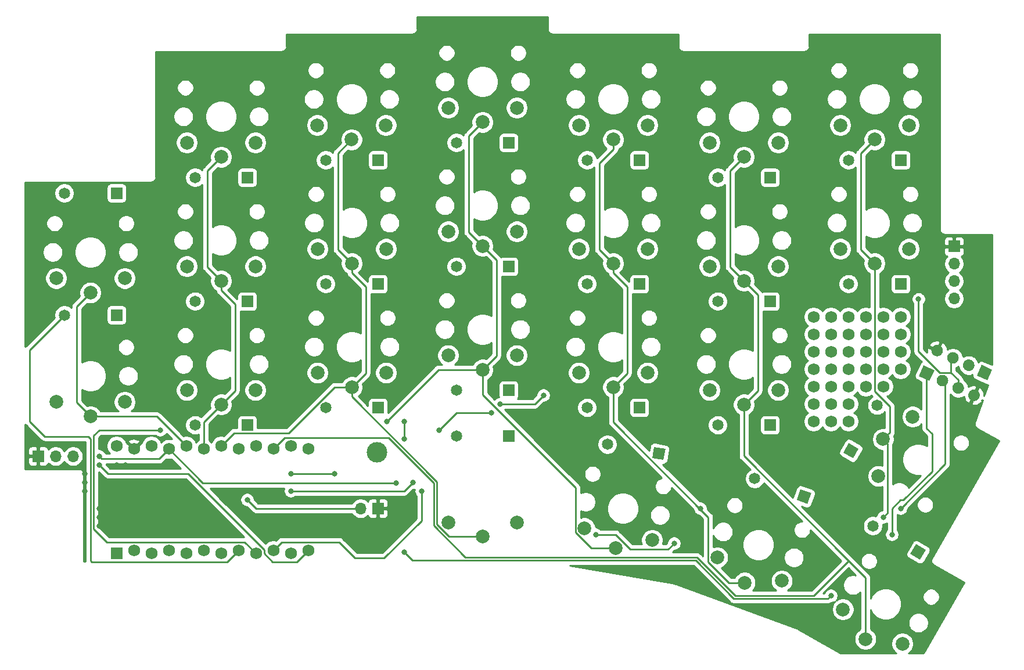
<source format=gbr>
G04 #@! TF.GenerationSoftware,KiCad,Pcbnew,5.1.9-1*
G04 #@! TF.CreationDate,2021-04-14T11:21:22-04:00*
G04 #@! TF.ProjectId,MushyCloud,4d757368-7943-46c6-9f75-642e6b696361,rev?*
G04 #@! TF.SameCoordinates,Original*
G04 #@! TF.FileFunction,Copper,L2,Bot*
G04 #@! TF.FilePolarity,Positive*
%FSLAX46Y46*%
G04 Gerber Fmt 4.6, Leading zero omitted, Abs format (unit mm)*
G04 Created by KiCad (PCBNEW 5.1.9-1) date 2021-04-14 11:21:22*
%MOMM*%
%LPD*%
G01*
G04 APERTURE LIST*
G04 #@! TA.AperFunction,ComponentPad*
%ADD10C,0.100000*%
G04 #@! TD*
G04 #@! TA.AperFunction,ComponentPad*
%ADD11O,1.700000X1.700000*%
G04 #@! TD*
G04 #@! TA.AperFunction,ComponentPad*
%ADD12R,1.700000X1.700000*%
G04 #@! TD*
G04 #@! TA.AperFunction,ComponentPad*
%ADD13R,1.752600X1.752600*%
G04 #@! TD*
G04 #@! TA.AperFunction,ComponentPad*
%ADD14C,1.752600*%
G04 #@! TD*
G04 #@! TA.AperFunction,ComponentPad*
%ADD15C,1.651000*%
G04 #@! TD*
G04 #@! TA.AperFunction,ComponentPad*
%ADD16R,1.651000X1.651000*%
G04 #@! TD*
G04 #@! TA.AperFunction,ComponentPad*
%ADD17C,2.000000*%
G04 #@! TD*
G04 #@! TA.AperFunction,ViaPad*
%ADD18C,3.000000*%
G04 #@! TD*
G04 #@! TA.AperFunction,ViaPad*
%ADD19C,0.800000*%
G04 #@! TD*
G04 #@! TA.AperFunction,Conductor*
%ADD20C,0.250000*%
G04 #@! TD*
G04 #@! TA.AperFunction,Conductor*
%ADD21C,0.254000*%
G04 #@! TD*
G04 #@! TA.AperFunction,Conductor*
%ADD22C,0.100000*%
G04 #@! TD*
G04 APERTURE END LIST*
G04 #@! TA.AperFunction,ComponentPad*
D10*
G36*
X184523549Y-88284160D02*
G01*
X186064272Y-89002611D01*
X185345821Y-90543334D01*
X183805098Y-89824883D01*
X184523549Y-88284160D01*
G37*
G04 #@! TD.AperFunction*
G04 #@! TA.AperFunction,ComponentPad*
G36*
G01*
X182991889Y-87569935D02*
X182991889Y-87569935D01*
G75*
G02*
X183403025Y-88699523I-359226J-770362D01*
G01*
X183403025Y-88699523D01*
G75*
G02*
X182273437Y-89110659I-770362J359226D01*
G01*
X182273437Y-89110659D01*
G75*
G02*
X181862301Y-87981071I359226J770362D01*
G01*
X181862301Y-87981071D01*
G75*
G02*
X182991889Y-87569935I770362J-359226D01*
G01*
G37*
G04 #@! TD.AperFunction*
G04 #@! TA.AperFunction,ComponentPad*
G36*
G01*
X180689867Y-86496484D02*
X180689867Y-86496484D01*
G75*
G02*
X181101003Y-87626072I-359226J-770362D01*
G01*
X181101003Y-87626072D01*
G75*
G02*
X179971415Y-88037208I-770362J359226D01*
G01*
X179971415Y-88037208D01*
G75*
G02*
X179560279Y-86907620I359226J770362D01*
G01*
X179560279Y-86907620D01*
G75*
G02*
X180689867Y-86496484I770362J-359226D01*
G01*
G37*
G04 #@! TD.AperFunction*
G04 #@! TA.AperFunction,ComponentPad*
G36*
G01*
X178387846Y-85423034D02*
X178387846Y-85423034D01*
G75*
G02*
X178798982Y-86552622I-359226J-770362D01*
G01*
X178798982Y-86552622D01*
G75*
G02*
X177669394Y-86963758I-770362J359226D01*
G01*
X177669394Y-86963758D01*
G75*
G02*
X177258258Y-85834170I359226J770362D01*
G01*
X177258258Y-85834170D01*
G75*
G02*
X178387846Y-85423034I770362J-359226D01*
G01*
G37*
G04 #@! TD.AperFunction*
D11*
X180500000Y-78620000D03*
X180500000Y-76080000D03*
X180500000Y-73540000D03*
D12*
X180500000Y-71000000D03*
D13*
X58420000Y-115798600D03*
D14*
X60960000Y-115341400D03*
X63500000Y-115798600D03*
X66040000Y-115341400D03*
X68580000Y-115798600D03*
X71120000Y-115341400D03*
X73660000Y-115798600D03*
X76200000Y-115341400D03*
X78740000Y-115798600D03*
X81280000Y-115341400D03*
X83820000Y-115798600D03*
X86360000Y-100558600D03*
X83820000Y-100101400D03*
X81280000Y-100558600D03*
X78740000Y-100101400D03*
X76200000Y-100558600D03*
X73660000Y-100101400D03*
X71120000Y-100558600D03*
X68580000Y-100101400D03*
X66040000Y-100558600D03*
X63500000Y-100101400D03*
X60960000Y-100558600D03*
X86360000Y-115341400D03*
X58420000Y-100101400D03*
D11*
X52070000Y-101600000D03*
X49530000Y-101600000D03*
D12*
X46990000Y-101600000D03*
G04 #@! TA.AperFunction,ComponentPad*
G36*
G01*
X183046839Y-93490713D02*
X183046839Y-93490713D01*
G75*
G02*
X182635703Y-92361125I359226J770362D01*
G01*
X182635703Y-92361125D01*
G75*
G02*
X183765291Y-91949989I770362J-359226D01*
G01*
X183765291Y-91949989D01*
G75*
G02*
X184176427Y-93079577I-359226J-770362D01*
G01*
X184176427Y-93079577D01*
G75*
G02*
X183046839Y-93490713I-770362J359226D01*
G01*
G37*
G04 #@! TD.AperFunction*
G04 #@! TA.AperFunction,ComponentPad*
G36*
G01*
X180744818Y-92417263D02*
X180744818Y-92417263D01*
G75*
G02*
X180333682Y-91287675I359226J770362D01*
G01*
X180333682Y-91287675D01*
G75*
G02*
X181463270Y-90876539I770362J-359226D01*
G01*
X181463270Y-90876539D01*
G75*
G02*
X181874406Y-92006127I-359226J-770362D01*
G01*
X181874406Y-92006127D01*
G75*
G02*
X180744818Y-92417263I-770362J359226D01*
G01*
G37*
G04 #@! TD.AperFunction*
G04 #@! TA.AperFunction,ComponentPad*
G36*
G01*
X178442796Y-91343812D02*
X178442796Y-91343812D01*
G75*
G02*
X178031660Y-90214224I359226J770362D01*
G01*
X178031660Y-90214224D01*
G75*
G02*
X179161248Y-89803088I770362J-359226D01*
G01*
X179161248Y-89803088D01*
G75*
G02*
X179572384Y-90932676I-359226J-770362D01*
G01*
X179572384Y-90932676D01*
G75*
G02*
X178442796Y-91343812I-770362J359226D01*
G01*
G37*
G04 #@! TD.AperFunction*
G04 #@! TA.AperFunction,ComponentPad*
D10*
G36*
X176911136Y-90629587D02*
G01*
X175370413Y-89911136D01*
X176088864Y-88370413D01*
X177629587Y-89088864D01*
X176911136Y-90629587D01*
G37*
G04 #@! TD.AperFunction*
D11*
X93980000Y-109220000D03*
D12*
X96520000Y-109220000D03*
D14*
X165100000Y-96520000D03*
X162560000Y-96520000D03*
X160020000Y-96520000D03*
X160020000Y-93980000D03*
X162560000Y-93980000D03*
X165100000Y-93980000D03*
X170180000Y-91440000D03*
X165100000Y-91440000D03*
X160020000Y-91440000D03*
X167640000Y-91440000D03*
X162560000Y-91440000D03*
X167640000Y-88900000D03*
X160020000Y-88900000D03*
X162560000Y-88900000D03*
X165100000Y-88900000D03*
X160020000Y-86360000D03*
X167640000Y-86360000D03*
X165100000Y-86360000D03*
X162560000Y-86360000D03*
X160020000Y-83820000D03*
X162560000Y-83820000D03*
X165100000Y-83820000D03*
X167640000Y-83820000D03*
X170180000Y-83820000D03*
X170180000Y-86360000D03*
X170180000Y-88900000D03*
X172720000Y-88900000D03*
X172720000Y-86360000D03*
X172720000Y-83820000D03*
X172720000Y-81280000D03*
X170180000Y-81280000D03*
X167640000Y-81280000D03*
X165100000Y-81280000D03*
X162560000Y-81280000D03*
X160020000Y-81280000D03*
D15*
X50800000Y-81010000D03*
D16*
X58420000Y-81010000D03*
D15*
X50800000Y-63230000D03*
D16*
X58420000Y-63230000D03*
D15*
X107950000Y-98690000D03*
D16*
X115570000Y-98690000D03*
D15*
X169279577Y-94185737D03*
G04 #@! TA.AperFunction,ComponentPad*
D10*
G36*
X165167423Y-99657197D02*
G01*
X166597231Y-100482697D01*
X165771731Y-101912505D01*
X164341923Y-101087005D01*
X165167423Y-99657197D01*
G37*
G04 #@! TD.AperFunction*
D15*
X165100000Y-76470000D03*
D16*
X172720000Y-76470000D03*
D15*
X168660886Y-111760000D03*
G04 #@! TA.AperFunction,ComponentPad*
D10*
G36*
X174132346Y-115872154D02*
G01*
X174957846Y-114442346D01*
X176387654Y-115267846D01*
X175562154Y-116697654D01*
X174132346Y-115872154D01*
G37*
G04 #@! TD.AperFunction*
D15*
X146050000Y-97060000D03*
D16*
X153670000Y-97060000D03*
D15*
X146050000Y-79010000D03*
D16*
X153670000Y-79010000D03*
D15*
X151449542Y-104873806D03*
G04 #@! TA.AperFunction,ComponentPad*
D10*
G36*
X157551946Y-107973379D02*
G01*
X158116621Y-106421946D01*
X159668054Y-106986621D01*
X159103379Y-108538054D01*
X157551946Y-107973379D01*
G37*
G04 #@! TD.AperFunction*
D15*
X127000000Y-94520000D03*
D16*
X134620000Y-94520000D03*
D15*
X127000000Y-76470000D03*
D16*
X134620000Y-76470000D03*
D15*
X129955764Y-99876800D03*
G04 #@! TA.AperFunction,ComponentPad*
D10*
G36*
X136503695Y-101869612D02*
G01*
X136790388Y-100243695D01*
X138416305Y-100530388D01*
X138129612Y-102156305D01*
X136503695Y-101869612D01*
G37*
G04 #@! TD.AperFunction*
D15*
X107950000Y-91980000D03*
D16*
X115570000Y-91980000D03*
D15*
X107950000Y-73930000D03*
D16*
X115570000Y-73930000D03*
D15*
X88900000Y-94520000D03*
D16*
X96520000Y-94520000D03*
D15*
X88900000Y-76470000D03*
D16*
X96520000Y-76470000D03*
D15*
X69850000Y-97060000D03*
D16*
X77470000Y-97060000D03*
D15*
X69850000Y-79010000D03*
D16*
X77470000Y-79010000D03*
D15*
X165100000Y-58420000D03*
D16*
X172720000Y-58420000D03*
D15*
X146050000Y-60960000D03*
D16*
X153670000Y-60960000D03*
D15*
X127000000Y-58420000D03*
D16*
X134620000Y-58420000D03*
D15*
X107950000Y-55880000D03*
D16*
X115570000Y-55880000D03*
D15*
X88900000Y-58420000D03*
D16*
X96520000Y-58420000D03*
D15*
X69850000Y-60960000D03*
D16*
X77470000Y-60960000D03*
D17*
X164300851Y-123939119D03*
X167580978Y-128257772D03*
X172961105Y-128939119D03*
X145991460Y-116365124D03*
X149971681Y-120048579D03*
X155388387Y-119785326D03*
X126631405Y-112105867D03*
X131190783Y-115042204D03*
X136479483Y-113842348D03*
X106760000Y-111250000D03*
X111760000Y-113350000D03*
X116760000Y-111250000D03*
X174469103Y-95839873D03*
X170150450Y-99120000D03*
X169469103Y-104500127D03*
X144860000Y-91970000D03*
X149860000Y-94070000D03*
X154860000Y-91970000D03*
X125810000Y-89430000D03*
X130810000Y-91530000D03*
X135810000Y-89430000D03*
X106760000Y-86890000D03*
X111760000Y-88990000D03*
X116760000Y-86890000D03*
X87710000Y-89430000D03*
X92710000Y-91530000D03*
X97710000Y-89430000D03*
X68660000Y-91970000D03*
X73660000Y-94070000D03*
X78660000Y-91970000D03*
X163910000Y-71380000D03*
X168910000Y-73480000D03*
X173910000Y-71380000D03*
X144860000Y-73920000D03*
X149860000Y-76020000D03*
X154860000Y-73920000D03*
X125810000Y-71380000D03*
X130810000Y-73480000D03*
X135810000Y-71380000D03*
X106760000Y-68840000D03*
X111760000Y-70940000D03*
X116760000Y-68840000D03*
X87710000Y-71380000D03*
X92710000Y-73480000D03*
X97710000Y-71380000D03*
X68660000Y-73920000D03*
X73660000Y-76020000D03*
X78660000Y-73920000D03*
X49610000Y-93700000D03*
X54610000Y-95800000D03*
X59610000Y-93700000D03*
X163910000Y-53330000D03*
X168910000Y-55430000D03*
X173910000Y-53330000D03*
X144860000Y-55870000D03*
X149860000Y-57970000D03*
X154860000Y-55870000D03*
X125810000Y-53330000D03*
X130810000Y-55430000D03*
X135810000Y-53330000D03*
X106760000Y-50790000D03*
X111760000Y-52890000D03*
X116760000Y-50790000D03*
X87670701Y-53330000D03*
X92670701Y-55430000D03*
X97670701Y-53330000D03*
X68660000Y-55870000D03*
X73660000Y-57970000D03*
X78660000Y-55870000D03*
X49610000Y-75650000D03*
X54610000Y-77750000D03*
X59610000Y-75650000D03*
D18*
X96352793Y-101062051D03*
D19*
X64770000Y-97790000D03*
X102870000Y-106680000D03*
X120650000Y-92710000D03*
X114300000Y-93980000D03*
X100330000Y-96520000D03*
X100330000Y-99060000D03*
X55880000Y-101600000D03*
X99179499Y-105529499D03*
X175315001Y-78684999D03*
X46990000Y-69850000D03*
X46990000Y-71120000D03*
X46990000Y-72390000D03*
X55880000Y-111760000D03*
X55880000Y-110490000D03*
X55880000Y-109220000D03*
X58420000Y-111760000D03*
X58420000Y-110490000D03*
X58420000Y-109220000D03*
X58420000Y-102870000D03*
X59690000Y-102870000D03*
X93980000Y-111760000D03*
X96520000Y-111760000D03*
X104140000Y-39370000D03*
X119380000Y-39370000D03*
X106680000Y-39370000D03*
X116840000Y-39370000D03*
X66040000Y-113030000D03*
X67310000Y-113030000D03*
X53750000Y-104140000D03*
X53750000Y-105410000D03*
X53750000Y-106680000D03*
X97790000Y-96520000D03*
X143510000Y-109220000D03*
X139700000Y-114300000D03*
X128270000Y-113030000D03*
X170180000Y-110490000D03*
X55880000Y-102870000D03*
X77470000Y-107950000D03*
X172720000Y-109220000D03*
X100330000Y-115570000D03*
X162560000Y-121920000D03*
X171450000Y-113030000D03*
X83820000Y-106680000D03*
X101600000Y-105410000D03*
X105410000Y-97790000D03*
X113030000Y-95250000D03*
X83820000Y-104140000D03*
X90170000Y-104140000D03*
D20*
X74541499Y-116999901D02*
X54769901Y-116999901D01*
X76200000Y-115341400D02*
X74541499Y-116999901D01*
X54769901Y-116999901D02*
X54610000Y-116840000D01*
X54610000Y-116840000D02*
X54610000Y-99060000D01*
X54259990Y-98709990D02*
X47909990Y-98709990D01*
X54610000Y-99060000D02*
X54259990Y-98709990D01*
X47909990Y-98709990D02*
X45720000Y-96520000D01*
X45720000Y-86090000D02*
X50800000Y-81010000D01*
X45720000Y-96520000D02*
X45720000Y-86090000D01*
X77081499Y-114140099D02*
X56990099Y-114140099D01*
X78740000Y-115798600D02*
X77081499Y-114140099D01*
X56990099Y-114140099D02*
X55060010Y-112210010D01*
X55060010Y-112210010D02*
X55060010Y-98609990D01*
X55060010Y-98609990D02*
X55880000Y-97790000D01*
X55880000Y-97790000D02*
X64770000Y-97790000D01*
X64770000Y-97790000D02*
X64770000Y-97790000D01*
X90854097Y-114140099D02*
X93148999Y-116435001D01*
X81280000Y-115341400D02*
X82481301Y-114140099D01*
X97431001Y-116435001D02*
X102870000Y-110996002D01*
X93148999Y-116435001D02*
X97431001Y-116435001D01*
X82481301Y-114140099D02*
X90854097Y-114140099D01*
X102870000Y-110996002D02*
X102870000Y-106680000D01*
X102870000Y-106680000D02*
X102870000Y-106680000D01*
X71010899Y-105529499D02*
X66040000Y-100558600D01*
X99179499Y-105529499D02*
X99179499Y-105529499D01*
X120650000Y-92710000D02*
X119380000Y-93980000D01*
X119380000Y-93980000D02*
X114300000Y-93980000D01*
X114300000Y-93980000D02*
X114300000Y-93980000D01*
X100330000Y-96520000D02*
X100330000Y-99060000D01*
X100330000Y-99060000D02*
X100330000Y-99060000D01*
X64598601Y-101999999D02*
X66040000Y-100558600D01*
X56279999Y-101999999D02*
X64598601Y-101999999D01*
X55880000Y-101600000D02*
X56279999Y-101999999D01*
X99179499Y-105529499D02*
X71010899Y-105529499D01*
X181104044Y-90444820D02*
X181104044Y-91646901D01*
X180057673Y-89398449D02*
X181104044Y-90444820D01*
X175315001Y-86314643D02*
X178398807Y-89398449D01*
X178398807Y-89398449D02*
X180057673Y-89398449D01*
X175315001Y-78684999D02*
X175315001Y-86314643D01*
X180057673Y-87539814D02*
X180330641Y-87266846D01*
X180057673Y-89398449D02*
X180057673Y-87539814D01*
X64278600Y-95800000D02*
X54610000Y-95800000D01*
X68580000Y-100101400D02*
X64278600Y-95800000D01*
X52584999Y-93774999D02*
X54610000Y-95800000D01*
X52584999Y-79775001D02*
X52584999Y-93774999D01*
X54610000Y-77750000D02*
X52584999Y-79775001D01*
X71634999Y-73994999D02*
X73660000Y-76020000D01*
X71634999Y-59995001D02*
X71634999Y-73994999D01*
X73660000Y-57970000D02*
X71634999Y-59995001D01*
X75685001Y-92044999D02*
X73660000Y-94070000D01*
X75685001Y-79459214D02*
X75685001Y-92044999D01*
X73660000Y-77434213D02*
X75685001Y-79459214D01*
X73660000Y-76020000D02*
X73660000Y-77434213D01*
X71120000Y-96610000D02*
X73660000Y-94070000D01*
X71120000Y-100558600D02*
X71120000Y-96610000D01*
X90684999Y-57415702D02*
X90684999Y-71454999D01*
X90684999Y-71454999D02*
X92710000Y-73480000D01*
X92670701Y-55430000D02*
X90684999Y-57415702D01*
X94735001Y-89504999D02*
X92710000Y-91530000D01*
X94735001Y-76919214D02*
X94735001Y-89504999D01*
X92710000Y-74894213D02*
X94735001Y-76919214D01*
X92710000Y-73480000D02*
X92710000Y-74894213D01*
X106898998Y-113350000D02*
X111760000Y-113350000D01*
X105084999Y-105321001D02*
X105084999Y-111536001D01*
X92710000Y-92946002D02*
X105084999Y-105321001D01*
X105084999Y-111536001D02*
X106898998Y-113350000D01*
X92710000Y-91530000D02*
X92710000Y-92946002D01*
X90187258Y-91530000D02*
X92710000Y-91530000D01*
X83506757Y-98210501D02*
X90187258Y-91530000D01*
X75550899Y-98210501D02*
X83506757Y-98210501D01*
X73660000Y-100101400D02*
X75550899Y-98210501D01*
X109734999Y-54915001D02*
X109734999Y-68914999D01*
X109734999Y-68914999D02*
X111760000Y-70940000D01*
X111760000Y-52890000D02*
X109734999Y-54915001D01*
X113785001Y-86964999D02*
X111760000Y-88990000D01*
X113785001Y-72965001D02*
X113785001Y-86964999D01*
X111760000Y-70940000D02*
X113785001Y-72965001D01*
X127606740Y-115042204D02*
X131190783Y-115042204D01*
X125306404Y-112741868D02*
X127606740Y-115042204D01*
X111760000Y-92643998D02*
X125306404Y-106190402D01*
X125306404Y-106190402D02*
X125306404Y-112741868D01*
X111760000Y-88990000D02*
X111760000Y-92643998D01*
X105320000Y-88990000D02*
X111760000Y-88990000D01*
X97790000Y-96520000D02*
X105320000Y-88990000D01*
X128784999Y-71454999D02*
X130810000Y-73480000D01*
X128784999Y-58869214D02*
X128784999Y-71454999D01*
X130810000Y-56844213D02*
X128784999Y-58869214D01*
X130810000Y-55430000D02*
X130810000Y-56844213D01*
X132835001Y-89504999D02*
X130810000Y-91530000D01*
X130810000Y-74896002D02*
X132835001Y-76921003D01*
X132835001Y-76921003D02*
X132835001Y-89504999D01*
X130810000Y-73480000D02*
X130810000Y-74896002D01*
X147713913Y-120048579D02*
X149971681Y-120048579D01*
X144666459Y-110492011D02*
X144666459Y-117001125D01*
X144666459Y-117001125D02*
X147713913Y-120048579D01*
X130810000Y-96635552D02*
X144666459Y-110492011D01*
X130810000Y-91530000D02*
X130810000Y-96635552D01*
X147834999Y-73994999D02*
X149860000Y-76020000D01*
X147834999Y-59995001D02*
X147834999Y-73994999D01*
X149860000Y-57970000D02*
X147834999Y-59995001D01*
X151885001Y-92044999D02*
X149860000Y-94070000D01*
X151885001Y-78045001D02*
X151885001Y-92044999D01*
X149860000Y-76020000D02*
X151885001Y-78045001D01*
X167580978Y-119302500D02*
X167580978Y-128257772D01*
X149860000Y-94070000D02*
X149860000Y-101581522D01*
X148590000Y-121920000D02*
X160020000Y-121920000D01*
X143037205Y-116367205D02*
X148590000Y-121920000D01*
X104634990Y-111722402D02*
X109279793Y-116367205D01*
X160020000Y-121920000D02*
X165109239Y-116830761D01*
X104634989Y-105507401D02*
X104634990Y-111722402D01*
X165109239Y-116830761D02*
X167580978Y-119302500D01*
X149860000Y-101581522D02*
X165109239Y-116830761D01*
X98027687Y-98900099D02*
X104634989Y-105507401D01*
X81280000Y-100558600D02*
X82938501Y-98900099D01*
X109279793Y-116367205D02*
X143037205Y-116367205D01*
X82938501Y-98900099D02*
X98027687Y-98900099D01*
X166884999Y-71454999D02*
X168910000Y-73480000D01*
X166884999Y-57455001D02*
X166884999Y-71454999D01*
X168910000Y-55430000D02*
X166884999Y-57455001D01*
X133276930Y-115167349D02*
X131139581Y-113030000D01*
X139700000Y-114300000D02*
X138832651Y-115167349D01*
X138832651Y-115167349D02*
X133276930Y-115167349D01*
X131139581Y-113030000D02*
X128270000Y-113030000D01*
X128270000Y-113030000D02*
X128270000Y-113030000D01*
X170430078Y-98840372D02*
X170150450Y-99120000D01*
X170794104Y-99763654D02*
X170150450Y-99120000D01*
X170794104Y-109875896D02*
X170794104Y-99763654D01*
X170180000Y-110490000D02*
X170794104Y-109875896D01*
X171150449Y-98120001D02*
X171150449Y-94353867D01*
X168910000Y-92113418D02*
X168910000Y-73480000D01*
X171150449Y-94353867D02*
X168910000Y-92113418D01*
X170150450Y-99120000D02*
X171150449Y-98120001D01*
X79941301Y-115221975D02*
X68859326Y-104140000D01*
X79941301Y-115780627D02*
X79941301Y-115221975D01*
X81160575Y-116999901D02*
X79941301Y-115780627D01*
X84701499Y-116999901D02*
X81160575Y-116999901D01*
X68859326Y-104140000D02*
X63500000Y-104140000D01*
X86360000Y-115341400D02*
X84701499Y-116999901D01*
X63500000Y-104140000D02*
X57150000Y-104140000D01*
X57150000Y-104140000D02*
X55880000Y-102870000D01*
X55880000Y-102870000D02*
X55880000Y-102870000D01*
X77470000Y-107950000D02*
X77470000Y-107950000D01*
X78740000Y-109220000D02*
X93980000Y-109220000D01*
X77470000Y-107950000D02*
X78740000Y-109220000D01*
X172720000Y-109220000D02*
X179185001Y-102754999D01*
X179185001Y-90956429D02*
X178802022Y-90573450D01*
X179185001Y-102754999D02*
X179185001Y-90956429D01*
X148403600Y-122370010D02*
X162109990Y-122370010D01*
X142850805Y-116817215D02*
X148403600Y-122370010D01*
X100330000Y-115570000D02*
X101577215Y-116817215D01*
X101577215Y-116817215D02*
X142850805Y-116817215D01*
X162109990Y-122370010D02*
X162560000Y-121920000D01*
X162560000Y-121920000D02*
X162560000Y-121920000D01*
X171450000Y-109220000D02*
X172661859Y-108008141D01*
X171450000Y-113030000D02*
X171450000Y-109220000D01*
X172661859Y-108008141D02*
X173074001Y-108008141D01*
X173074001Y-108008141D02*
X177285001Y-103797141D01*
X176500000Y-97535862D02*
X176500000Y-89500000D01*
X177285001Y-98320863D02*
X176500000Y-97535862D01*
X177285001Y-103797141D02*
X177285001Y-98320863D01*
X83820000Y-106680000D02*
X100330000Y-106680000D01*
X100330000Y-106680000D02*
X101600000Y-105410000D01*
X101600000Y-105410000D02*
X101600000Y-105410000D01*
X105410000Y-97790000D02*
X107950000Y-95250000D01*
X107950000Y-95250000D02*
X113030000Y-95250000D01*
X113030000Y-95250000D02*
X113030000Y-95250000D01*
X90170000Y-104140000D02*
X90170000Y-104140000D01*
X90170000Y-104140000D02*
X83820000Y-104140000D01*
D21*
X121260001Y-39337571D02*
X121256807Y-39370000D01*
X121269550Y-39499383D01*
X121307290Y-39623793D01*
X121368575Y-39738450D01*
X121451052Y-39838948D01*
X121551550Y-39921425D01*
X121666207Y-39982710D01*
X121790617Y-40020450D01*
X121887581Y-40030000D01*
X121920000Y-40033193D01*
X121952419Y-40030000D01*
X140310000Y-40030000D01*
X140310001Y-41877571D01*
X140306807Y-41910000D01*
X140319550Y-42039383D01*
X140357290Y-42163793D01*
X140418575Y-42278450D01*
X140501052Y-42378948D01*
X140601550Y-42461425D01*
X140716207Y-42522710D01*
X140840617Y-42560450D01*
X140937581Y-42570000D01*
X140970000Y-42573193D01*
X141002419Y-42570000D01*
X158717581Y-42570000D01*
X158750000Y-42573193D01*
X158782419Y-42570000D01*
X158879383Y-42560450D01*
X159003793Y-42522710D01*
X159118450Y-42461425D01*
X159218948Y-42378948D01*
X159301425Y-42278450D01*
X159362710Y-42163793D01*
X159400450Y-42039383D01*
X159413193Y-41910000D01*
X159410000Y-41877581D01*
X159410000Y-40030000D01*
X178410000Y-40030000D01*
X178410001Y-67277572D01*
X178410000Y-67277582D01*
X178410001Y-68547571D01*
X178406807Y-68580000D01*
X178419550Y-68709383D01*
X178457290Y-68833793D01*
X178518575Y-68948450D01*
X178601052Y-69048948D01*
X178701550Y-69131425D01*
X178816207Y-69192710D01*
X178940617Y-69230450D01*
X179037581Y-69240000D01*
X179070000Y-69243193D01*
X179102419Y-69240000D01*
X186030001Y-69240000D01*
X186030000Y-88282595D01*
X184793210Y-87705870D01*
X184675210Y-87664374D01*
X184551381Y-87646695D01*
X184426483Y-87653514D01*
X184305316Y-87684568D01*
X184192534Y-87738665D01*
X184092474Y-87813724D01*
X184044204Y-87867568D01*
X183948653Y-87636886D01*
X183786138Y-87393665D01*
X183579295Y-87186822D01*
X183336074Y-87024307D01*
X183065821Y-86912365D01*
X182778923Y-86855297D01*
X182486403Y-86855297D01*
X182199505Y-86912365D01*
X181929252Y-87024307D01*
X181812065Y-87102609D01*
X181758573Y-86833688D01*
X181646631Y-86563435D01*
X181484116Y-86320214D01*
X181277273Y-86113371D01*
X181034052Y-85950856D01*
X180763799Y-85838914D01*
X180476901Y-85781846D01*
X180184381Y-85781846D01*
X179897483Y-85838914D01*
X179627230Y-85950856D01*
X179498202Y-86037070D01*
X179484296Y-85899721D01*
X179399032Y-85621375D01*
X179261104Y-85365012D01*
X179075813Y-85140484D01*
X178961266Y-85037803D01*
X178701643Y-85050602D01*
X178197394Y-86131967D01*
X178215520Y-86140419D01*
X178108175Y-86370622D01*
X178090049Y-86362170D01*
X178081597Y-86380296D01*
X177851394Y-86272951D01*
X177859846Y-86254825D01*
X176777883Y-85750297D01*
X176571366Y-85907653D01*
X176543621Y-86197439D01*
X176572944Y-86487071D01*
X176577675Y-86502516D01*
X176075001Y-85999842D01*
X176075001Y-85260747D01*
X176873023Y-85260747D01*
X176885229Y-85520095D01*
X177967191Y-86024622D01*
X178471441Y-84943257D01*
X178314362Y-84736147D01*
X178162075Y-84714401D01*
X177870973Y-84716783D01*
X177585929Y-84775912D01*
X177317898Y-84889513D01*
X177077179Y-85053222D01*
X176873023Y-85260747D01*
X176075001Y-85260747D01*
X176075001Y-79388710D01*
X176118938Y-79344773D01*
X176232206Y-79175255D01*
X176310227Y-78986897D01*
X176350001Y-78786938D01*
X176350001Y-78583060D01*
X176310227Y-78383101D01*
X176232206Y-78194743D01*
X176118938Y-78025225D01*
X175974775Y-77881062D01*
X175805257Y-77767794D01*
X175616899Y-77689773D01*
X175416940Y-77649999D01*
X175213062Y-77649999D01*
X175013103Y-77689773D01*
X174824745Y-77767794D01*
X174655227Y-77881062D01*
X174511064Y-78025225D01*
X174397796Y-78194743D01*
X174319775Y-78383101D01*
X174280001Y-78583060D01*
X174280001Y-78786938D01*
X174319775Y-78986897D01*
X174397796Y-79175255D01*
X174511064Y-79344773D01*
X174555001Y-79388710D01*
X174555002Y-86277311D01*
X174551325Y-86314643D01*
X174555002Y-86351976D01*
X174565999Y-86463629D01*
X174577993Y-86503170D01*
X174609455Y-86606889D01*
X174680027Y-86738919D01*
X174730837Y-86800830D01*
X174775001Y-86854644D01*
X174803999Y-86878442D01*
X175753635Y-87828079D01*
X175657789Y-87899977D01*
X175574294Y-87993115D01*
X175510574Y-88100752D01*
X174792123Y-89641475D01*
X174750627Y-89759475D01*
X174732948Y-89883304D01*
X174739767Y-90008202D01*
X174770821Y-90129369D01*
X174824918Y-90242151D01*
X174899977Y-90342211D01*
X174993115Y-90425706D01*
X175100752Y-90489426D01*
X175740001Y-90787513D01*
X175740000Y-94798983D01*
X175739090Y-94797621D01*
X175511355Y-94569886D01*
X175243566Y-94390955D01*
X174946015Y-94267705D01*
X174630136Y-94204873D01*
X174308070Y-94204873D01*
X173992191Y-94267705D01*
X173694640Y-94390955D01*
X173426851Y-94569886D01*
X173199116Y-94797621D01*
X173020185Y-95065410D01*
X172896935Y-95362961D01*
X172834103Y-95678840D01*
X172834103Y-96000906D01*
X172896935Y-96316785D01*
X173020185Y-96614336D01*
X173199116Y-96882125D01*
X173426851Y-97109860D01*
X173694640Y-97288791D01*
X173992191Y-97412041D01*
X174308070Y-97474873D01*
X174630136Y-97474873D01*
X174946015Y-97412041D01*
X175243566Y-97288791D01*
X175511355Y-97109860D01*
X175739090Y-96882125D01*
X175740000Y-96880763D01*
X175740000Y-97498540D01*
X175736324Y-97535862D01*
X175740000Y-97573184D01*
X175740000Y-97573194D01*
X175750997Y-97684847D01*
X175788919Y-97809860D01*
X175794454Y-97828108D01*
X175865026Y-97960138D01*
X175896258Y-97998194D01*
X175959999Y-98075863D01*
X175989002Y-98099665D01*
X176525002Y-98635666D01*
X176525002Y-100106967D01*
X176366037Y-100000750D01*
X175941094Y-99824733D01*
X175489977Y-99735000D01*
X175030023Y-99735000D01*
X174578906Y-99824733D01*
X174153963Y-100000750D01*
X173771524Y-100256287D01*
X173446287Y-100581524D01*
X173190750Y-100963963D01*
X173014733Y-101388906D01*
X172925000Y-101840023D01*
X172925000Y-102299977D01*
X173014733Y-102751094D01*
X173190750Y-103176037D01*
X173446287Y-103558476D01*
X173771524Y-103883713D01*
X174153963Y-104139250D01*
X174578906Y-104315267D01*
X175030023Y-104405000D01*
X175489977Y-104405000D01*
X175630240Y-104377100D01*
X173841110Y-106166231D01*
X173825990Y-106129729D01*
X173663475Y-105886508D01*
X173456632Y-105679665D01*
X173213411Y-105517150D01*
X172943158Y-105405208D01*
X172656260Y-105348140D01*
X172363740Y-105348140D01*
X172076842Y-105405208D01*
X171806589Y-105517150D01*
X171563368Y-105679665D01*
X171554104Y-105688929D01*
X171554104Y-99962205D01*
X171599368Y-99894463D01*
X171722618Y-99596912D01*
X171785450Y-99281033D01*
X171785450Y-98958967D01*
X171722618Y-98643088D01*
X171716484Y-98628279D01*
X171733248Y-98607853D01*
X171785423Y-98544278D01*
X171855995Y-98412248D01*
X171871814Y-98360098D01*
X171899452Y-98268987D01*
X171910449Y-98157334D01*
X171910449Y-98157325D01*
X171914125Y-98120002D01*
X171910449Y-98082679D01*
X171910449Y-94391189D01*
X171914125Y-94353866D01*
X171910449Y-94316543D01*
X171910449Y-94316534D01*
X171899452Y-94204881D01*
X171855995Y-94061620D01*
X171785423Y-93929591D01*
X171690450Y-93813866D01*
X171661452Y-93790068D01*
X170722495Y-92851111D01*
X170895869Y-92779297D01*
X171143398Y-92613904D01*
X171353904Y-92403398D01*
X171519297Y-92155869D01*
X171633222Y-91880830D01*
X171691300Y-91588850D01*
X171691300Y-91291150D01*
X171633222Y-90999170D01*
X171519297Y-90724131D01*
X171353904Y-90476602D01*
X171143398Y-90266096D01*
X170999580Y-90170000D01*
X171143398Y-90073904D01*
X171353904Y-89863398D01*
X171450000Y-89719580D01*
X171546096Y-89863398D01*
X171756602Y-90073904D01*
X172004131Y-90239297D01*
X172279170Y-90353222D01*
X172571150Y-90411300D01*
X172868850Y-90411300D01*
X173160830Y-90353222D01*
X173435869Y-90239297D01*
X173683398Y-90073904D01*
X173893904Y-89863398D01*
X174059297Y-89615869D01*
X174173222Y-89340830D01*
X174231300Y-89048850D01*
X174231300Y-88751150D01*
X174173222Y-88459170D01*
X174059297Y-88184131D01*
X173893904Y-87936602D01*
X173683398Y-87726096D01*
X173539580Y-87630000D01*
X173683398Y-87533904D01*
X173893904Y-87323398D01*
X174059297Y-87075869D01*
X174173222Y-86800830D01*
X174231300Y-86508850D01*
X174231300Y-86211150D01*
X174173222Y-85919170D01*
X174059297Y-85644131D01*
X173893904Y-85396602D01*
X173683398Y-85186096D01*
X173539580Y-85090000D01*
X173683398Y-84993904D01*
X173893904Y-84783398D01*
X174059297Y-84535869D01*
X174173222Y-84260830D01*
X174231300Y-83968850D01*
X174231300Y-83671150D01*
X174173222Y-83379170D01*
X174059297Y-83104131D01*
X173893904Y-82856602D01*
X173683398Y-82646096D01*
X173539580Y-82550000D01*
X173683398Y-82453904D01*
X173893904Y-82243398D01*
X174059297Y-81995869D01*
X174173222Y-81720830D01*
X174231300Y-81428850D01*
X174231300Y-81131150D01*
X174173222Y-80839170D01*
X174059297Y-80564131D01*
X173893904Y-80316602D01*
X173683398Y-80106096D01*
X173435869Y-79940703D01*
X173160830Y-79826778D01*
X172868850Y-79768700D01*
X172571150Y-79768700D01*
X172279170Y-79826778D01*
X172004131Y-79940703D01*
X171756602Y-80106096D01*
X171546096Y-80316602D01*
X171450000Y-80460420D01*
X171353904Y-80316602D01*
X171143398Y-80106096D01*
X170895869Y-79940703D01*
X170620830Y-79826778D01*
X170328850Y-79768700D01*
X170031150Y-79768700D01*
X169739170Y-79826778D01*
X169670000Y-79855429D01*
X169670000Y-75644500D01*
X171256428Y-75644500D01*
X171256428Y-77295500D01*
X171268688Y-77419982D01*
X171304998Y-77539680D01*
X171363963Y-77649994D01*
X171443315Y-77746685D01*
X171540006Y-77826037D01*
X171650320Y-77885002D01*
X171770018Y-77921312D01*
X171894500Y-77933572D01*
X173545500Y-77933572D01*
X173669982Y-77921312D01*
X173789680Y-77885002D01*
X173899994Y-77826037D01*
X173996685Y-77746685D01*
X174076037Y-77649994D01*
X174135002Y-77539680D01*
X174171312Y-77419982D01*
X174183572Y-77295500D01*
X174183572Y-75644500D01*
X174171312Y-75520018D01*
X174135002Y-75400320D01*
X174076037Y-75290006D01*
X173996685Y-75193315D01*
X173899994Y-75113963D01*
X173789680Y-75054998D01*
X173669982Y-75018688D01*
X173545500Y-75006428D01*
X171894500Y-75006428D01*
X171770018Y-75018688D01*
X171650320Y-75054998D01*
X171540006Y-75113963D01*
X171443315Y-75193315D01*
X171363963Y-75290006D01*
X171304998Y-75400320D01*
X171268688Y-75520018D01*
X171256428Y-75644500D01*
X169670000Y-75644500D01*
X169670000Y-74934909D01*
X169684463Y-74928918D01*
X169952252Y-74749987D01*
X170179987Y-74522252D01*
X170358918Y-74254463D01*
X170482168Y-73956912D01*
X170545000Y-73641033D01*
X170545000Y-73318967D01*
X170482168Y-73003088D01*
X170358918Y-72705537D01*
X170179987Y-72437748D01*
X169952252Y-72210013D01*
X169684463Y-72031082D01*
X169386912Y-71907832D01*
X169071033Y-71845000D01*
X168748967Y-71845000D01*
X168433088Y-71907832D01*
X168418624Y-71913823D01*
X167723768Y-71218967D01*
X172275000Y-71218967D01*
X172275000Y-71541033D01*
X172337832Y-71856912D01*
X172461082Y-72154463D01*
X172640013Y-72422252D01*
X172867748Y-72649987D01*
X173135537Y-72828918D01*
X173433088Y-72952168D01*
X173748967Y-73015000D01*
X174071033Y-73015000D01*
X174386912Y-72952168D01*
X174684463Y-72828918D01*
X174952252Y-72649987D01*
X175179987Y-72422252D01*
X175358918Y-72154463D01*
X175482168Y-71856912D01*
X175483542Y-71850000D01*
X179011928Y-71850000D01*
X179024188Y-71974482D01*
X179060498Y-72094180D01*
X179119463Y-72204494D01*
X179198815Y-72301185D01*
X179295506Y-72380537D01*
X179405820Y-72439502D01*
X179478380Y-72461513D01*
X179346525Y-72593368D01*
X179184010Y-72836589D01*
X179072068Y-73106842D01*
X179015000Y-73393740D01*
X179015000Y-73686260D01*
X179072068Y-73973158D01*
X179184010Y-74243411D01*
X179346525Y-74486632D01*
X179553368Y-74693475D01*
X179727760Y-74810000D01*
X179553368Y-74926525D01*
X179346525Y-75133368D01*
X179184010Y-75376589D01*
X179072068Y-75646842D01*
X179015000Y-75933740D01*
X179015000Y-76226260D01*
X179072068Y-76513158D01*
X179184010Y-76783411D01*
X179346525Y-77026632D01*
X179553368Y-77233475D01*
X179727760Y-77350000D01*
X179553368Y-77466525D01*
X179346525Y-77673368D01*
X179184010Y-77916589D01*
X179072068Y-78186842D01*
X179015000Y-78473740D01*
X179015000Y-78766260D01*
X179072068Y-79053158D01*
X179184010Y-79323411D01*
X179346525Y-79566632D01*
X179553368Y-79773475D01*
X179796589Y-79935990D01*
X180066842Y-80047932D01*
X180353740Y-80105000D01*
X180646260Y-80105000D01*
X180933158Y-80047932D01*
X181203411Y-79935990D01*
X181446632Y-79773475D01*
X181653475Y-79566632D01*
X181815990Y-79323411D01*
X181927932Y-79053158D01*
X181985000Y-78766260D01*
X181985000Y-78473740D01*
X181927932Y-78186842D01*
X181815990Y-77916589D01*
X181653475Y-77673368D01*
X181446632Y-77466525D01*
X181272240Y-77350000D01*
X181446632Y-77233475D01*
X181653475Y-77026632D01*
X181815990Y-76783411D01*
X181927932Y-76513158D01*
X181985000Y-76226260D01*
X181985000Y-75933740D01*
X181927932Y-75646842D01*
X181815990Y-75376589D01*
X181653475Y-75133368D01*
X181446632Y-74926525D01*
X181272240Y-74810000D01*
X181446632Y-74693475D01*
X181653475Y-74486632D01*
X181815990Y-74243411D01*
X181927932Y-73973158D01*
X181985000Y-73686260D01*
X181985000Y-73393740D01*
X181927932Y-73106842D01*
X181815990Y-72836589D01*
X181653475Y-72593368D01*
X181521620Y-72461513D01*
X181594180Y-72439502D01*
X181704494Y-72380537D01*
X181801185Y-72301185D01*
X181880537Y-72204494D01*
X181939502Y-72094180D01*
X181975812Y-71974482D01*
X181988072Y-71850000D01*
X181985000Y-71285750D01*
X181826250Y-71127000D01*
X180627000Y-71127000D01*
X180627000Y-71147000D01*
X180373000Y-71147000D01*
X180373000Y-71127000D01*
X179173750Y-71127000D01*
X179015000Y-71285750D01*
X179011928Y-71850000D01*
X175483542Y-71850000D01*
X175545000Y-71541033D01*
X175545000Y-71218967D01*
X175482168Y-70903088D01*
X175358918Y-70605537D01*
X175179987Y-70337748D01*
X174992239Y-70150000D01*
X179011928Y-70150000D01*
X179015000Y-70714250D01*
X179173750Y-70873000D01*
X180373000Y-70873000D01*
X180373000Y-69673750D01*
X180627000Y-69673750D01*
X180627000Y-70873000D01*
X181826250Y-70873000D01*
X181985000Y-70714250D01*
X181988072Y-70150000D01*
X181975812Y-70025518D01*
X181939502Y-69905820D01*
X181880537Y-69795506D01*
X181801185Y-69698815D01*
X181704494Y-69619463D01*
X181594180Y-69560498D01*
X181474482Y-69524188D01*
X181350000Y-69511928D01*
X180785750Y-69515000D01*
X180627000Y-69673750D01*
X180373000Y-69673750D01*
X180214250Y-69515000D01*
X179650000Y-69511928D01*
X179525518Y-69524188D01*
X179405820Y-69560498D01*
X179295506Y-69619463D01*
X179198815Y-69698815D01*
X179119463Y-69795506D01*
X179060498Y-69905820D01*
X179024188Y-70025518D01*
X179011928Y-70150000D01*
X174992239Y-70150000D01*
X174952252Y-70110013D01*
X174684463Y-69931082D01*
X174386912Y-69807832D01*
X174071033Y-69745000D01*
X173748967Y-69745000D01*
X173433088Y-69807832D01*
X173135537Y-69931082D01*
X172867748Y-70110013D01*
X172640013Y-70337748D01*
X172461082Y-70605537D01*
X172337832Y-70903088D01*
X172275000Y-71218967D01*
X167723768Y-71218967D01*
X167644999Y-71140198D01*
X167644999Y-69543034D01*
X167803963Y-69649250D01*
X168228906Y-69825267D01*
X168680023Y-69915000D01*
X169139977Y-69915000D01*
X169591094Y-69825267D01*
X170016037Y-69649250D01*
X170398476Y-69393713D01*
X170723713Y-69068476D01*
X170979250Y-68686037D01*
X171155267Y-68261094D01*
X171245000Y-67809977D01*
X171245000Y-67433740D01*
X172925000Y-67433740D01*
X172925000Y-67726260D01*
X172982068Y-68013158D01*
X173094010Y-68283411D01*
X173256525Y-68526632D01*
X173463368Y-68733475D01*
X173706589Y-68895990D01*
X173976842Y-69007932D01*
X174263740Y-69065000D01*
X174556260Y-69065000D01*
X174843158Y-69007932D01*
X175113411Y-68895990D01*
X175356632Y-68733475D01*
X175563475Y-68526632D01*
X175725990Y-68283411D01*
X175837932Y-68013158D01*
X175895000Y-67726260D01*
X175895000Y-67433740D01*
X175837932Y-67146842D01*
X175725990Y-66876589D01*
X175563475Y-66633368D01*
X175356632Y-66426525D01*
X175113411Y-66264010D01*
X174843158Y-66152068D01*
X174556260Y-66095000D01*
X174263740Y-66095000D01*
X173976842Y-66152068D01*
X173706589Y-66264010D01*
X173463368Y-66426525D01*
X173256525Y-66633368D01*
X173094010Y-66876589D01*
X172982068Y-67146842D01*
X172925000Y-67433740D01*
X171245000Y-67433740D01*
X171245000Y-67350023D01*
X171155267Y-66898906D01*
X170979250Y-66473963D01*
X170723713Y-66091524D01*
X170398476Y-65766287D01*
X170016037Y-65510750D01*
X169591094Y-65334733D01*
X169139977Y-65245000D01*
X168680023Y-65245000D01*
X168228906Y-65334733D01*
X167803963Y-65510750D01*
X167644999Y-65616966D01*
X167644999Y-63258363D01*
X172895000Y-63258363D01*
X172895000Y-63501637D01*
X172942460Y-63740236D01*
X173035557Y-63964992D01*
X173170713Y-64167267D01*
X173342733Y-64339287D01*
X173545008Y-64474443D01*
X173769764Y-64567540D01*
X174008363Y-64615000D01*
X174251637Y-64615000D01*
X174490236Y-64567540D01*
X174714992Y-64474443D01*
X174917267Y-64339287D01*
X175089287Y-64167267D01*
X175224443Y-63964992D01*
X175317540Y-63740236D01*
X175365000Y-63501637D01*
X175365000Y-63258363D01*
X175317540Y-63019764D01*
X175224443Y-62795008D01*
X175089287Y-62592733D01*
X174917267Y-62420713D01*
X174714992Y-62285557D01*
X174490236Y-62192460D01*
X174251637Y-62145000D01*
X174008363Y-62145000D01*
X173769764Y-62192460D01*
X173545008Y-62285557D01*
X173342733Y-62420713D01*
X173170713Y-62592733D01*
X173035557Y-62795008D01*
X172942460Y-63019764D01*
X172895000Y-63258363D01*
X167644999Y-63258363D01*
X167644999Y-57769802D01*
X167820301Y-57594500D01*
X171256428Y-57594500D01*
X171256428Y-59245500D01*
X171268688Y-59369982D01*
X171304998Y-59489680D01*
X171363963Y-59599994D01*
X171443315Y-59696685D01*
X171540006Y-59776037D01*
X171650320Y-59835002D01*
X171770018Y-59871312D01*
X171894500Y-59883572D01*
X173545500Y-59883572D01*
X173669982Y-59871312D01*
X173789680Y-59835002D01*
X173899994Y-59776037D01*
X173996685Y-59696685D01*
X174076037Y-59599994D01*
X174135002Y-59489680D01*
X174171312Y-59369982D01*
X174183572Y-59245500D01*
X174183572Y-57594500D01*
X174171312Y-57470018D01*
X174135002Y-57350320D01*
X174076037Y-57240006D01*
X173996685Y-57143315D01*
X173899994Y-57063963D01*
X173789680Y-57004998D01*
X173669982Y-56968688D01*
X173545500Y-56956428D01*
X171894500Y-56956428D01*
X171770018Y-56968688D01*
X171650320Y-57004998D01*
X171540006Y-57063963D01*
X171443315Y-57143315D01*
X171363963Y-57240006D01*
X171304998Y-57350320D01*
X171268688Y-57470018D01*
X171256428Y-57594500D01*
X167820301Y-57594500D01*
X168418624Y-56996177D01*
X168433088Y-57002168D01*
X168748967Y-57065000D01*
X169071033Y-57065000D01*
X169386912Y-57002168D01*
X169684463Y-56878918D01*
X169952252Y-56699987D01*
X170179987Y-56472252D01*
X170358918Y-56204463D01*
X170482168Y-55906912D01*
X170545000Y-55591033D01*
X170545000Y-55268967D01*
X170482168Y-54953088D01*
X170358918Y-54655537D01*
X170179987Y-54387748D01*
X169952252Y-54160013D01*
X169684463Y-53981082D01*
X169386912Y-53857832D01*
X169071033Y-53795000D01*
X168748967Y-53795000D01*
X168433088Y-53857832D01*
X168135537Y-53981082D01*
X167867748Y-54160013D01*
X167640013Y-54387748D01*
X167461082Y-54655537D01*
X167337832Y-54953088D01*
X167275000Y-55268967D01*
X167275000Y-55591033D01*
X167337832Y-55906912D01*
X167343823Y-55921376D01*
X166374002Y-56891197D01*
X166344998Y-56915000D01*
X166300938Y-56968688D01*
X166250025Y-57030725D01*
X166200459Y-57123456D01*
X166179453Y-57162755D01*
X166135996Y-57306016D01*
X166128418Y-57382958D01*
X166031015Y-57285555D01*
X165791806Y-57125721D01*
X165526012Y-57015626D01*
X165243847Y-56959500D01*
X164956153Y-56959500D01*
X164673988Y-57015626D01*
X164408194Y-57125721D01*
X164168985Y-57285555D01*
X163965555Y-57488985D01*
X163805721Y-57728194D01*
X163695626Y-57993988D01*
X163639500Y-58276153D01*
X163639500Y-58563847D01*
X163695626Y-58846012D01*
X163805721Y-59111806D01*
X163965555Y-59351015D01*
X164168985Y-59554445D01*
X164408194Y-59714279D01*
X164673988Y-59824374D01*
X164956153Y-59880500D01*
X165243847Y-59880500D01*
X165526012Y-59824374D01*
X165791806Y-59714279D01*
X166031015Y-59554445D01*
X166124999Y-59460461D01*
X166125000Y-71417667D01*
X166121323Y-71454999D01*
X166125000Y-71492332D01*
X166135997Y-71603985D01*
X166140862Y-71620023D01*
X166179453Y-71747245D01*
X166250025Y-71879275D01*
X166294702Y-71933713D01*
X166344999Y-71995000D01*
X166373997Y-72018798D01*
X167343823Y-72988624D01*
X167337832Y-73003088D01*
X167275000Y-73318967D01*
X167275000Y-73641033D01*
X167337832Y-73956912D01*
X167461082Y-74254463D01*
X167640013Y-74522252D01*
X167867748Y-74749987D01*
X168135537Y-74928918D01*
X168150001Y-74934909D01*
X168150001Y-79855429D01*
X168080830Y-79826778D01*
X167788850Y-79768700D01*
X167491150Y-79768700D01*
X167199170Y-79826778D01*
X166924131Y-79940703D01*
X166676602Y-80106096D01*
X166466096Y-80316602D01*
X166370000Y-80460420D01*
X166273904Y-80316602D01*
X166063398Y-80106096D01*
X165815869Y-79940703D01*
X165540830Y-79826778D01*
X165248850Y-79768700D01*
X164951150Y-79768700D01*
X164659170Y-79826778D01*
X164384131Y-79940703D01*
X164136602Y-80106096D01*
X163926096Y-80316602D01*
X163830000Y-80460420D01*
X163733904Y-80316602D01*
X163523398Y-80106096D01*
X163275869Y-79940703D01*
X163000830Y-79826778D01*
X162708850Y-79768700D01*
X162411150Y-79768700D01*
X162119170Y-79826778D01*
X161844131Y-79940703D01*
X161596602Y-80106096D01*
X161386096Y-80316602D01*
X161290000Y-80460420D01*
X161193904Y-80316602D01*
X160983398Y-80106096D01*
X160735869Y-79940703D01*
X160460830Y-79826778D01*
X160168850Y-79768700D01*
X159871150Y-79768700D01*
X159579170Y-79826778D01*
X159304131Y-79940703D01*
X159056602Y-80106096D01*
X158846096Y-80316602D01*
X158680703Y-80564131D01*
X158566778Y-80839170D01*
X158508700Y-81131150D01*
X158508700Y-81428850D01*
X158566778Y-81720830D01*
X158680703Y-81995869D01*
X158846096Y-82243398D01*
X159056602Y-82453904D01*
X159200420Y-82550000D01*
X159056602Y-82646096D01*
X158846096Y-82856602D01*
X158680703Y-83104131D01*
X158566778Y-83379170D01*
X158508700Y-83671150D01*
X158508700Y-83968850D01*
X158566778Y-84260830D01*
X158680703Y-84535869D01*
X158846096Y-84783398D01*
X159056602Y-84993904D01*
X159200420Y-85090000D01*
X159056602Y-85186096D01*
X158846096Y-85396602D01*
X158680703Y-85644131D01*
X158566778Y-85919170D01*
X158508700Y-86211150D01*
X158508700Y-86508850D01*
X158566778Y-86800830D01*
X158680703Y-87075869D01*
X158846096Y-87323398D01*
X159056602Y-87533904D01*
X159200420Y-87630000D01*
X159056602Y-87726096D01*
X158846096Y-87936602D01*
X158680703Y-88184131D01*
X158566778Y-88459170D01*
X158508700Y-88751150D01*
X158508700Y-89048850D01*
X158566778Y-89340830D01*
X158680703Y-89615869D01*
X158846096Y-89863398D01*
X159056602Y-90073904D01*
X159200420Y-90170000D01*
X159056602Y-90266096D01*
X158846096Y-90476602D01*
X158680703Y-90724131D01*
X158566778Y-90999170D01*
X158508700Y-91291150D01*
X158508700Y-91588850D01*
X158566778Y-91880830D01*
X158680703Y-92155869D01*
X158846096Y-92403398D01*
X159056602Y-92613904D01*
X159200420Y-92710000D01*
X159056602Y-92806096D01*
X158846096Y-93016602D01*
X158680703Y-93264131D01*
X158566778Y-93539170D01*
X158508700Y-93831150D01*
X158508700Y-94128850D01*
X158566778Y-94420830D01*
X158680703Y-94695869D01*
X158846096Y-94943398D01*
X159056602Y-95153904D01*
X159200420Y-95250000D01*
X159056602Y-95346096D01*
X158846096Y-95556602D01*
X158680703Y-95804131D01*
X158566778Y-96079170D01*
X158508700Y-96371150D01*
X158508700Y-96668850D01*
X158566778Y-96960830D01*
X158680703Y-97235869D01*
X158846096Y-97483398D01*
X159056602Y-97693904D01*
X159304131Y-97859297D01*
X159579170Y-97973222D01*
X159871150Y-98031300D01*
X160168850Y-98031300D01*
X160460830Y-97973222D01*
X160735869Y-97859297D01*
X160983398Y-97693904D01*
X161193904Y-97483398D01*
X161290000Y-97339580D01*
X161386096Y-97483398D01*
X161596602Y-97693904D01*
X161844131Y-97859297D01*
X162119170Y-97973222D01*
X162411150Y-98031300D01*
X162708850Y-98031300D01*
X163000830Y-97973222D01*
X163275869Y-97859297D01*
X163523398Y-97693904D01*
X163733904Y-97483398D01*
X163830000Y-97339580D01*
X163926096Y-97483398D01*
X164136602Y-97693904D01*
X164384131Y-97859297D01*
X164659170Y-97973222D01*
X164951150Y-98031300D01*
X165248850Y-98031300D01*
X165540830Y-97973222D01*
X165815869Y-97859297D01*
X166063398Y-97693904D01*
X166273904Y-97483398D01*
X166439297Y-97235869D01*
X166553222Y-96960830D01*
X166611300Y-96668850D01*
X166611300Y-96371150D01*
X166553222Y-96079170D01*
X166439297Y-95804131D01*
X166273904Y-95556602D01*
X166063398Y-95346096D01*
X165919580Y-95250000D01*
X166063398Y-95153904D01*
X166273904Y-94943398D01*
X166439297Y-94695869D01*
X166553222Y-94420830D01*
X166611300Y-94128850D01*
X166611300Y-93831150D01*
X166553222Y-93539170D01*
X166439297Y-93264131D01*
X166273904Y-93016602D01*
X166063398Y-92806096D01*
X165919580Y-92710000D01*
X166063398Y-92613904D01*
X166273904Y-92403398D01*
X166370000Y-92259580D01*
X166466096Y-92403398D01*
X166676602Y-92613904D01*
X166924131Y-92779297D01*
X167199170Y-92893222D01*
X167491150Y-92951300D01*
X167788850Y-92951300D01*
X168080830Y-92893222D01*
X168355869Y-92779297D01*
X168442916Y-92721135D01*
X168605780Y-92883999D01*
X168587771Y-92891458D01*
X168348562Y-93051292D01*
X168145132Y-93254722D01*
X167985298Y-93493931D01*
X167875203Y-93759725D01*
X167819077Y-94041890D01*
X167819077Y-94329584D01*
X167875203Y-94611749D01*
X167985298Y-94877543D01*
X168145132Y-95116752D01*
X168348562Y-95320182D01*
X168587771Y-95480016D01*
X168853565Y-95590111D01*
X169135730Y-95646237D01*
X169423424Y-95646237D01*
X169705589Y-95590111D01*
X169971383Y-95480016D01*
X170210592Y-95320182D01*
X170390450Y-95140324D01*
X170390449Y-97500707D01*
X170311483Y-97485000D01*
X169989417Y-97485000D01*
X169673538Y-97547832D01*
X169375987Y-97671082D01*
X169108198Y-97850013D01*
X168880463Y-98077748D01*
X168701532Y-98345537D01*
X168578282Y-98643088D01*
X168515450Y-98958967D01*
X168515450Y-99281033D01*
X168578282Y-99596912D01*
X168701532Y-99894463D01*
X168880463Y-100162252D01*
X169108198Y-100389987D01*
X169375987Y-100568918D01*
X169673538Y-100692168D01*
X169989417Y-100755000D01*
X170034105Y-100755000D01*
X170034105Y-102964447D01*
X169946015Y-102927959D01*
X169630136Y-102865127D01*
X169308070Y-102865127D01*
X168992191Y-102927959D01*
X168694640Y-103051209D01*
X168426851Y-103230140D01*
X168199116Y-103457875D01*
X168020185Y-103725664D01*
X167896935Y-104023215D01*
X167834103Y-104339094D01*
X167834103Y-104661160D01*
X167896935Y-104977039D01*
X168020185Y-105274590D01*
X168199116Y-105542379D01*
X168426851Y-105770114D01*
X168694640Y-105949045D01*
X168992191Y-106072295D01*
X169308070Y-106135127D01*
X169630136Y-106135127D01*
X169946015Y-106072295D01*
X170034104Y-106035807D01*
X170034104Y-109463744D01*
X169878102Y-109494774D01*
X169689744Y-109572795D01*
X169520226Y-109686063D01*
X169376063Y-109830226D01*
X169262795Y-109999744D01*
X169184774Y-110188102D01*
X169146538Y-110380330D01*
X169086898Y-110355626D01*
X168804733Y-110299500D01*
X168517039Y-110299500D01*
X168234874Y-110355626D01*
X167969080Y-110465721D01*
X167729871Y-110625555D01*
X167526441Y-110828985D01*
X167366607Y-111068194D01*
X167256512Y-111333988D01*
X167200386Y-111616153D01*
X167200386Y-111903847D01*
X167256512Y-112186012D01*
X167366607Y-112451806D01*
X167526441Y-112691015D01*
X167729871Y-112894445D01*
X167969080Y-113054279D01*
X168234874Y-113164374D01*
X168517039Y-113220500D01*
X168804733Y-113220500D01*
X169086898Y-113164374D01*
X169352692Y-113054279D01*
X169591901Y-112894445D01*
X169795331Y-112691015D01*
X169955165Y-112451806D01*
X170065260Y-112186012D01*
X170121386Y-111903847D01*
X170121386Y-111616153D01*
X170103255Y-111525000D01*
X170281939Y-111525000D01*
X170481898Y-111485226D01*
X170670256Y-111407205D01*
X170690000Y-111394012D01*
X170690000Y-112326289D01*
X170646063Y-112370226D01*
X170532795Y-112539744D01*
X170454774Y-112728102D01*
X170415000Y-112928061D01*
X170415000Y-113131939D01*
X170454774Y-113331898D01*
X170532795Y-113520256D01*
X170646063Y-113689774D01*
X170790226Y-113833937D01*
X170959744Y-113947205D01*
X171148102Y-114025226D01*
X171348061Y-114065000D01*
X171551939Y-114065000D01*
X171751898Y-114025226D01*
X171940256Y-113947205D01*
X172109774Y-113833937D01*
X172253937Y-113689774D01*
X172367205Y-113520256D01*
X172445226Y-113331898D01*
X172485000Y-113131939D01*
X172485000Y-112928061D01*
X172445226Y-112728102D01*
X172367205Y-112539744D01*
X172253937Y-112370226D01*
X172210000Y-112326289D01*
X172210000Y-110124013D01*
X172229744Y-110137205D01*
X172418102Y-110215226D01*
X172618061Y-110255000D01*
X172821939Y-110255000D01*
X173021898Y-110215226D01*
X173210256Y-110137205D01*
X173379774Y-110023937D01*
X173523937Y-109879774D01*
X173637205Y-109710256D01*
X173715226Y-109521898D01*
X173755000Y-109321939D01*
X173755000Y-109259801D01*
X174445785Y-108569016D01*
X175052307Y-108569016D01*
X175052307Y-108812290D01*
X175099767Y-109050889D01*
X175192864Y-109275645D01*
X175328020Y-109477920D01*
X175500040Y-109649940D01*
X175702315Y-109785096D01*
X175927071Y-109878193D01*
X176165670Y-109925653D01*
X176408944Y-109925653D01*
X176647543Y-109878193D01*
X176872299Y-109785096D01*
X177074574Y-109649940D01*
X177246594Y-109477920D01*
X177381750Y-109275645D01*
X177474847Y-109050889D01*
X177522307Y-108812290D01*
X177522307Y-108569016D01*
X177474847Y-108330417D01*
X177381750Y-108105661D01*
X177246594Y-107903386D01*
X177074574Y-107731366D01*
X176872299Y-107596210D01*
X176647543Y-107503113D01*
X176408944Y-107455653D01*
X176165670Y-107455653D01*
X175927071Y-107503113D01*
X175702315Y-107596210D01*
X175500040Y-107731366D01*
X175328020Y-107903386D01*
X175192864Y-108105661D01*
X175099767Y-108330417D01*
X175052307Y-108569016D01*
X174445785Y-108569016D01*
X179696005Y-103318797D01*
X179725002Y-103295000D01*
X179756072Y-103257141D01*
X179819975Y-103179276D01*
X179890547Y-103047246D01*
X179899120Y-103018985D01*
X179934004Y-102903985D01*
X179945001Y-102792332D01*
X179945001Y-102792323D01*
X179948677Y-102755000D01*
X179945001Y-102717677D01*
X179945001Y-99527710D01*
X180272307Y-99527710D01*
X180272307Y-99770984D01*
X180319767Y-100009583D01*
X180412864Y-100234339D01*
X180548020Y-100436614D01*
X180720040Y-100608634D01*
X180922315Y-100743790D01*
X181147071Y-100836887D01*
X181385670Y-100884347D01*
X181628944Y-100884347D01*
X181867543Y-100836887D01*
X182092299Y-100743790D01*
X182294574Y-100608634D01*
X182466594Y-100436614D01*
X182601750Y-100234339D01*
X182694847Y-100009583D01*
X182742307Y-99770984D01*
X182742307Y-99527710D01*
X182694847Y-99289111D01*
X182601750Y-99064355D01*
X182466594Y-98862080D01*
X182294574Y-98690060D01*
X182092299Y-98554904D01*
X181867543Y-98461807D01*
X181628944Y-98414347D01*
X181385670Y-98414347D01*
X181147071Y-98461807D01*
X180922315Y-98554904D01*
X180720040Y-98690060D01*
X180548020Y-98862080D01*
X180412864Y-99064355D01*
X180319767Y-99289111D01*
X180272307Y-99527710D01*
X179945001Y-99527710D01*
X179945001Y-92585200D01*
X179950569Y-92593533D01*
X180157412Y-92800376D01*
X180400633Y-92962891D01*
X180670886Y-93074833D01*
X180957784Y-93131901D01*
X181250304Y-93131901D01*
X181537202Y-93074833D01*
X181807455Y-92962891D01*
X181936483Y-92876677D01*
X181950389Y-93014026D01*
X182035653Y-93292372D01*
X182173581Y-93548735D01*
X182358872Y-93773263D01*
X182473419Y-93875944D01*
X182733042Y-93863145D01*
X183237291Y-92781780D01*
X183219165Y-92773328D01*
X183326510Y-92543125D01*
X183344636Y-92551577D01*
X183848886Y-91470212D01*
X183691807Y-91263102D01*
X183539520Y-91241356D01*
X183248418Y-91243738D01*
X182963374Y-91302867D01*
X182695343Y-91416468D01*
X182586962Y-91490176D01*
X182531976Y-91213743D01*
X182420034Y-90943490D01*
X182257519Y-90700269D01*
X182050676Y-90493426D01*
X181859957Y-90365992D01*
X181853047Y-90295834D01*
X181809590Y-90152573D01*
X181752764Y-90046260D01*
X181739018Y-90020543D01*
X181667843Y-89933817D01*
X181644045Y-89904819D01*
X181615048Y-89881022D01*
X180817673Y-89083648D01*
X180817673Y-88672463D01*
X181034052Y-88582836D01*
X181151239Y-88504534D01*
X181204731Y-88773455D01*
X181316673Y-89043708D01*
X181479188Y-89286929D01*
X181686031Y-89493772D01*
X181929252Y-89656287D01*
X182199505Y-89768229D01*
X182486403Y-89825297D01*
X182778923Y-89825297D01*
X183065821Y-89768229D01*
X183178406Y-89721595D01*
X183167633Y-89797051D01*
X183174452Y-89921949D01*
X183205506Y-90043116D01*
X183259603Y-90155898D01*
X183334662Y-90255958D01*
X183427800Y-90339453D01*
X183535437Y-90403173D01*
X185076160Y-91121624D01*
X185194160Y-91163120D01*
X185317989Y-91180799D01*
X185442887Y-91173980D01*
X185454430Y-91171022D01*
X184880095Y-92830875D01*
X184891064Y-92716308D01*
X184861741Y-92426676D01*
X184776477Y-92148330D01*
X184638549Y-91891967D01*
X184453258Y-91667439D01*
X184338711Y-91564758D01*
X184079088Y-91577557D01*
X183574839Y-92658922D01*
X183592965Y-92667374D01*
X183485620Y-92897577D01*
X183467494Y-92889125D01*
X182963244Y-93970490D01*
X183120323Y-94177600D01*
X183272610Y-94199346D01*
X183563712Y-94196964D01*
X183848756Y-94137835D01*
X184116787Y-94024234D01*
X184357506Y-93860525D01*
X184561662Y-93653000D01*
X184549456Y-93393654D01*
X184666482Y-93448224D01*
X183534117Y-96720808D01*
X183517925Y-96758504D01*
X183506170Y-96813825D01*
X183493001Y-96868844D01*
X183492673Y-96877349D01*
X183490904Y-96885673D01*
X183490167Y-96942248D01*
X183487985Y-96998754D01*
X183489321Y-97007153D01*
X183489210Y-97015669D01*
X183499524Y-97071299D01*
X183508408Y-97127148D01*
X183511360Y-97135132D01*
X183512911Y-97143499D01*
X183533873Y-97196030D01*
X183553489Y-97249091D01*
X183557941Y-97256345D01*
X183561095Y-97264249D01*
X183591899Y-97311675D01*
X183621493Y-97359896D01*
X183627276Y-97366144D01*
X183631910Y-97373278D01*
X183671382Y-97413793D01*
X183709807Y-97455304D01*
X183716692Y-97460299D01*
X183722634Y-97466398D01*
X183769266Y-97498443D01*
X183815037Y-97531650D01*
X183852306Y-97548801D01*
X187054476Y-99314394D01*
X177243294Y-116483964D01*
X177224682Y-116510100D01*
X177211119Y-116540270D01*
X177210876Y-116540696D01*
X177197986Y-116569485D01*
X177171376Y-116628679D01*
X177171263Y-116629169D01*
X177171060Y-116629623D01*
X177156743Y-116692289D01*
X177142229Y-116755378D01*
X177142214Y-116755879D01*
X177142103Y-116756365D01*
X177140284Y-116820683D01*
X177138358Y-116885327D01*
X177138441Y-116885821D01*
X177138427Y-116886320D01*
X177149221Y-116949936D01*
X177159915Y-117013536D01*
X177160092Y-117014002D01*
X177160176Y-117014497D01*
X177183154Y-117074734D01*
X177206069Y-117135077D01*
X177206336Y-117135503D01*
X177206513Y-117135968D01*
X177240779Y-117190529D01*
X177275048Y-117245276D01*
X177275390Y-117245639D01*
X177275657Y-117246064D01*
X177319910Y-117292893D01*
X177364200Y-117339903D01*
X177364609Y-117340195D01*
X177364951Y-117340556D01*
X177417272Y-117377697D01*
X177443565Y-117396421D01*
X177444000Y-117396671D01*
X177470965Y-117415812D01*
X177500239Y-117428919D01*
X181968373Y-119991046D01*
X176045725Y-130311141D01*
X173846331Y-130314028D01*
X174003357Y-130209106D01*
X174231092Y-129981371D01*
X174410023Y-129713582D01*
X174533273Y-129416031D01*
X174596105Y-129100152D01*
X174596105Y-128778086D01*
X174533273Y-128462207D01*
X174410023Y-128164656D01*
X174231092Y-127896867D01*
X174003357Y-127669132D01*
X173735568Y-127490201D01*
X173438017Y-127366951D01*
X173122138Y-127304119D01*
X172800072Y-127304119D01*
X172484193Y-127366951D01*
X172186642Y-127490201D01*
X171918853Y-127669132D01*
X171691118Y-127896867D01*
X171512187Y-128164656D01*
X171388937Y-128462207D01*
X171326105Y-128778086D01*
X171326105Y-129100152D01*
X171388937Y-129416031D01*
X171512187Y-129713582D01*
X171691118Y-129981371D01*
X171918853Y-130209106D01*
X172079350Y-130316347D01*
X163925079Y-130327048D01*
X157706272Y-126754010D01*
X157687066Y-126739546D01*
X157650029Y-126721696D01*
X157642642Y-126717451D01*
X157620864Y-126707638D01*
X157599295Y-126697243D01*
X157591275Y-126694307D01*
X157553809Y-126677426D01*
X157530395Y-126672019D01*
X139989635Y-120250317D01*
X139964863Y-120237924D01*
X139928728Y-120228019D01*
X139924155Y-120226345D01*
X139897547Y-120219472D01*
X139870896Y-120212167D01*
X139866070Y-120211342D01*
X139829818Y-120201978D01*
X139802181Y-120200417D01*
X124461420Y-117577215D01*
X142536004Y-117577215D01*
X147839801Y-122881013D01*
X147863599Y-122910011D01*
X147892597Y-122933809D01*
X147979323Y-123004984D01*
X148111353Y-123075556D01*
X148254614Y-123119013D01*
X148366267Y-123130010D01*
X148366277Y-123130010D01*
X148403600Y-123133686D01*
X148440922Y-123130010D01*
X162072668Y-123130010D01*
X162109990Y-123133686D01*
X162147312Y-123130010D01*
X162147323Y-123130010D01*
X162258976Y-123119013D01*
X162402237Y-123075556D01*
X162534266Y-123004984D01*
X162595172Y-122955000D01*
X162661939Y-122955000D01*
X162861898Y-122915226D01*
X163050256Y-122837205D01*
X163171616Y-122756115D01*
X163030864Y-122896867D01*
X162851933Y-123164656D01*
X162728683Y-123462207D01*
X162665851Y-123778086D01*
X162665851Y-124100152D01*
X162728683Y-124416031D01*
X162851933Y-124713582D01*
X163030864Y-124981371D01*
X163258599Y-125209106D01*
X163526388Y-125388037D01*
X163823939Y-125511287D01*
X164139818Y-125574119D01*
X164461884Y-125574119D01*
X164777763Y-125511287D01*
X165075314Y-125388037D01*
X165343103Y-125209106D01*
X165570838Y-124981371D01*
X165749769Y-124713582D01*
X165873019Y-124416031D01*
X165935851Y-124100152D01*
X165935851Y-123778086D01*
X165873019Y-123462207D01*
X165749769Y-123164656D01*
X165570838Y-122896867D01*
X165343103Y-122669132D01*
X165075314Y-122490201D01*
X164777763Y-122366951D01*
X164461884Y-122304119D01*
X164139818Y-122304119D01*
X163823939Y-122366951D01*
X163526388Y-122490201D01*
X163306758Y-122636953D01*
X163363937Y-122579774D01*
X163477205Y-122410256D01*
X163555226Y-122221898D01*
X163595000Y-122021939D01*
X163595000Y-121818061D01*
X163555226Y-121618102D01*
X163477205Y-121429744D01*
X163363937Y-121260226D01*
X163219774Y-121116063D01*
X163050256Y-121002795D01*
X162861898Y-120924774D01*
X162661939Y-120885000D01*
X162458061Y-120885000D01*
X162258102Y-120924774D01*
X162069744Y-121002795D01*
X161900226Y-121116063D01*
X161756063Y-121260226D01*
X161642795Y-121429744D01*
X161568126Y-121610010D01*
X161404791Y-121610010D01*
X165109239Y-117905563D01*
X166167255Y-118963578D01*
X165914098Y-118913222D01*
X165621578Y-118913222D01*
X165334680Y-118970290D01*
X165064427Y-119082232D01*
X164821206Y-119244747D01*
X164614363Y-119451590D01*
X164451848Y-119694811D01*
X164339906Y-119965064D01*
X164282838Y-120251962D01*
X164282838Y-120544482D01*
X164339906Y-120831380D01*
X164451848Y-121101633D01*
X164614363Y-121344854D01*
X164821206Y-121551697D01*
X165064427Y-121714212D01*
X165334680Y-121826154D01*
X165621578Y-121883222D01*
X165914098Y-121883222D01*
X166200996Y-121826154D01*
X166471249Y-121714212D01*
X166714470Y-121551697D01*
X166820978Y-121445189D01*
X166820979Y-126802863D01*
X166806515Y-126808854D01*
X166538726Y-126987785D01*
X166310991Y-127215520D01*
X166132060Y-127483309D01*
X166008810Y-127780860D01*
X165945978Y-128096739D01*
X165945978Y-128418805D01*
X166008810Y-128734684D01*
X166132060Y-129032235D01*
X166310991Y-129300024D01*
X166538726Y-129527759D01*
X166806515Y-129706690D01*
X167104066Y-129829940D01*
X167419945Y-129892772D01*
X167742011Y-129892772D01*
X168057890Y-129829940D01*
X168355441Y-129706690D01*
X168623230Y-129527759D01*
X168850965Y-129300024D01*
X169029896Y-129032235D01*
X169153146Y-128734684D01*
X169215978Y-128418805D01*
X169215978Y-128096739D01*
X169153146Y-127780860D01*
X169029896Y-127483309D01*
X168850965Y-127215520D01*
X168623230Y-126987785D01*
X168355441Y-126808854D01*
X168340978Y-126802863D01*
X168340978Y-125751962D01*
X173809118Y-125751962D01*
X173809118Y-126044482D01*
X173866186Y-126331380D01*
X173978128Y-126601633D01*
X174140643Y-126844854D01*
X174347486Y-127051697D01*
X174590707Y-127214212D01*
X174860960Y-127326154D01*
X175147858Y-127383222D01*
X175440378Y-127383222D01*
X175727276Y-127326154D01*
X175997529Y-127214212D01*
X176240750Y-127051697D01*
X176447593Y-126844854D01*
X176610108Y-126601633D01*
X176722050Y-126331380D01*
X176779118Y-126044482D01*
X176779118Y-125751962D01*
X176722050Y-125465064D01*
X176610108Y-125194811D01*
X176447593Y-124951590D01*
X176240750Y-124744747D01*
X175997529Y-124582232D01*
X175727276Y-124470290D01*
X175440378Y-124413222D01*
X175147858Y-124413222D01*
X174860960Y-124470290D01*
X174590707Y-124582232D01*
X174347486Y-124744747D01*
X174140643Y-124951590D01*
X173978128Y-125194811D01*
X173866186Y-125465064D01*
X173809118Y-125751962D01*
X168340978Y-125751962D01*
X168340978Y-123962742D01*
X168461728Y-124254259D01*
X168717265Y-124636698D01*
X169042502Y-124961935D01*
X169424941Y-125217472D01*
X169849884Y-125393489D01*
X170301001Y-125483222D01*
X170760955Y-125483222D01*
X171212072Y-125393489D01*
X171637015Y-125217472D01*
X172019454Y-124961935D01*
X172344691Y-124636698D01*
X172600228Y-124254259D01*
X172776245Y-123829316D01*
X172865978Y-123378199D01*
X172865978Y-122918245D01*
X172776245Y-122467128D01*
X172600228Y-122042185D01*
X172571559Y-121999278D01*
X175916631Y-121999278D01*
X175916631Y-122242552D01*
X175964091Y-122481151D01*
X176057188Y-122705907D01*
X176192344Y-122908182D01*
X176364364Y-123080202D01*
X176566639Y-123215358D01*
X176791395Y-123308455D01*
X177029994Y-123355915D01*
X177273268Y-123355915D01*
X177511867Y-123308455D01*
X177736623Y-123215358D01*
X177938898Y-123080202D01*
X178110918Y-122908182D01*
X178246074Y-122705907D01*
X178339171Y-122481151D01*
X178386631Y-122242552D01*
X178386631Y-121999278D01*
X178339171Y-121760679D01*
X178246074Y-121535923D01*
X178110918Y-121333648D01*
X177938898Y-121161628D01*
X177736623Y-121026472D01*
X177511867Y-120933375D01*
X177273268Y-120885915D01*
X177029994Y-120885915D01*
X176791395Y-120933375D01*
X176566639Y-121026472D01*
X176364364Y-121161628D01*
X176192344Y-121333648D01*
X176057188Y-121535923D01*
X175964091Y-121760679D01*
X175916631Y-121999278D01*
X172571559Y-121999278D01*
X172344691Y-121659746D01*
X172019454Y-121334509D01*
X171637015Y-121078972D01*
X171212072Y-120902955D01*
X170760955Y-120813222D01*
X170301001Y-120813222D01*
X169849884Y-120902955D01*
X169424941Y-121078972D01*
X169042502Y-121334509D01*
X168717265Y-121659746D01*
X168461728Y-122042185D01*
X168340978Y-122333702D01*
X168340978Y-119339823D01*
X168344654Y-119302500D01*
X168340978Y-119265177D01*
X168340978Y-119265167D01*
X168329981Y-119153514D01*
X168286524Y-119010253D01*
X168215952Y-118878224D01*
X168120979Y-118762499D01*
X168091982Y-118738702D01*
X166132558Y-116779278D01*
X166875325Y-116779278D01*
X166875325Y-117022552D01*
X166922785Y-117261151D01*
X167015882Y-117485907D01*
X167151038Y-117688182D01*
X167323058Y-117860202D01*
X167525333Y-117995358D01*
X167750089Y-118088455D01*
X167988688Y-118135915D01*
X168231962Y-118135915D01*
X168470561Y-118088455D01*
X168695317Y-117995358D01*
X168897592Y-117860202D01*
X169069612Y-117688182D01*
X169204768Y-117485907D01*
X169297865Y-117261151D01*
X169345325Y-117022552D01*
X169345325Y-116779278D01*
X169297865Y-116540679D01*
X169204768Y-116315923D01*
X169069612Y-116113648D01*
X168897592Y-115941628D01*
X168856074Y-115913886D01*
X173495640Y-115913886D01*
X173516016Y-116037299D01*
X173560077Y-116154366D01*
X173626129Y-116260588D01*
X173711636Y-116351882D01*
X173813310Y-116424741D01*
X175243118Y-117250241D01*
X175357052Y-117301864D01*
X175478869Y-117330267D01*
X175603886Y-117334360D01*
X175727299Y-117313984D01*
X175844366Y-117269923D01*
X175950588Y-117203871D01*
X176041882Y-117118364D01*
X176114741Y-117016690D01*
X176940241Y-115586882D01*
X176991864Y-115472948D01*
X177020267Y-115351131D01*
X177024360Y-115226114D01*
X177003984Y-115102701D01*
X176959923Y-114985634D01*
X176893871Y-114879412D01*
X176808364Y-114788118D01*
X176706690Y-114715259D01*
X175276882Y-113889759D01*
X175162948Y-113838136D01*
X175041131Y-113809733D01*
X174916114Y-113805640D01*
X174792701Y-113826016D01*
X174675634Y-113870077D01*
X174569412Y-113936129D01*
X174478118Y-114021636D01*
X174405259Y-114123310D01*
X173579759Y-115553118D01*
X173528136Y-115667052D01*
X173499733Y-115788869D01*
X173495640Y-115913886D01*
X168856074Y-115913886D01*
X168695317Y-115806472D01*
X168470561Y-115713375D01*
X168231962Y-115665915D01*
X167988688Y-115665915D01*
X167750089Y-115713375D01*
X167525333Y-115806472D01*
X167323058Y-115941628D01*
X167151038Y-116113648D01*
X167015882Y-116315923D01*
X166922785Y-116540679D01*
X166875325Y-116779278D01*
X166132558Y-116779278D01*
X165673043Y-116319764D01*
X165649240Y-116290760D01*
X165620242Y-116266962D01*
X158265332Y-108912052D01*
X158885146Y-109137646D01*
X159006313Y-109168700D01*
X159131211Y-109175519D01*
X159255040Y-109157840D01*
X159373040Y-109116344D01*
X159480677Y-109052624D01*
X159573815Y-108969129D01*
X159648874Y-108869069D01*
X159702971Y-108756287D01*
X160267646Y-107204854D01*
X160298700Y-107083687D01*
X160305519Y-106958789D01*
X160287840Y-106834960D01*
X160246344Y-106716960D01*
X160182624Y-106609323D01*
X160099129Y-106516185D01*
X159999069Y-106441126D01*
X159886287Y-106387029D01*
X158334854Y-105822354D01*
X158213687Y-105791300D01*
X158088789Y-105784481D01*
X157964960Y-105802160D01*
X157846960Y-105843656D01*
X157739323Y-105907376D01*
X157646185Y-105990871D01*
X157571126Y-106090931D01*
X157517029Y-106203713D01*
X156994001Y-107640722D01*
X150620000Y-101266721D01*
X150620000Y-101128737D01*
X163705217Y-101128737D01*
X163725593Y-101252150D01*
X163769654Y-101369217D01*
X163835706Y-101475439D01*
X163921213Y-101566733D01*
X164022887Y-101639592D01*
X165452695Y-102465092D01*
X165566629Y-102516715D01*
X165688446Y-102545118D01*
X165813463Y-102549211D01*
X165936876Y-102528835D01*
X166053943Y-102484774D01*
X166160165Y-102418722D01*
X166251459Y-102333215D01*
X166324318Y-102231541D01*
X167149818Y-100801733D01*
X167201441Y-100687799D01*
X167229844Y-100565982D01*
X167233937Y-100440965D01*
X167213561Y-100317552D01*
X167169500Y-100200485D01*
X167103448Y-100094263D01*
X167017941Y-100002969D01*
X166916267Y-99930110D01*
X165486459Y-99104610D01*
X165372525Y-99052987D01*
X165250708Y-99024584D01*
X165125691Y-99020491D01*
X165002278Y-99040867D01*
X164885211Y-99084928D01*
X164778989Y-99150980D01*
X164687695Y-99236487D01*
X164614836Y-99338161D01*
X163789336Y-100767969D01*
X163737713Y-100881903D01*
X163709310Y-101003720D01*
X163705217Y-101128737D01*
X150620000Y-101128737D01*
X150620000Y-96234500D01*
X152206428Y-96234500D01*
X152206428Y-97885500D01*
X152218688Y-98009982D01*
X152254998Y-98129680D01*
X152313963Y-98239994D01*
X152393315Y-98336685D01*
X152490006Y-98416037D01*
X152600320Y-98475002D01*
X152720018Y-98511312D01*
X152844500Y-98523572D01*
X154495500Y-98523572D01*
X154619982Y-98511312D01*
X154739680Y-98475002D01*
X154849994Y-98416037D01*
X154946685Y-98336685D01*
X155026037Y-98239994D01*
X155085002Y-98129680D01*
X155121312Y-98009982D01*
X155133572Y-97885500D01*
X155133572Y-96234500D01*
X155121312Y-96110018D01*
X155085002Y-95990320D01*
X155026037Y-95880006D01*
X154946685Y-95783315D01*
X154849994Y-95703963D01*
X154739680Y-95644998D01*
X154619982Y-95608688D01*
X154495500Y-95596428D01*
X152844500Y-95596428D01*
X152720018Y-95608688D01*
X152600320Y-95644998D01*
X152490006Y-95703963D01*
X152393315Y-95783315D01*
X152313963Y-95880006D01*
X152254998Y-95990320D01*
X152218688Y-96110018D01*
X152206428Y-96234500D01*
X150620000Y-96234500D01*
X150620000Y-95524909D01*
X150634463Y-95518918D01*
X150902252Y-95339987D01*
X151129987Y-95112252D01*
X151308918Y-94844463D01*
X151432168Y-94546912D01*
X151495000Y-94231033D01*
X151495000Y-93908967D01*
X151432168Y-93593088D01*
X151426177Y-93578625D01*
X152396004Y-92608798D01*
X152425002Y-92585000D01*
X152496539Y-92497832D01*
X152519975Y-92469276D01*
X152590547Y-92337246D01*
X152600491Y-92304463D01*
X152634004Y-92193985D01*
X152645001Y-92082332D01*
X152645001Y-92082322D01*
X152648677Y-92044999D01*
X152645001Y-92007676D01*
X152645001Y-91808967D01*
X153225000Y-91808967D01*
X153225000Y-92131033D01*
X153287832Y-92446912D01*
X153411082Y-92744463D01*
X153590013Y-93012252D01*
X153817748Y-93239987D01*
X154085537Y-93418918D01*
X154383088Y-93542168D01*
X154698967Y-93605000D01*
X155021033Y-93605000D01*
X155336912Y-93542168D01*
X155634463Y-93418918D01*
X155902252Y-93239987D01*
X156129987Y-93012252D01*
X156308918Y-92744463D01*
X156432168Y-92446912D01*
X156495000Y-92131033D01*
X156495000Y-91808967D01*
X156432168Y-91493088D01*
X156308918Y-91195537D01*
X156129987Y-90927748D01*
X155902252Y-90700013D01*
X155634463Y-90521082D01*
X155336912Y-90397832D01*
X155021033Y-90335000D01*
X154698967Y-90335000D01*
X154383088Y-90397832D01*
X154085537Y-90521082D01*
X153817748Y-90700013D01*
X153590013Y-90927748D01*
X153411082Y-91195537D01*
X153287832Y-91493088D01*
X153225000Y-91808967D01*
X152645001Y-91808967D01*
X152645001Y-88023740D01*
X153875000Y-88023740D01*
X153875000Y-88316260D01*
X153932068Y-88603158D01*
X154044010Y-88873411D01*
X154206525Y-89116632D01*
X154413368Y-89323475D01*
X154656589Y-89485990D01*
X154926842Y-89597932D01*
X155213740Y-89655000D01*
X155506260Y-89655000D01*
X155793158Y-89597932D01*
X156063411Y-89485990D01*
X156306632Y-89323475D01*
X156513475Y-89116632D01*
X156675990Y-88873411D01*
X156787932Y-88603158D01*
X156845000Y-88316260D01*
X156845000Y-88023740D01*
X156787932Y-87736842D01*
X156675990Y-87466589D01*
X156513475Y-87223368D01*
X156306632Y-87016525D01*
X156063411Y-86854010D01*
X155793158Y-86742068D01*
X155506260Y-86685000D01*
X155213740Y-86685000D01*
X154926842Y-86742068D01*
X154656589Y-86854010D01*
X154413368Y-87016525D01*
X154206525Y-87223368D01*
X154044010Y-87466589D01*
X153932068Y-87736842D01*
X153875000Y-88023740D01*
X152645001Y-88023740D01*
X152645001Y-83848363D01*
X153845000Y-83848363D01*
X153845000Y-84091637D01*
X153892460Y-84330236D01*
X153985557Y-84554992D01*
X154120713Y-84757267D01*
X154292733Y-84929287D01*
X154495008Y-85064443D01*
X154719764Y-85157540D01*
X154958363Y-85205000D01*
X155201637Y-85205000D01*
X155440236Y-85157540D01*
X155664992Y-85064443D01*
X155867267Y-84929287D01*
X156039287Y-84757267D01*
X156174443Y-84554992D01*
X156267540Y-84330236D01*
X156315000Y-84091637D01*
X156315000Y-83848363D01*
X156267540Y-83609764D01*
X156174443Y-83385008D01*
X156039287Y-83182733D01*
X155867267Y-83010713D01*
X155664992Y-82875557D01*
X155440236Y-82782460D01*
X155201637Y-82735000D01*
X154958363Y-82735000D01*
X154719764Y-82782460D01*
X154495008Y-82875557D01*
X154292733Y-83010713D01*
X154120713Y-83182733D01*
X153985557Y-83385008D01*
X153892460Y-83609764D01*
X153845000Y-83848363D01*
X152645001Y-83848363D01*
X152645001Y-80438556D01*
X152720018Y-80461312D01*
X152844500Y-80473572D01*
X154495500Y-80473572D01*
X154619982Y-80461312D01*
X154739680Y-80425002D01*
X154849994Y-80366037D01*
X154946685Y-80286685D01*
X155026037Y-80189994D01*
X155085002Y-80079680D01*
X155121312Y-79959982D01*
X155133572Y-79835500D01*
X155133572Y-78184500D01*
X155121312Y-78060018D01*
X155085002Y-77940320D01*
X155026037Y-77830006D01*
X154946685Y-77733315D01*
X154849994Y-77653963D01*
X154739680Y-77594998D01*
X154619982Y-77558688D01*
X154495500Y-77546428D01*
X152844500Y-77546428D01*
X152720018Y-77558688D01*
X152600320Y-77594998D01*
X152527134Y-77634117D01*
X152519975Y-77620724D01*
X152448800Y-77533998D01*
X152425002Y-77505000D01*
X152396005Y-77481203D01*
X151426177Y-76511375D01*
X151432168Y-76496912D01*
X151466133Y-76326153D01*
X163639500Y-76326153D01*
X163639500Y-76613847D01*
X163695626Y-76896012D01*
X163805721Y-77161806D01*
X163965555Y-77401015D01*
X164168985Y-77604445D01*
X164408194Y-77764279D01*
X164673988Y-77874374D01*
X164956153Y-77930500D01*
X165243847Y-77930500D01*
X165526012Y-77874374D01*
X165791806Y-77764279D01*
X166031015Y-77604445D01*
X166234445Y-77401015D01*
X166394279Y-77161806D01*
X166504374Y-76896012D01*
X166560500Y-76613847D01*
X166560500Y-76326153D01*
X166504374Y-76043988D01*
X166394279Y-75778194D01*
X166234445Y-75538985D01*
X166031015Y-75335555D01*
X165791806Y-75175721D01*
X165526012Y-75065626D01*
X165243847Y-75009500D01*
X164956153Y-75009500D01*
X164673988Y-75065626D01*
X164408194Y-75175721D01*
X164168985Y-75335555D01*
X163965555Y-75538985D01*
X163805721Y-75778194D01*
X163695626Y-76043988D01*
X163639500Y-76326153D01*
X151466133Y-76326153D01*
X151495000Y-76181033D01*
X151495000Y-75858967D01*
X151432168Y-75543088D01*
X151308918Y-75245537D01*
X151129987Y-74977748D01*
X150902252Y-74750013D01*
X150634463Y-74571082D01*
X150336912Y-74447832D01*
X150021033Y-74385000D01*
X149698967Y-74385000D01*
X149383088Y-74447832D01*
X149368624Y-74453823D01*
X148673768Y-73758967D01*
X153225000Y-73758967D01*
X153225000Y-74081033D01*
X153287832Y-74396912D01*
X153411082Y-74694463D01*
X153590013Y-74962252D01*
X153817748Y-75189987D01*
X154085537Y-75368918D01*
X154383088Y-75492168D01*
X154698967Y-75555000D01*
X155021033Y-75555000D01*
X155336912Y-75492168D01*
X155634463Y-75368918D01*
X155902252Y-75189987D01*
X156129987Y-74962252D01*
X156308918Y-74694463D01*
X156432168Y-74396912D01*
X156495000Y-74081033D01*
X156495000Y-73758967D01*
X156432168Y-73443088D01*
X156308918Y-73145537D01*
X156129987Y-72877748D01*
X155902252Y-72650013D01*
X155634463Y-72471082D01*
X155336912Y-72347832D01*
X155021033Y-72285000D01*
X154698967Y-72285000D01*
X154383088Y-72347832D01*
X154085537Y-72471082D01*
X153817748Y-72650013D01*
X153590013Y-72877748D01*
X153411082Y-73145537D01*
X153287832Y-73443088D01*
X153225000Y-73758967D01*
X148673768Y-73758967D01*
X148594999Y-73680198D01*
X148594999Y-72083034D01*
X148753963Y-72189250D01*
X149178906Y-72365267D01*
X149630023Y-72455000D01*
X150089977Y-72455000D01*
X150541094Y-72365267D01*
X150966037Y-72189250D01*
X151348476Y-71933713D01*
X151673713Y-71608476D01*
X151929250Y-71226037D01*
X152105267Y-70801094D01*
X152195000Y-70349977D01*
X152195000Y-69973740D01*
X153875000Y-69973740D01*
X153875000Y-70266260D01*
X153932068Y-70553158D01*
X154044010Y-70823411D01*
X154206525Y-71066632D01*
X154413368Y-71273475D01*
X154656589Y-71435990D01*
X154926842Y-71547932D01*
X155213740Y-71605000D01*
X155506260Y-71605000D01*
X155793158Y-71547932D01*
X156063411Y-71435990D01*
X156306632Y-71273475D01*
X156361140Y-71218967D01*
X162275000Y-71218967D01*
X162275000Y-71541033D01*
X162337832Y-71856912D01*
X162461082Y-72154463D01*
X162640013Y-72422252D01*
X162867748Y-72649987D01*
X163135537Y-72828918D01*
X163433088Y-72952168D01*
X163748967Y-73015000D01*
X164071033Y-73015000D01*
X164386912Y-72952168D01*
X164684463Y-72828918D01*
X164952252Y-72649987D01*
X165179987Y-72422252D01*
X165358918Y-72154463D01*
X165482168Y-71856912D01*
X165545000Y-71541033D01*
X165545000Y-71218967D01*
X165482168Y-70903088D01*
X165358918Y-70605537D01*
X165179987Y-70337748D01*
X164952252Y-70110013D01*
X164684463Y-69931082D01*
X164386912Y-69807832D01*
X164071033Y-69745000D01*
X163748967Y-69745000D01*
X163433088Y-69807832D01*
X163135537Y-69931082D01*
X162867748Y-70110013D01*
X162640013Y-70337748D01*
X162461082Y-70605537D01*
X162337832Y-70903088D01*
X162275000Y-71218967D01*
X156361140Y-71218967D01*
X156513475Y-71066632D01*
X156675990Y-70823411D01*
X156787932Y-70553158D01*
X156845000Y-70266260D01*
X156845000Y-69973740D01*
X156787932Y-69686842D01*
X156675990Y-69416589D01*
X156513475Y-69173368D01*
X156306632Y-68966525D01*
X156063411Y-68804010D01*
X155793158Y-68692068D01*
X155506260Y-68635000D01*
X155213740Y-68635000D01*
X154926842Y-68692068D01*
X154656589Y-68804010D01*
X154413368Y-68966525D01*
X154206525Y-69173368D01*
X154044010Y-69416589D01*
X153932068Y-69686842D01*
X153875000Y-69973740D01*
X152195000Y-69973740D01*
X152195000Y-69890023D01*
X152105267Y-69438906D01*
X151929250Y-69013963D01*
X151673713Y-68631524D01*
X151348476Y-68306287D01*
X150966037Y-68050750D01*
X150541094Y-67874733D01*
X150089977Y-67785000D01*
X149630023Y-67785000D01*
X149178906Y-67874733D01*
X148753963Y-68050750D01*
X148594999Y-68156966D01*
X148594999Y-67433740D01*
X161925000Y-67433740D01*
X161925000Y-67726260D01*
X161982068Y-68013158D01*
X162094010Y-68283411D01*
X162256525Y-68526632D01*
X162463368Y-68733475D01*
X162706589Y-68895990D01*
X162976842Y-69007932D01*
X163263740Y-69065000D01*
X163556260Y-69065000D01*
X163843158Y-69007932D01*
X164113411Y-68895990D01*
X164356632Y-68733475D01*
X164563475Y-68526632D01*
X164725990Y-68283411D01*
X164837932Y-68013158D01*
X164895000Y-67726260D01*
X164895000Y-67433740D01*
X164837932Y-67146842D01*
X164725990Y-66876589D01*
X164563475Y-66633368D01*
X164356632Y-66426525D01*
X164113411Y-66264010D01*
X163843158Y-66152068D01*
X163556260Y-66095000D01*
X163263740Y-66095000D01*
X162976842Y-66152068D01*
X162706589Y-66264010D01*
X162463368Y-66426525D01*
X162256525Y-66633368D01*
X162094010Y-66876589D01*
X161982068Y-67146842D01*
X161925000Y-67433740D01*
X148594999Y-67433740D01*
X148594999Y-65798363D01*
X153845000Y-65798363D01*
X153845000Y-66041637D01*
X153892460Y-66280236D01*
X153985557Y-66504992D01*
X154120713Y-66707267D01*
X154292733Y-66879287D01*
X154495008Y-67014443D01*
X154719764Y-67107540D01*
X154958363Y-67155000D01*
X155201637Y-67155000D01*
X155440236Y-67107540D01*
X155664992Y-67014443D01*
X155867267Y-66879287D01*
X156039287Y-66707267D01*
X156174443Y-66504992D01*
X156267540Y-66280236D01*
X156315000Y-66041637D01*
X156315000Y-65798363D01*
X156267540Y-65559764D01*
X156174443Y-65335008D01*
X156039287Y-65132733D01*
X155867267Y-64960713D01*
X155664992Y-64825557D01*
X155440236Y-64732460D01*
X155201637Y-64685000D01*
X154958363Y-64685000D01*
X154719764Y-64732460D01*
X154495008Y-64825557D01*
X154292733Y-64960713D01*
X154120713Y-65132733D01*
X153985557Y-65335008D01*
X153892460Y-65559764D01*
X153845000Y-65798363D01*
X148594999Y-65798363D01*
X148594999Y-63258363D01*
X162455000Y-63258363D01*
X162455000Y-63501637D01*
X162502460Y-63740236D01*
X162595557Y-63964992D01*
X162730713Y-64167267D01*
X162902733Y-64339287D01*
X163105008Y-64474443D01*
X163329764Y-64567540D01*
X163568363Y-64615000D01*
X163811637Y-64615000D01*
X164050236Y-64567540D01*
X164274992Y-64474443D01*
X164477267Y-64339287D01*
X164649287Y-64167267D01*
X164784443Y-63964992D01*
X164877540Y-63740236D01*
X164925000Y-63501637D01*
X164925000Y-63258363D01*
X164877540Y-63019764D01*
X164784443Y-62795008D01*
X164649287Y-62592733D01*
X164477267Y-62420713D01*
X164274992Y-62285557D01*
X164050236Y-62192460D01*
X163811637Y-62145000D01*
X163568363Y-62145000D01*
X163329764Y-62192460D01*
X163105008Y-62285557D01*
X162902733Y-62420713D01*
X162730713Y-62592733D01*
X162595557Y-62795008D01*
X162502460Y-63019764D01*
X162455000Y-63258363D01*
X148594999Y-63258363D01*
X148594999Y-60309802D01*
X148770301Y-60134500D01*
X152206428Y-60134500D01*
X152206428Y-61785500D01*
X152218688Y-61909982D01*
X152254998Y-62029680D01*
X152313963Y-62139994D01*
X152393315Y-62236685D01*
X152490006Y-62316037D01*
X152600320Y-62375002D01*
X152720018Y-62411312D01*
X152844500Y-62423572D01*
X154495500Y-62423572D01*
X154619982Y-62411312D01*
X154739680Y-62375002D01*
X154849994Y-62316037D01*
X154946685Y-62236685D01*
X155026037Y-62139994D01*
X155085002Y-62029680D01*
X155121312Y-61909982D01*
X155133572Y-61785500D01*
X155133572Y-60134500D01*
X155121312Y-60010018D01*
X155085002Y-59890320D01*
X155026037Y-59780006D01*
X154946685Y-59683315D01*
X154849994Y-59603963D01*
X154739680Y-59544998D01*
X154619982Y-59508688D01*
X154495500Y-59496428D01*
X152844500Y-59496428D01*
X152720018Y-59508688D01*
X152600320Y-59544998D01*
X152490006Y-59603963D01*
X152393315Y-59683315D01*
X152313963Y-59780006D01*
X152254998Y-59890320D01*
X152218688Y-60010018D01*
X152206428Y-60134500D01*
X148770301Y-60134500D01*
X149368624Y-59536177D01*
X149383088Y-59542168D01*
X149698967Y-59605000D01*
X150021033Y-59605000D01*
X150336912Y-59542168D01*
X150634463Y-59418918D01*
X150902252Y-59239987D01*
X151129987Y-59012252D01*
X151308918Y-58744463D01*
X151432168Y-58446912D01*
X151495000Y-58131033D01*
X151495000Y-57808967D01*
X151432168Y-57493088D01*
X151308918Y-57195537D01*
X151129987Y-56927748D01*
X150902252Y-56700013D01*
X150634463Y-56521082D01*
X150336912Y-56397832D01*
X150021033Y-56335000D01*
X149698967Y-56335000D01*
X149383088Y-56397832D01*
X149085537Y-56521082D01*
X148817748Y-56700013D01*
X148590013Y-56927748D01*
X148411082Y-57195537D01*
X148287832Y-57493088D01*
X148225000Y-57808967D01*
X148225000Y-58131033D01*
X148287832Y-58446912D01*
X148293823Y-58461376D01*
X147324002Y-59431197D01*
X147294998Y-59455000D01*
X147254631Y-59504188D01*
X147200025Y-59570725D01*
X147149248Y-59665721D01*
X147129453Y-59702755D01*
X147085996Y-59846016D01*
X147078418Y-59922958D01*
X146981015Y-59825555D01*
X146741806Y-59665721D01*
X146476012Y-59555626D01*
X146193847Y-59499500D01*
X145906153Y-59499500D01*
X145623988Y-59555626D01*
X145358194Y-59665721D01*
X145118985Y-59825555D01*
X144915555Y-60028985D01*
X144755721Y-60268194D01*
X144645626Y-60533988D01*
X144589500Y-60816153D01*
X144589500Y-61103847D01*
X144645626Y-61386012D01*
X144755721Y-61651806D01*
X144915555Y-61891015D01*
X145118985Y-62094445D01*
X145358194Y-62254279D01*
X145623988Y-62364374D01*
X145906153Y-62420500D01*
X146193847Y-62420500D01*
X146476012Y-62364374D01*
X146741806Y-62254279D01*
X146981015Y-62094445D01*
X147074999Y-62000461D01*
X147075000Y-73957667D01*
X147071323Y-73994999D01*
X147075000Y-74032332D01*
X147084673Y-74130537D01*
X147085997Y-74143984D01*
X147129453Y-74287245D01*
X147200025Y-74419275D01*
X147241603Y-74469937D01*
X147294999Y-74535000D01*
X147323997Y-74558798D01*
X148293823Y-75528624D01*
X148287832Y-75543088D01*
X148225000Y-75858967D01*
X148225000Y-76181033D01*
X148287832Y-76496912D01*
X148411082Y-76794463D01*
X148590013Y-77062252D01*
X148817748Y-77289987D01*
X149085537Y-77468918D01*
X149383088Y-77592168D01*
X149698967Y-77655000D01*
X150021033Y-77655000D01*
X150336912Y-77592168D01*
X150351375Y-77586177D01*
X151125001Y-78359803D01*
X151125002Y-86206967D01*
X150966037Y-86100750D01*
X150541094Y-85924733D01*
X150089977Y-85835000D01*
X149630023Y-85835000D01*
X149178906Y-85924733D01*
X148753963Y-86100750D01*
X148371524Y-86356287D01*
X148046287Y-86681524D01*
X147790750Y-87063963D01*
X147614733Y-87488906D01*
X147525000Y-87940023D01*
X147525000Y-88399977D01*
X147614733Y-88851094D01*
X147790750Y-89276037D01*
X148046287Y-89658476D01*
X148371524Y-89983713D01*
X148753963Y-90239250D01*
X149178906Y-90415267D01*
X149630023Y-90505000D01*
X150089977Y-90505000D01*
X150541094Y-90415267D01*
X150966037Y-90239250D01*
X151125002Y-90133033D01*
X151125002Y-91730196D01*
X150351375Y-92503823D01*
X150336912Y-92497832D01*
X150021033Y-92435000D01*
X149698967Y-92435000D01*
X149383088Y-92497832D01*
X149085537Y-92621082D01*
X148817748Y-92800013D01*
X148590013Y-93027748D01*
X148411082Y-93295537D01*
X148287832Y-93593088D01*
X148225000Y-93908967D01*
X148225000Y-94231033D01*
X148287832Y-94546912D01*
X148411082Y-94844463D01*
X148590013Y-95112252D01*
X148817748Y-95339987D01*
X149085537Y-95518918D01*
X149100000Y-95524909D01*
X149100001Y-101544190D01*
X149096324Y-101581522D01*
X149100001Y-101618855D01*
X149110998Y-101730508D01*
X149115776Y-101746260D01*
X149154454Y-101873768D01*
X149225026Y-102005798D01*
X149294340Y-102090256D01*
X149320000Y-102121523D01*
X149348998Y-102145321D01*
X150775745Y-103572068D01*
X150757736Y-103579527D01*
X150518527Y-103739361D01*
X150315097Y-103942791D01*
X150155263Y-104182000D01*
X150045168Y-104447794D01*
X149989042Y-104729959D01*
X149989042Y-105017653D01*
X150045168Y-105299818D01*
X150155263Y-105565612D01*
X150315097Y-105804821D01*
X150518527Y-106008251D01*
X150757736Y-106168085D01*
X151023530Y-106278180D01*
X151305695Y-106334306D01*
X151593389Y-106334306D01*
X151875554Y-106278180D01*
X152141348Y-106168085D01*
X152380557Y-106008251D01*
X152583987Y-105804821D01*
X152743821Y-105565612D01*
X152751280Y-105547604D01*
X158311705Y-111108029D01*
X158209643Y-111108029D01*
X157971044Y-111155489D01*
X157746288Y-111248586D01*
X157544013Y-111383742D01*
X157371993Y-111555762D01*
X157236837Y-111758037D01*
X157143740Y-111982793D01*
X157096280Y-112221392D01*
X157096280Y-112464666D01*
X157143740Y-112703265D01*
X157236837Y-112928021D01*
X157371993Y-113130296D01*
X157544013Y-113302316D01*
X157746288Y-113437472D01*
X157971044Y-113530569D01*
X158209643Y-113578029D01*
X158452917Y-113578029D01*
X158691516Y-113530569D01*
X158916272Y-113437472D01*
X159118547Y-113302316D01*
X159290567Y-113130296D01*
X159425723Y-112928021D01*
X159518820Y-112703265D01*
X159566280Y-112464666D01*
X159566280Y-112362604D01*
X164034437Y-116830761D01*
X159705199Y-121160000D01*
X156273964Y-121160000D01*
X156430639Y-121055313D01*
X156658374Y-120827578D01*
X156837305Y-120559789D01*
X156960555Y-120262238D01*
X157023387Y-119946359D01*
X157023387Y-119624293D01*
X156960555Y-119308414D01*
X156837305Y-119010863D01*
X156658374Y-118743074D01*
X156430639Y-118515339D01*
X156162850Y-118336408D01*
X155865299Y-118213158D01*
X155549420Y-118150326D01*
X155227354Y-118150326D01*
X154911475Y-118213158D01*
X154613924Y-118336408D01*
X154346135Y-118515339D01*
X154118400Y-118743074D01*
X153939469Y-119010863D01*
X153816219Y-119308414D01*
X153753387Y-119624293D01*
X153753387Y-119946359D01*
X153816219Y-120262238D01*
X153939469Y-120559789D01*
X154118400Y-120827578D01*
X154346135Y-121055313D01*
X154502810Y-121160000D01*
X151172499Y-121160000D01*
X151241668Y-121090831D01*
X151420599Y-120823042D01*
X151543849Y-120525491D01*
X151606681Y-120209612D01*
X151606681Y-119887546D01*
X151543849Y-119571667D01*
X151420599Y-119274116D01*
X151241668Y-119006327D01*
X151013933Y-118778592D01*
X150746144Y-118599661D01*
X150448593Y-118476411D01*
X150132714Y-118413579D01*
X149810648Y-118413579D01*
X149494769Y-118476411D01*
X149197218Y-118599661D01*
X148929429Y-118778592D01*
X148701694Y-119006327D01*
X148522763Y-119274116D01*
X148516772Y-119288579D01*
X148028715Y-119288579D01*
X146616196Y-117876061D01*
X146765923Y-117814042D01*
X147033712Y-117635111D01*
X147261447Y-117407376D01*
X147440378Y-117139587D01*
X147563628Y-116842036D01*
X147626460Y-116526157D01*
X147626460Y-116204091D01*
X147563628Y-115888212D01*
X147440378Y-115590661D01*
X147261447Y-115322872D01*
X147033712Y-115095137D01*
X146765923Y-114916206D01*
X146468372Y-114792956D01*
X146152493Y-114730124D01*
X145830427Y-114730124D01*
X145514548Y-114792956D01*
X145426459Y-114829444D01*
X145426459Y-114274416D01*
X149654600Y-114274416D01*
X149654600Y-114734370D01*
X149744333Y-115185487D01*
X149920350Y-115610430D01*
X150175887Y-115992869D01*
X150501124Y-116318106D01*
X150883563Y-116573643D01*
X151308506Y-116749660D01*
X151759623Y-116839393D01*
X152219577Y-116839393D01*
X152670694Y-116749660D01*
X153095637Y-116573643D01*
X153478076Y-116318106D01*
X153556938Y-116239244D01*
X155672909Y-116239244D01*
X155672909Y-116531764D01*
X155729977Y-116818662D01*
X155841919Y-117088915D01*
X156004434Y-117332136D01*
X156211277Y-117538979D01*
X156454498Y-117701494D01*
X156724751Y-117813436D01*
X157011649Y-117870504D01*
X157304169Y-117870504D01*
X157591067Y-117813436D01*
X157861320Y-117701494D01*
X158104541Y-117538979D01*
X158311384Y-117332136D01*
X158473899Y-117088915D01*
X158585841Y-116818662D01*
X158642909Y-116531764D01*
X158642909Y-116239244D01*
X158585841Y-115952346D01*
X158473899Y-115682093D01*
X158311384Y-115438872D01*
X158104541Y-115232029D01*
X157861320Y-115069514D01*
X157591067Y-114957572D01*
X157304169Y-114900504D01*
X157011649Y-114900504D01*
X156724751Y-114957572D01*
X156454498Y-115069514D01*
X156211277Y-115232029D01*
X156004434Y-115438872D01*
X155841919Y-115682093D01*
X155729977Y-115952346D01*
X155672909Y-116239244D01*
X153556938Y-116239244D01*
X153803313Y-115992869D01*
X154058850Y-115610430D01*
X154234867Y-115185487D01*
X154324600Y-114734370D01*
X154324600Y-114274416D01*
X154234867Y-113823299D01*
X154058850Y-113398356D01*
X153803313Y-113015917D01*
X153478076Y-112690680D01*
X153095637Y-112435143D01*
X152670694Y-112259126D01*
X152219577Y-112169393D01*
X151759623Y-112169393D01*
X151308506Y-112259126D01*
X150883563Y-112435143D01*
X150501124Y-112690680D01*
X150175887Y-113015917D01*
X149920350Y-113398356D01*
X149744333Y-113823299D01*
X149654600Y-114274416D01*
X145426459Y-114274416D01*
X145426459Y-113136351D01*
X145505301Y-113326693D01*
X145667816Y-113569914D01*
X145874659Y-113776757D01*
X146117880Y-113939272D01*
X146388133Y-114051214D01*
X146675031Y-114108282D01*
X146967551Y-114108282D01*
X147254449Y-114051214D01*
X147524702Y-113939272D01*
X147767923Y-113776757D01*
X147974766Y-113569914D01*
X148137281Y-113326693D01*
X148249223Y-113056440D01*
X148306291Y-112769542D01*
X148306291Y-112477022D01*
X148249223Y-112190124D01*
X148137281Y-111919871D01*
X147974766Y-111676650D01*
X147767923Y-111469807D01*
X147524702Y-111307292D01*
X147254449Y-111195350D01*
X146967551Y-111138282D01*
X146675031Y-111138282D01*
X146388133Y-111195350D01*
X146117880Y-111307292D01*
X145874659Y-111469807D01*
X145667816Y-111676650D01*
X145505301Y-111919871D01*
X145426459Y-112110213D01*
X145426459Y-110529333D01*
X145430135Y-110492010D01*
X145426459Y-110454687D01*
X145426459Y-110454678D01*
X145415462Y-110343025D01*
X145372005Y-110199764D01*
X145301433Y-110067735D01*
X145206460Y-109952010D01*
X145177463Y-109928213D01*
X144545000Y-109295750D01*
X144545000Y-109118061D01*
X144505226Y-108918102D01*
X144427205Y-108729744D01*
X144374391Y-108650702D01*
X147285889Y-108650702D01*
X147285889Y-108893976D01*
X147333349Y-109132575D01*
X147426446Y-109357331D01*
X147561602Y-109559606D01*
X147733622Y-109731626D01*
X147935897Y-109866782D01*
X148160653Y-109959879D01*
X148399252Y-110007339D01*
X148642526Y-110007339D01*
X148881125Y-109959879D01*
X149105881Y-109866782D01*
X149308156Y-109731626D01*
X149480176Y-109559606D01*
X149615332Y-109357331D01*
X149708429Y-109132575D01*
X149755889Y-108893976D01*
X149755889Y-108650702D01*
X149708429Y-108412103D01*
X149615332Y-108187347D01*
X149480176Y-107985072D01*
X149308156Y-107813052D01*
X149105881Y-107677896D01*
X148881125Y-107584799D01*
X148642526Y-107537339D01*
X148399252Y-107537339D01*
X148160653Y-107584799D01*
X147935897Y-107677896D01*
X147733622Y-107813052D01*
X147561602Y-107985072D01*
X147426446Y-108187347D01*
X147333349Y-108412103D01*
X147285889Y-108650702D01*
X144374391Y-108650702D01*
X144313937Y-108560226D01*
X144169774Y-108416063D01*
X144000256Y-108302795D01*
X143811898Y-108224774D01*
X143611939Y-108185000D01*
X143434250Y-108185000D01*
X138035185Y-102785936D01*
X138143531Y-102794225D01*
X138267716Y-102779252D01*
X138386593Y-102740340D01*
X138495595Y-102678983D01*
X138590532Y-102597540D01*
X138667756Y-102499141D01*
X138724300Y-102387567D01*
X138757990Y-102267105D01*
X139044683Y-100641188D01*
X139054225Y-100516469D01*
X139039252Y-100392284D01*
X139000340Y-100273407D01*
X138938983Y-100164405D01*
X138857540Y-100069468D01*
X138759141Y-99992244D01*
X138647567Y-99935700D01*
X138527105Y-99902010D01*
X136901188Y-99615317D01*
X136776469Y-99605775D01*
X136652284Y-99620748D01*
X136533407Y-99659660D01*
X136424405Y-99721017D01*
X136329468Y-99802460D01*
X136252244Y-99900859D01*
X136195700Y-100012433D01*
X136162010Y-100132895D01*
X136045111Y-100795862D01*
X132165402Y-96916153D01*
X144589500Y-96916153D01*
X144589500Y-97203847D01*
X144645626Y-97486012D01*
X144755721Y-97751806D01*
X144915555Y-97991015D01*
X145118985Y-98194445D01*
X145358194Y-98354279D01*
X145623988Y-98464374D01*
X145906153Y-98520500D01*
X146193847Y-98520500D01*
X146476012Y-98464374D01*
X146741806Y-98354279D01*
X146981015Y-98194445D01*
X147184445Y-97991015D01*
X147344279Y-97751806D01*
X147454374Y-97486012D01*
X147510500Y-97203847D01*
X147510500Y-96916153D01*
X147454374Y-96633988D01*
X147344279Y-96368194D01*
X147184445Y-96128985D01*
X146981015Y-95925555D01*
X146741806Y-95765721D01*
X146476012Y-95655626D01*
X146193847Y-95599500D01*
X145906153Y-95599500D01*
X145623988Y-95655626D01*
X145358194Y-95765721D01*
X145118985Y-95925555D01*
X144915555Y-96128985D01*
X144755721Y-96368194D01*
X144645626Y-96633988D01*
X144589500Y-96916153D01*
X132165402Y-96916153D01*
X131570000Y-96320751D01*
X131570000Y-93694500D01*
X133156428Y-93694500D01*
X133156428Y-95345500D01*
X133168688Y-95469982D01*
X133204998Y-95589680D01*
X133263963Y-95699994D01*
X133343315Y-95796685D01*
X133440006Y-95876037D01*
X133550320Y-95935002D01*
X133670018Y-95971312D01*
X133794500Y-95983572D01*
X135445500Y-95983572D01*
X135569982Y-95971312D01*
X135689680Y-95935002D01*
X135799994Y-95876037D01*
X135896685Y-95796685D01*
X135976037Y-95699994D01*
X136035002Y-95589680D01*
X136071312Y-95469982D01*
X136083572Y-95345500D01*
X136083572Y-93694500D01*
X136071312Y-93570018D01*
X136035002Y-93450320D01*
X135976037Y-93340006D01*
X135896685Y-93243315D01*
X135799994Y-93163963D01*
X135689680Y-93104998D01*
X135569982Y-93068688D01*
X135445500Y-93056428D01*
X133794500Y-93056428D01*
X133670018Y-93068688D01*
X133550320Y-93104998D01*
X133440006Y-93163963D01*
X133343315Y-93243315D01*
X133263963Y-93340006D01*
X133204998Y-93450320D01*
X133168688Y-93570018D01*
X133156428Y-93694500D01*
X131570000Y-93694500D01*
X131570000Y-92984909D01*
X131584463Y-92978918D01*
X131852252Y-92799987D01*
X132079987Y-92572252D01*
X132258918Y-92304463D01*
X132382168Y-92006912D01*
X132421541Y-91808967D01*
X143225000Y-91808967D01*
X143225000Y-92131033D01*
X143287832Y-92446912D01*
X143411082Y-92744463D01*
X143590013Y-93012252D01*
X143817748Y-93239987D01*
X144085537Y-93418918D01*
X144383088Y-93542168D01*
X144698967Y-93605000D01*
X145021033Y-93605000D01*
X145336912Y-93542168D01*
X145634463Y-93418918D01*
X145902252Y-93239987D01*
X146129987Y-93012252D01*
X146308918Y-92744463D01*
X146432168Y-92446912D01*
X146495000Y-92131033D01*
X146495000Y-91808967D01*
X146432168Y-91493088D01*
X146308918Y-91195537D01*
X146129987Y-90927748D01*
X145902252Y-90700013D01*
X145634463Y-90521082D01*
X145336912Y-90397832D01*
X145021033Y-90335000D01*
X144698967Y-90335000D01*
X144383088Y-90397832D01*
X144085537Y-90521082D01*
X143817748Y-90700013D01*
X143590013Y-90927748D01*
X143411082Y-91195537D01*
X143287832Y-91493088D01*
X143225000Y-91808967D01*
X132421541Y-91808967D01*
X132445000Y-91691033D01*
X132445000Y-91368967D01*
X132382168Y-91053088D01*
X132376177Y-91038625D01*
X133346004Y-90068798D01*
X133375002Y-90045000D01*
X133446539Y-89957832D01*
X133469975Y-89929276D01*
X133540547Y-89797246D01*
X133550491Y-89764463D01*
X133584004Y-89653985D01*
X133595001Y-89542332D01*
X133595001Y-89542322D01*
X133598677Y-89504999D01*
X133595001Y-89467676D01*
X133595001Y-89268967D01*
X134175000Y-89268967D01*
X134175000Y-89591033D01*
X134237832Y-89906912D01*
X134361082Y-90204463D01*
X134540013Y-90472252D01*
X134767748Y-90699987D01*
X135035537Y-90878918D01*
X135333088Y-91002168D01*
X135648967Y-91065000D01*
X135971033Y-91065000D01*
X136286912Y-91002168D01*
X136584463Y-90878918D01*
X136852252Y-90699987D01*
X137079987Y-90472252D01*
X137258918Y-90204463D01*
X137382168Y-89906912D01*
X137445000Y-89591033D01*
X137445000Y-89268967D01*
X137382168Y-88953088D01*
X137258918Y-88655537D01*
X137079987Y-88387748D01*
X136852252Y-88160013D01*
X136648306Y-88023740D01*
X142875000Y-88023740D01*
X142875000Y-88316260D01*
X142932068Y-88603158D01*
X143044010Y-88873411D01*
X143206525Y-89116632D01*
X143413368Y-89323475D01*
X143656589Y-89485990D01*
X143926842Y-89597932D01*
X144213740Y-89655000D01*
X144506260Y-89655000D01*
X144793158Y-89597932D01*
X145063411Y-89485990D01*
X145306632Y-89323475D01*
X145513475Y-89116632D01*
X145675990Y-88873411D01*
X145787932Y-88603158D01*
X145845000Y-88316260D01*
X145845000Y-88023740D01*
X145787932Y-87736842D01*
X145675990Y-87466589D01*
X145513475Y-87223368D01*
X145306632Y-87016525D01*
X145063411Y-86854010D01*
X144793158Y-86742068D01*
X144506260Y-86685000D01*
X144213740Y-86685000D01*
X143926842Y-86742068D01*
X143656589Y-86854010D01*
X143413368Y-87016525D01*
X143206525Y-87223368D01*
X143044010Y-87466589D01*
X142932068Y-87736842D01*
X142875000Y-88023740D01*
X136648306Y-88023740D01*
X136584463Y-87981082D01*
X136286912Y-87857832D01*
X135971033Y-87795000D01*
X135648967Y-87795000D01*
X135333088Y-87857832D01*
X135035537Y-87981082D01*
X134767748Y-88160013D01*
X134540013Y-88387748D01*
X134361082Y-88655537D01*
X134237832Y-88953088D01*
X134175000Y-89268967D01*
X133595001Y-89268967D01*
X133595001Y-85483740D01*
X134825000Y-85483740D01*
X134825000Y-85776260D01*
X134882068Y-86063158D01*
X134994010Y-86333411D01*
X135156525Y-86576632D01*
X135363368Y-86783475D01*
X135606589Y-86945990D01*
X135876842Y-87057932D01*
X136163740Y-87115000D01*
X136456260Y-87115000D01*
X136743158Y-87057932D01*
X137013411Y-86945990D01*
X137256632Y-86783475D01*
X137463475Y-86576632D01*
X137625990Y-86333411D01*
X137737932Y-86063158D01*
X137795000Y-85776260D01*
X137795000Y-85483740D01*
X137737932Y-85196842D01*
X137625990Y-84926589D01*
X137463475Y-84683368D01*
X137256632Y-84476525D01*
X137013411Y-84314010D01*
X136743158Y-84202068D01*
X136456260Y-84145000D01*
X136163740Y-84145000D01*
X135876842Y-84202068D01*
X135606589Y-84314010D01*
X135363368Y-84476525D01*
X135156525Y-84683368D01*
X134994010Y-84926589D01*
X134882068Y-85196842D01*
X134825000Y-85483740D01*
X133595001Y-85483740D01*
X133595001Y-83848363D01*
X143405000Y-83848363D01*
X143405000Y-84091637D01*
X143452460Y-84330236D01*
X143545557Y-84554992D01*
X143680713Y-84757267D01*
X143852733Y-84929287D01*
X144055008Y-85064443D01*
X144279764Y-85157540D01*
X144518363Y-85205000D01*
X144761637Y-85205000D01*
X145000236Y-85157540D01*
X145224992Y-85064443D01*
X145427267Y-84929287D01*
X145599287Y-84757267D01*
X145734443Y-84554992D01*
X145827540Y-84330236D01*
X145875000Y-84091637D01*
X145875000Y-83848363D01*
X145827540Y-83609764D01*
X145734443Y-83385008D01*
X145599287Y-83182733D01*
X145427267Y-83010713D01*
X145224992Y-82875557D01*
X145000236Y-82782460D01*
X144761637Y-82735000D01*
X144518363Y-82735000D01*
X144279764Y-82782460D01*
X144055008Y-82875557D01*
X143852733Y-83010713D01*
X143680713Y-83182733D01*
X143545557Y-83385008D01*
X143452460Y-83609764D01*
X143405000Y-83848363D01*
X133595001Y-83848363D01*
X133595001Y-81308363D01*
X134795000Y-81308363D01*
X134795000Y-81551637D01*
X134842460Y-81790236D01*
X134935557Y-82014992D01*
X135070713Y-82217267D01*
X135242733Y-82389287D01*
X135445008Y-82524443D01*
X135669764Y-82617540D01*
X135908363Y-82665000D01*
X136151637Y-82665000D01*
X136390236Y-82617540D01*
X136614992Y-82524443D01*
X136817267Y-82389287D01*
X136989287Y-82217267D01*
X137124443Y-82014992D01*
X137217540Y-81790236D01*
X137265000Y-81551637D01*
X137265000Y-81308363D01*
X137217540Y-81069764D01*
X137124443Y-80845008D01*
X136989287Y-80642733D01*
X136817267Y-80470713D01*
X136614992Y-80335557D01*
X136390236Y-80242460D01*
X136151637Y-80195000D01*
X135908363Y-80195000D01*
X135669764Y-80242460D01*
X135445008Y-80335557D01*
X135242733Y-80470713D01*
X135070713Y-80642733D01*
X134935557Y-80845008D01*
X134842460Y-81069764D01*
X134795000Y-81308363D01*
X133595001Y-81308363D01*
X133595001Y-78866153D01*
X144589500Y-78866153D01*
X144589500Y-79153847D01*
X144645626Y-79436012D01*
X144755721Y-79701806D01*
X144915555Y-79941015D01*
X145118985Y-80144445D01*
X145358194Y-80304279D01*
X145623988Y-80414374D01*
X145906153Y-80470500D01*
X146193847Y-80470500D01*
X146476012Y-80414374D01*
X146741806Y-80304279D01*
X146981015Y-80144445D01*
X147184445Y-79941015D01*
X147344279Y-79701806D01*
X147454374Y-79436012D01*
X147510500Y-79153847D01*
X147510500Y-78866153D01*
X147454374Y-78583988D01*
X147344279Y-78318194D01*
X147184445Y-78078985D01*
X146981015Y-77875555D01*
X146741806Y-77715721D01*
X146476012Y-77605626D01*
X146193847Y-77549500D01*
X145906153Y-77549500D01*
X145623988Y-77605626D01*
X145358194Y-77715721D01*
X145118985Y-77875555D01*
X144915555Y-78078985D01*
X144755721Y-78318194D01*
X144645626Y-78583988D01*
X144589500Y-78866153D01*
X133595001Y-78866153D01*
X133595001Y-77898556D01*
X133670018Y-77921312D01*
X133794500Y-77933572D01*
X135445500Y-77933572D01*
X135569982Y-77921312D01*
X135689680Y-77885002D01*
X135799994Y-77826037D01*
X135896685Y-77746685D01*
X135976037Y-77649994D01*
X136035002Y-77539680D01*
X136071312Y-77419982D01*
X136083572Y-77295500D01*
X136083572Y-75644500D01*
X136071312Y-75520018D01*
X136035002Y-75400320D01*
X135976037Y-75290006D01*
X135896685Y-75193315D01*
X135799994Y-75113963D01*
X135689680Y-75054998D01*
X135569982Y-75018688D01*
X135445500Y-75006428D01*
X133794500Y-75006428D01*
X133670018Y-75018688D01*
X133550320Y-75054998D01*
X133440006Y-75113963D01*
X133343315Y-75193315D01*
X133263963Y-75290006D01*
X133204998Y-75400320D01*
X133168688Y-75520018D01*
X133156428Y-75644500D01*
X133156428Y-76167628D01*
X131784234Y-74795435D01*
X131852252Y-74749987D01*
X132079987Y-74522252D01*
X132258918Y-74254463D01*
X132382168Y-73956912D01*
X132421541Y-73758967D01*
X143225000Y-73758967D01*
X143225000Y-74081033D01*
X143287832Y-74396912D01*
X143411082Y-74694463D01*
X143590013Y-74962252D01*
X143817748Y-75189987D01*
X144085537Y-75368918D01*
X144383088Y-75492168D01*
X144698967Y-75555000D01*
X145021033Y-75555000D01*
X145336912Y-75492168D01*
X145634463Y-75368918D01*
X145902252Y-75189987D01*
X146129987Y-74962252D01*
X146308918Y-74694463D01*
X146432168Y-74396912D01*
X146495000Y-74081033D01*
X146495000Y-73758967D01*
X146432168Y-73443088D01*
X146308918Y-73145537D01*
X146129987Y-72877748D01*
X145902252Y-72650013D01*
X145634463Y-72471082D01*
X145336912Y-72347832D01*
X145021033Y-72285000D01*
X144698967Y-72285000D01*
X144383088Y-72347832D01*
X144085537Y-72471082D01*
X143817748Y-72650013D01*
X143590013Y-72877748D01*
X143411082Y-73145537D01*
X143287832Y-73443088D01*
X143225000Y-73758967D01*
X132421541Y-73758967D01*
X132445000Y-73641033D01*
X132445000Y-73318967D01*
X132382168Y-73003088D01*
X132258918Y-72705537D01*
X132079987Y-72437748D01*
X131852252Y-72210013D01*
X131584463Y-72031082D01*
X131286912Y-71907832D01*
X130971033Y-71845000D01*
X130648967Y-71845000D01*
X130333088Y-71907832D01*
X130318624Y-71913823D01*
X129623768Y-71218967D01*
X134175000Y-71218967D01*
X134175000Y-71541033D01*
X134237832Y-71856912D01*
X134361082Y-72154463D01*
X134540013Y-72422252D01*
X134767748Y-72649987D01*
X135035537Y-72828918D01*
X135333088Y-72952168D01*
X135648967Y-73015000D01*
X135971033Y-73015000D01*
X136286912Y-72952168D01*
X136584463Y-72828918D01*
X136852252Y-72649987D01*
X137079987Y-72422252D01*
X137258918Y-72154463D01*
X137382168Y-71856912D01*
X137445000Y-71541033D01*
X137445000Y-71218967D01*
X137382168Y-70903088D01*
X137258918Y-70605537D01*
X137079987Y-70337748D01*
X136852252Y-70110013D01*
X136648306Y-69973740D01*
X142875000Y-69973740D01*
X142875000Y-70266260D01*
X142932068Y-70553158D01*
X143044010Y-70823411D01*
X143206525Y-71066632D01*
X143413368Y-71273475D01*
X143656589Y-71435990D01*
X143926842Y-71547932D01*
X144213740Y-71605000D01*
X144506260Y-71605000D01*
X144793158Y-71547932D01*
X145063411Y-71435990D01*
X145306632Y-71273475D01*
X145513475Y-71066632D01*
X145675990Y-70823411D01*
X145787932Y-70553158D01*
X145845000Y-70266260D01*
X145845000Y-69973740D01*
X145787932Y-69686842D01*
X145675990Y-69416589D01*
X145513475Y-69173368D01*
X145306632Y-68966525D01*
X145063411Y-68804010D01*
X144793158Y-68692068D01*
X144506260Y-68635000D01*
X144213740Y-68635000D01*
X143926842Y-68692068D01*
X143656589Y-68804010D01*
X143413368Y-68966525D01*
X143206525Y-69173368D01*
X143044010Y-69416589D01*
X142932068Y-69686842D01*
X142875000Y-69973740D01*
X136648306Y-69973740D01*
X136584463Y-69931082D01*
X136286912Y-69807832D01*
X135971033Y-69745000D01*
X135648967Y-69745000D01*
X135333088Y-69807832D01*
X135035537Y-69931082D01*
X134767748Y-70110013D01*
X134540013Y-70337748D01*
X134361082Y-70605537D01*
X134237832Y-70903088D01*
X134175000Y-71218967D01*
X129623768Y-71218967D01*
X129544999Y-71140198D01*
X129544999Y-69543034D01*
X129703963Y-69649250D01*
X130128906Y-69825267D01*
X130580023Y-69915000D01*
X131039977Y-69915000D01*
X131491094Y-69825267D01*
X131916037Y-69649250D01*
X132298476Y-69393713D01*
X132623713Y-69068476D01*
X132879250Y-68686037D01*
X133055267Y-68261094D01*
X133145000Y-67809977D01*
X133145000Y-67433740D01*
X134825000Y-67433740D01*
X134825000Y-67726260D01*
X134882068Y-68013158D01*
X134994010Y-68283411D01*
X135156525Y-68526632D01*
X135363368Y-68733475D01*
X135606589Y-68895990D01*
X135876842Y-69007932D01*
X136163740Y-69065000D01*
X136456260Y-69065000D01*
X136743158Y-69007932D01*
X137013411Y-68895990D01*
X137256632Y-68733475D01*
X137463475Y-68526632D01*
X137625990Y-68283411D01*
X137737932Y-68013158D01*
X137795000Y-67726260D01*
X137795000Y-67433740D01*
X137737932Y-67146842D01*
X137625990Y-66876589D01*
X137463475Y-66633368D01*
X137256632Y-66426525D01*
X137013411Y-66264010D01*
X136743158Y-66152068D01*
X136456260Y-66095000D01*
X136163740Y-66095000D01*
X135876842Y-66152068D01*
X135606589Y-66264010D01*
X135363368Y-66426525D01*
X135156525Y-66633368D01*
X134994010Y-66876589D01*
X134882068Y-67146842D01*
X134825000Y-67433740D01*
X133145000Y-67433740D01*
X133145000Y-67350023D01*
X133055267Y-66898906D01*
X132879250Y-66473963D01*
X132623713Y-66091524D01*
X132330552Y-65798363D01*
X143405000Y-65798363D01*
X143405000Y-66041637D01*
X143452460Y-66280236D01*
X143545557Y-66504992D01*
X143680713Y-66707267D01*
X143852733Y-66879287D01*
X144055008Y-67014443D01*
X144279764Y-67107540D01*
X144518363Y-67155000D01*
X144761637Y-67155000D01*
X145000236Y-67107540D01*
X145224992Y-67014443D01*
X145427267Y-66879287D01*
X145599287Y-66707267D01*
X145734443Y-66504992D01*
X145827540Y-66280236D01*
X145875000Y-66041637D01*
X145875000Y-65798363D01*
X145827540Y-65559764D01*
X145734443Y-65335008D01*
X145599287Y-65132733D01*
X145427267Y-64960713D01*
X145224992Y-64825557D01*
X145000236Y-64732460D01*
X144761637Y-64685000D01*
X144518363Y-64685000D01*
X144279764Y-64732460D01*
X144055008Y-64825557D01*
X143852733Y-64960713D01*
X143680713Y-65132733D01*
X143545557Y-65335008D01*
X143452460Y-65559764D01*
X143405000Y-65798363D01*
X132330552Y-65798363D01*
X132298476Y-65766287D01*
X131916037Y-65510750D01*
X131491094Y-65334733D01*
X131039977Y-65245000D01*
X130580023Y-65245000D01*
X130128906Y-65334733D01*
X129703963Y-65510750D01*
X129544999Y-65616966D01*
X129544999Y-63258363D01*
X134795000Y-63258363D01*
X134795000Y-63501637D01*
X134842460Y-63740236D01*
X134935557Y-63964992D01*
X135070713Y-64167267D01*
X135242733Y-64339287D01*
X135445008Y-64474443D01*
X135669764Y-64567540D01*
X135908363Y-64615000D01*
X136151637Y-64615000D01*
X136390236Y-64567540D01*
X136614992Y-64474443D01*
X136817267Y-64339287D01*
X136989287Y-64167267D01*
X137124443Y-63964992D01*
X137217540Y-63740236D01*
X137265000Y-63501637D01*
X137265000Y-63258363D01*
X137217540Y-63019764D01*
X137124443Y-62795008D01*
X136989287Y-62592733D01*
X136817267Y-62420713D01*
X136614992Y-62285557D01*
X136390236Y-62192460D01*
X136151637Y-62145000D01*
X135908363Y-62145000D01*
X135669764Y-62192460D01*
X135445008Y-62285557D01*
X135242733Y-62420713D01*
X135070713Y-62592733D01*
X134935557Y-62795008D01*
X134842460Y-63019764D01*
X134795000Y-63258363D01*
X129544999Y-63258363D01*
X129544999Y-59184015D01*
X131134514Y-57594500D01*
X133156428Y-57594500D01*
X133156428Y-59245500D01*
X133168688Y-59369982D01*
X133204998Y-59489680D01*
X133263963Y-59599994D01*
X133343315Y-59696685D01*
X133440006Y-59776037D01*
X133550320Y-59835002D01*
X133670018Y-59871312D01*
X133794500Y-59883572D01*
X135445500Y-59883572D01*
X135569982Y-59871312D01*
X135689680Y-59835002D01*
X135799994Y-59776037D01*
X135896685Y-59696685D01*
X135976037Y-59599994D01*
X136035002Y-59489680D01*
X136071312Y-59369982D01*
X136083572Y-59245500D01*
X136083572Y-57594500D01*
X136071312Y-57470018D01*
X136035002Y-57350320D01*
X135976037Y-57240006D01*
X135896685Y-57143315D01*
X135799994Y-57063963D01*
X135689680Y-57004998D01*
X135569982Y-56968688D01*
X135445500Y-56956428D01*
X133794500Y-56956428D01*
X133670018Y-56968688D01*
X133550320Y-57004998D01*
X133440006Y-57063963D01*
X133343315Y-57143315D01*
X133263963Y-57240006D01*
X133204998Y-57350320D01*
X133168688Y-57470018D01*
X133156428Y-57594500D01*
X131134514Y-57594500D01*
X131321003Y-57408012D01*
X131350001Y-57384214D01*
X131403588Y-57318918D01*
X131444974Y-57268490D01*
X131515546Y-57136460D01*
X131519491Y-57123455D01*
X131559003Y-56993199D01*
X131569655Y-56885052D01*
X131584463Y-56878918D01*
X131852252Y-56699987D01*
X132079987Y-56472252D01*
X132258918Y-56204463D01*
X132382168Y-55906912D01*
X132421541Y-55708967D01*
X143225000Y-55708967D01*
X143225000Y-56031033D01*
X143287832Y-56346912D01*
X143411082Y-56644463D01*
X143590013Y-56912252D01*
X143817748Y-57139987D01*
X144085537Y-57318918D01*
X144383088Y-57442168D01*
X144698967Y-57505000D01*
X145021033Y-57505000D01*
X145336912Y-57442168D01*
X145634463Y-57318918D01*
X145902252Y-57139987D01*
X146129987Y-56912252D01*
X146308918Y-56644463D01*
X146432168Y-56346912D01*
X146495000Y-56031033D01*
X146495000Y-55708967D01*
X153225000Y-55708967D01*
X153225000Y-56031033D01*
X153287832Y-56346912D01*
X153411082Y-56644463D01*
X153590013Y-56912252D01*
X153817748Y-57139987D01*
X154085537Y-57318918D01*
X154383088Y-57442168D01*
X154698967Y-57505000D01*
X155021033Y-57505000D01*
X155336912Y-57442168D01*
X155634463Y-57318918D01*
X155902252Y-57139987D01*
X156129987Y-56912252D01*
X156308918Y-56644463D01*
X156432168Y-56346912D01*
X156495000Y-56031033D01*
X156495000Y-55708967D01*
X156432168Y-55393088D01*
X156308918Y-55095537D01*
X156129987Y-54827748D01*
X155902252Y-54600013D01*
X155634463Y-54421082D01*
X155336912Y-54297832D01*
X155021033Y-54235000D01*
X154698967Y-54235000D01*
X154383088Y-54297832D01*
X154085537Y-54421082D01*
X153817748Y-54600013D01*
X153590013Y-54827748D01*
X153411082Y-55095537D01*
X153287832Y-55393088D01*
X153225000Y-55708967D01*
X146495000Y-55708967D01*
X146432168Y-55393088D01*
X146308918Y-55095537D01*
X146129987Y-54827748D01*
X145902252Y-54600013D01*
X145634463Y-54421082D01*
X145336912Y-54297832D01*
X145021033Y-54235000D01*
X144698967Y-54235000D01*
X144383088Y-54297832D01*
X144085537Y-54421082D01*
X143817748Y-54600013D01*
X143590013Y-54827748D01*
X143411082Y-55095537D01*
X143287832Y-55393088D01*
X143225000Y-55708967D01*
X132421541Y-55708967D01*
X132445000Y-55591033D01*
X132445000Y-55268967D01*
X132382168Y-54953088D01*
X132258918Y-54655537D01*
X132079987Y-54387748D01*
X131852252Y-54160013D01*
X131584463Y-53981082D01*
X131286912Y-53857832D01*
X130971033Y-53795000D01*
X130648967Y-53795000D01*
X130333088Y-53857832D01*
X130035537Y-53981082D01*
X129767748Y-54160013D01*
X129540013Y-54387748D01*
X129361082Y-54655537D01*
X129237832Y-54953088D01*
X129175000Y-55268967D01*
X129175000Y-55591033D01*
X129237832Y-55906912D01*
X129361082Y-56204463D01*
X129540013Y-56472252D01*
X129767748Y-56699987D01*
X129834693Y-56744718D01*
X128434412Y-58145000D01*
X128404374Y-57993988D01*
X128294279Y-57728194D01*
X128134445Y-57488985D01*
X127931015Y-57285555D01*
X127691806Y-57125721D01*
X127426012Y-57015626D01*
X127143847Y-56959500D01*
X126856153Y-56959500D01*
X126573988Y-57015626D01*
X126308194Y-57125721D01*
X126068985Y-57285555D01*
X125865555Y-57488985D01*
X125705721Y-57728194D01*
X125595626Y-57993988D01*
X125539500Y-58276153D01*
X125539500Y-58563847D01*
X125595626Y-58846012D01*
X125705721Y-59111806D01*
X125865555Y-59351015D01*
X126068985Y-59554445D01*
X126308194Y-59714279D01*
X126573988Y-59824374D01*
X126856153Y-59880500D01*
X127143847Y-59880500D01*
X127426012Y-59824374D01*
X127691806Y-59714279D01*
X127931015Y-59554445D01*
X128024999Y-59460461D01*
X128025000Y-71417667D01*
X128021323Y-71454999D01*
X128025000Y-71492332D01*
X128035997Y-71603985D01*
X128040862Y-71620023D01*
X128079453Y-71747245D01*
X128150025Y-71879275D01*
X128194702Y-71933713D01*
X128244999Y-71995000D01*
X128273997Y-72018798D01*
X129243823Y-72988624D01*
X129237832Y-73003088D01*
X129175000Y-73318967D01*
X129175000Y-73641033D01*
X129237832Y-73956912D01*
X129361082Y-74254463D01*
X129540013Y-74522252D01*
X129767748Y-74749987D01*
X130035537Y-74928918D01*
X130050163Y-74934976D01*
X130060998Y-75044988D01*
X130074180Y-75088444D01*
X130104454Y-75188248D01*
X130175026Y-75320278D01*
X130235178Y-75393572D01*
X130270000Y-75436003D01*
X130298998Y-75459801D01*
X132075001Y-77235805D01*
X132075002Y-83666966D01*
X131916037Y-83560750D01*
X131491094Y-83384733D01*
X131039977Y-83295000D01*
X130580023Y-83295000D01*
X130128906Y-83384733D01*
X129703963Y-83560750D01*
X129321524Y-83816287D01*
X128996287Y-84141524D01*
X128740750Y-84523963D01*
X128564733Y-84948906D01*
X128475000Y-85400023D01*
X128475000Y-85859977D01*
X128564733Y-86311094D01*
X128740750Y-86736037D01*
X128996287Y-87118476D01*
X129321524Y-87443713D01*
X129703963Y-87699250D01*
X130128906Y-87875267D01*
X130580023Y-87965000D01*
X131039977Y-87965000D01*
X131491094Y-87875267D01*
X131916037Y-87699250D01*
X132075002Y-87593033D01*
X132075002Y-89190196D01*
X131301375Y-89963823D01*
X131286912Y-89957832D01*
X130971033Y-89895000D01*
X130648967Y-89895000D01*
X130333088Y-89957832D01*
X130035537Y-90081082D01*
X129767748Y-90260013D01*
X129540013Y-90487748D01*
X129361082Y-90755537D01*
X129237832Y-91053088D01*
X129175000Y-91368967D01*
X129175000Y-91691033D01*
X129237832Y-92006912D01*
X129361082Y-92304463D01*
X129540013Y-92572252D01*
X129767748Y-92799987D01*
X130035537Y-92978918D01*
X130050000Y-92984909D01*
X130050001Y-96598220D01*
X130046324Y-96635552D01*
X130050001Y-96672885D01*
X130060998Y-96784538D01*
X130064103Y-96794774D01*
X130104454Y-96927798D01*
X130175026Y-97059828D01*
X130230275Y-97127148D01*
X130270000Y-97175553D01*
X130298998Y-97199351D01*
X137882821Y-104783175D01*
X137725090Y-104814549D01*
X137500334Y-104907646D01*
X137298059Y-105042802D01*
X137126039Y-105214822D01*
X136990883Y-105417097D01*
X136897786Y-105641853D01*
X136850326Y-105880452D01*
X136850326Y-106123726D01*
X136897786Y-106362325D01*
X136990883Y-106587081D01*
X137126039Y-106789356D01*
X137298059Y-106961376D01*
X137500334Y-107096532D01*
X137725090Y-107189629D01*
X137963689Y-107237089D01*
X138206963Y-107237089D01*
X138445562Y-107189629D01*
X138670318Y-107096532D01*
X138872593Y-106961376D01*
X139044613Y-106789356D01*
X139179769Y-106587081D01*
X139272866Y-106362325D01*
X139304240Y-106204594D01*
X142488263Y-109388617D01*
X142514774Y-109521898D01*
X142592795Y-109710256D01*
X142706063Y-109879774D01*
X142850226Y-110023937D01*
X143019744Y-110137205D01*
X143208102Y-110215226D01*
X143341383Y-110241737D01*
X143906459Y-110806813D01*
X143906460Y-116161659D01*
X143601009Y-115856208D01*
X143577206Y-115827204D01*
X143461481Y-115732231D01*
X143329452Y-115661659D01*
X143186191Y-115618202D01*
X143074538Y-115607205D01*
X143074527Y-115607205D01*
X143037205Y-115603529D01*
X142999883Y-115607205D01*
X139467596Y-115607205D01*
X139739801Y-115335000D01*
X139801939Y-115335000D01*
X140001898Y-115295226D01*
X140190256Y-115217205D01*
X140359774Y-115103937D01*
X140503937Y-114959774D01*
X140617205Y-114790256D01*
X140695226Y-114601898D01*
X140735000Y-114401939D01*
X140735000Y-114198061D01*
X140695226Y-113998102D01*
X140617205Y-113809744D01*
X140503937Y-113640226D01*
X140359774Y-113496063D01*
X140190256Y-113382795D01*
X140001898Y-113304774D01*
X139801939Y-113265000D01*
X139598061Y-113265000D01*
X139398102Y-113304774D01*
X139209744Y-113382795D01*
X139040226Y-113496063D01*
X138896063Y-113640226D01*
X138782795Y-113809744D01*
X138704774Y-113998102D01*
X138665000Y-114198061D01*
X138665000Y-114260199D01*
X138517850Y-114407349D01*
X138015163Y-114407349D01*
X138051651Y-114319260D01*
X138114483Y-114003381D01*
X138114483Y-113681315D01*
X138051651Y-113365436D01*
X137928401Y-113067885D01*
X137749470Y-112800096D01*
X137521735Y-112572361D01*
X137253946Y-112393430D01*
X136956395Y-112270180D01*
X136640516Y-112207348D01*
X136318450Y-112207348D01*
X136002571Y-112270180D01*
X135705020Y-112393430D01*
X135437231Y-112572361D01*
X135209496Y-112800096D01*
X135030565Y-113067885D01*
X134907315Y-113365436D01*
X134844483Y-113681315D01*
X134844483Y-114003381D01*
X134907315Y-114319260D01*
X134943803Y-114407349D01*
X133591732Y-114407349D01*
X131703385Y-112519003D01*
X131679582Y-112489999D01*
X131563857Y-112395026D01*
X131431828Y-112324454D01*
X131288567Y-112280997D01*
X131176914Y-112270000D01*
X131176903Y-112270000D01*
X131139581Y-112266324D01*
X131102259Y-112270000D01*
X128973711Y-112270000D01*
X128929774Y-112226063D01*
X128760256Y-112112795D01*
X128571898Y-112034774D01*
X128371939Y-111995000D01*
X128266405Y-111995000D01*
X128266405Y-111944834D01*
X128203573Y-111628955D01*
X128080323Y-111331404D01*
X127901392Y-111063615D01*
X127673657Y-110835880D01*
X127405868Y-110656949D01*
X127108317Y-110533699D01*
X126792438Y-110470867D01*
X126470372Y-110470867D01*
X126154493Y-110533699D01*
X126066404Y-110570187D01*
X126066404Y-109573353D01*
X126095453Y-109592763D01*
X126365706Y-109704705D01*
X126652604Y-109761773D01*
X126945124Y-109761773D01*
X127232022Y-109704705D01*
X127502275Y-109592763D01*
X127745496Y-109430248D01*
X127952339Y-109223405D01*
X128100369Y-109001861D01*
X129880307Y-109001861D01*
X129880307Y-109461815D01*
X129970040Y-109912932D01*
X130146057Y-110337875D01*
X130401594Y-110720314D01*
X130726831Y-111045551D01*
X131109270Y-111301088D01*
X131534213Y-111477105D01*
X131985330Y-111566838D01*
X132445284Y-111566838D01*
X132896401Y-111477105D01*
X133321344Y-111301088D01*
X133703783Y-111045551D01*
X134029020Y-110720314D01*
X134284557Y-110337875D01*
X134407674Y-110040643D01*
X136146750Y-110040643D01*
X136146750Y-110333163D01*
X136203818Y-110620061D01*
X136315760Y-110890314D01*
X136478275Y-111133535D01*
X136685118Y-111340378D01*
X136928339Y-111502893D01*
X137198592Y-111614835D01*
X137485490Y-111671903D01*
X137778010Y-111671903D01*
X138064908Y-111614835D01*
X138335161Y-111502893D01*
X138578382Y-111340378D01*
X138785225Y-111133535D01*
X138947740Y-110890314D01*
X139059682Y-110620061D01*
X139116750Y-110333163D01*
X139116750Y-110040643D01*
X139059682Y-109753745D01*
X138947740Y-109483492D01*
X138785225Y-109240271D01*
X138578382Y-109033428D01*
X138335161Y-108870913D01*
X138064908Y-108758971D01*
X137778010Y-108701903D01*
X137485490Y-108701903D01*
X137198592Y-108758971D01*
X136928339Y-108870913D01*
X136685118Y-109033428D01*
X136478275Y-109240271D01*
X136315760Y-109483492D01*
X136203818Y-109753745D01*
X136146750Y-110040643D01*
X134407674Y-110040643D01*
X134460574Y-109912932D01*
X134550307Y-109461815D01*
X134550307Y-109001861D01*
X134460574Y-108550744D01*
X134284557Y-108125801D01*
X134029020Y-107743362D01*
X133703783Y-107418125D01*
X133321344Y-107162588D01*
X132896401Y-106986571D01*
X132445284Y-106896838D01*
X131985330Y-106896838D01*
X131534213Y-106986571D01*
X131109270Y-107162588D01*
X130726831Y-107418125D01*
X130401594Y-107743362D01*
X130146057Y-108125801D01*
X129970040Y-108550744D01*
X129880307Y-109001861D01*
X128100369Y-109001861D01*
X128114854Y-108980184D01*
X128226796Y-108709931D01*
X128283864Y-108423033D01*
X128283864Y-108130513D01*
X128226796Y-107843615D01*
X128114854Y-107573362D01*
X127952339Y-107330141D01*
X127745496Y-107123298D01*
X127502275Y-106960783D01*
X127232022Y-106848841D01*
X126945124Y-106791773D01*
X126652604Y-106791773D01*
X126365706Y-106848841D01*
X126095453Y-106960783D01*
X126066404Y-106980193D01*
X126066404Y-106227724D01*
X126070080Y-106190401D01*
X126066404Y-106153078D01*
X126066404Y-106153069D01*
X126055407Y-106041416D01*
X126011950Y-105898155D01*
X125941378Y-105766126D01*
X125846405Y-105650401D01*
X125817408Y-105626604D01*
X124258369Y-104067565D01*
X126568933Y-104067565D01*
X126568933Y-104310839D01*
X126616393Y-104549438D01*
X126709490Y-104774194D01*
X126844646Y-104976469D01*
X127016666Y-105148489D01*
X127218941Y-105283645D01*
X127443697Y-105376742D01*
X127682296Y-105424202D01*
X127925570Y-105424202D01*
X128164169Y-105376742D01*
X128388925Y-105283645D01*
X128591200Y-105148489D01*
X128763220Y-104976469D01*
X128898376Y-104774194D01*
X128991473Y-104549438D01*
X129038933Y-104310839D01*
X129038933Y-104067565D01*
X128991473Y-103828966D01*
X128898376Y-103604210D01*
X128763220Y-103401935D01*
X128591200Y-103229915D01*
X128388925Y-103094759D01*
X128164169Y-103001662D01*
X127925570Y-102954202D01*
X127682296Y-102954202D01*
X127443697Y-103001662D01*
X127218941Y-103094759D01*
X127016666Y-103229915D01*
X126844646Y-103401935D01*
X126709490Y-103604210D01*
X126616393Y-103828966D01*
X126568933Y-104067565D01*
X124258369Y-104067565D01*
X119923757Y-99732953D01*
X128495264Y-99732953D01*
X128495264Y-100020647D01*
X128551390Y-100302812D01*
X128661485Y-100568606D01*
X128821319Y-100807815D01*
X129024749Y-101011245D01*
X129263958Y-101171079D01*
X129529752Y-101281174D01*
X129811917Y-101337300D01*
X130099611Y-101337300D01*
X130381776Y-101281174D01*
X130647570Y-101171079D01*
X130886779Y-101011245D01*
X131090209Y-100807815D01*
X131250043Y-100568606D01*
X131360138Y-100302812D01*
X131416264Y-100020647D01*
X131416264Y-99732953D01*
X131360138Y-99450788D01*
X131250043Y-99184994D01*
X131090209Y-98945785D01*
X130886779Y-98742355D01*
X130647570Y-98582521D01*
X130381776Y-98472426D01*
X130099611Y-98416300D01*
X129811917Y-98416300D01*
X129529752Y-98472426D01*
X129263958Y-98582521D01*
X129024749Y-98742355D01*
X128821319Y-98945785D01*
X128661485Y-99184994D01*
X128551390Y-99450788D01*
X128495264Y-99732953D01*
X119923757Y-99732953D01*
X114967257Y-94776454D01*
X115003711Y-94740000D01*
X119342678Y-94740000D01*
X119380000Y-94743676D01*
X119417322Y-94740000D01*
X119417333Y-94740000D01*
X119528986Y-94729003D01*
X119672247Y-94685546D01*
X119804276Y-94614974D01*
X119920001Y-94520001D01*
X119943804Y-94490997D01*
X120058648Y-94376153D01*
X125539500Y-94376153D01*
X125539500Y-94663847D01*
X125595626Y-94946012D01*
X125705721Y-95211806D01*
X125865555Y-95451015D01*
X126068985Y-95654445D01*
X126308194Y-95814279D01*
X126573988Y-95924374D01*
X126856153Y-95980500D01*
X127143847Y-95980500D01*
X127426012Y-95924374D01*
X127691806Y-95814279D01*
X127931015Y-95654445D01*
X128134445Y-95451015D01*
X128294279Y-95211806D01*
X128404374Y-94946012D01*
X128460500Y-94663847D01*
X128460500Y-94376153D01*
X128404374Y-94093988D01*
X128294279Y-93828194D01*
X128134445Y-93588985D01*
X127931015Y-93385555D01*
X127691806Y-93225721D01*
X127426012Y-93115626D01*
X127143847Y-93059500D01*
X126856153Y-93059500D01*
X126573988Y-93115626D01*
X126308194Y-93225721D01*
X126068985Y-93385555D01*
X125865555Y-93588985D01*
X125705721Y-93828194D01*
X125595626Y-94093988D01*
X125539500Y-94376153D01*
X120058648Y-94376153D01*
X120689802Y-93745000D01*
X120751939Y-93745000D01*
X120951898Y-93705226D01*
X121140256Y-93627205D01*
X121309774Y-93513937D01*
X121453937Y-93369774D01*
X121567205Y-93200256D01*
X121645226Y-93011898D01*
X121685000Y-92811939D01*
X121685000Y-92608061D01*
X121645226Y-92408102D01*
X121567205Y-92219744D01*
X121453937Y-92050226D01*
X121309774Y-91906063D01*
X121140256Y-91792795D01*
X120951898Y-91714774D01*
X120751939Y-91675000D01*
X120548061Y-91675000D01*
X120348102Y-91714774D01*
X120159744Y-91792795D01*
X119990226Y-91906063D01*
X119846063Y-92050226D01*
X119732795Y-92219744D01*
X119654774Y-92408102D01*
X119615000Y-92608061D01*
X119615000Y-92670198D01*
X119065199Y-93220000D01*
X116876792Y-93220000D01*
X116926037Y-93159994D01*
X116985002Y-93049680D01*
X117021312Y-92929982D01*
X117033572Y-92805500D01*
X117033572Y-91154500D01*
X117021312Y-91030018D01*
X116985002Y-90910320D01*
X116926037Y-90800006D01*
X116846685Y-90703315D01*
X116749994Y-90623963D01*
X116639680Y-90564998D01*
X116519982Y-90528688D01*
X116395500Y-90516428D01*
X114744500Y-90516428D01*
X114620018Y-90528688D01*
X114500320Y-90564998D01*
X114390006Y-90623963D01*
X114293315Y-90703315D01*
X114213963Y-90800006D01*
X114154998Y-90910320D01*
X114118688Y-91030018D01*
X114106428Y-91154500D01*
X114106428Y-92805500D01*
X114118688Y-92929982D01*
X114127501Y-92959035D01*
X113998102Y-92984774D01*
X113809744Y-93062795D01*
X113640226Y-93176063D01*
X113503546Y-93312743D01*
X112520000Y-92329197D01*
X112520000Y-90444909D01*
X112534463Y-90438918D01*
X112802252Y-90259987D01*
X113029987Y-90032252D01*
X113208918Y-89764463D01*
X113332168Y-89466912D01*
X113371541Y-89268967D01*
X124175000Y-89268967D01*
X124175000Y-89591033D01*
X124237832Y-89906912D01*
X124361082Y-90204463D01*
X124540013Y-90472252D01*
X124767748Y-90699987D01*
X125035537Y-90878918D01*
X125333088Y-91002168D01*
X125648967Y-91065000D01*
X125971033Y-91065000D01*
X126286912Y-91002168D01*
X126584463Y-90878918D01*
X126852252Y-90699987D01*
X127079987Y-90472252D01*
X127258918Y-90204463D01*
X127382168Y-89906912D01*
X127445000Y-89591033D01*
X127445000Y-89268967D01*
X127382168Y-88953088D01*
X127258918Y-88655537D01*
X127079987Y-88387748D01*
X126852252Y-88160013D01*
X126584463Y-87981082D01*
X126286912Y-87857832D01*
X125971033Y-87795000D01*
X125648967Y-87795000D01*
X125333088Y-87857832D01*
X125035537Y-87981082D01*
X124767748Y-88160013D01*
X124540013Y-88387748D01*
X124361082Y-88655537D01*
X124237832Y-88953088D01*
X124175000Y-89268967D01*
X113371541Y-89268967D01*
X113395000Y-89151033D01*
X113395000Y-88828967D01*
X113332168Y-88513088D01*
X113326177Y-88498625D01*
X114296004Y-87528798D01*
X114325002Y-87505000D01*
X114396539Y-87417832D01*
X114419975Y-87389276D01*
X114490547Y-87257246D01*
X114493865Y-87246308D01*
X114534004Y-87113985D01*
X114545001Y-87002332D01*
X114545001Y-87002322D01*
X114548677Y-86964999D01*
X114545001Y-86927676D01*
X114545001Y-86728967D01*
X115125000Y-86728967D01*
X115125000Y-87051033D01*
X115187832Y-87366912D01*
X115311082Y-87664463D01*
X115490013Y-87932252D01*
X115717748Y-88159987D01*
X115985537Y-88338918D01*
X116283088Y-88462168D01*
X116598967Y-88525000D01*
X116921033Y-88525000D01*
X117236912Y-88462168D01*
X117534463Y-88338918D01*
X117802252Y-88159987D01*
X118029987Y-87932252D01*
X118208918Y-87664463D01*
X118332168Y-87366912D01*
X118395000Y-87051033D01*
X118395000Y-86728967D01*
X118332168Y-86413088D01*
X118208918Y-86115537D01*
X118029987Y-85847748D01*
X117802252Y-85620013D01*
X117598306Y-85483740D01*
X123825000Y-85483740D01*
X123825000Y-85776260D01*
X123882068Y-86063158D01*
X123994010Y-86333411D01*
X124156525Y-86576632D01*
X124363368Y-86783475D01*
X124606589Y-86945990D01*
X124876842Y-87057932D01*
X125163740Y-87115000D01*
X125456260Y-87115000D01*
X125743158Y-87057932D01*
X126013411Y-86945990D01*
X126256632Y-86783475D01*
X126463475Y-86576632D01*
X126625990Y-86333411D01*
X126737932Y-86063158D01*
X126795000Y-85776260D01*
X126795000Y-85483740D01*
X126737932Y-85196842D01*
X126625990Y-84926589D01*
X126463475Y-84683368D01*
X126256632Y-84476525D01*
X126013411Y-84314010D01*
X125743158Y-84202068D01*
X125456260Y-84145000D01*
X125163740Y-84145000D01*
X124876842Y-84202068D01*
X124606589Y-84314010D01*
X124363368Y-84476525D01*
X124156525Y-84683368D01*
X123994010Y-84926589D01*
X123882068Y-85196842D01*
X123825000Y-85483740D01*
X117598306Y-85483740D01*
X117534463Y-85441082D01*
X117236912Y-85317832D01*
X116921033Y-85255000D01*
X116598967Y-85255000D01*
X116283088Y-85317832D01*
X115985537Y-85441082D01*
X115717748Y-85620013D01*
X115490013Y-85847748D01*
X115311082Y-86115537D01*
X115187832Y-86413088D01*
X115125000Y-86728967D01*
X114545001Y-86728967D01*
X114545001Y-82943740D01*
X115775000Y-82943740D01*
X115775000Y-83236260D01*
X115832068Y-83523158D01*
X115944010Y-83793411D01*
X116106525Y-84036632D01*
X116313368Y-84243475D01*
X116556589Y-84405990D01*
X116826842Y-84517932D01*
X117113740Y-84575000D01*
X117406260Y-84575000D01*
X117693158Y-84517932D01*
X117963411Y-84405990D01*
X118206632Y-84243475D01*
X118413475Y-84036632D01*
X118575990Y-83793411D01*
X118687932Y-83523158D01*
X118745000Y-83236260D01*
X118745000Y-82943740D01*
X118687932Y-82656842D01*
X118575990Y-82386589D01*
X118413475Y-82143368D01*
X118206632Y-81936525D01*
X117963411Y-81774010D01*
X117693158Y-81662068D01*
X117406260Y-81605000D01*
X117113740Y-81605000D01*
X116826842Y-81662068D01*
X116556589Y-81774010D01*
X116313368Y-81936525D01*
X116106525Y-82143368D01*
X115944010Y-82386589D01*
X115832068Y-82656842D01*
X115775000Y-82943740D01*
X114545001Y-82943740D01*
X114545001Y-81308363D01*
X124355000Y-81308363D01*
X124355000Y-81551637D01*
X124402460Y-81790236D01*
X124495557Y-82014992D01*
X124630713Y-82217267D01*
X124802733Y-82389287D01*
X125005008Y-82524443D01*
X125229764Y-82617540D01*
X125468363Y-82665000D01*
X125711637Y-82665000D01*
X125950236Y-82617540D01*
X126174992Y-82524443D01*
X126377267Y-82389287D01*
X126549287Y-82217267D01*
X126684443Y-82014992D01*
X126777540Y-81790236D01*
X126825000Y-81551637D01*
X126825000Y-81308363D01*
X126777540Y-81069764D01*
X126684443Y-80845008D01*
X126549287Y-80642733D01*
X126377267Y-80470713D01*
X126174992Y-80335557D01*
X125950236Y-80242460D01*
X125711637Y-80195000D01*
X125468363Y-80195000D01*
X125229764Y-80242460D01*
X125005008Y-80335557D01*
X124802733Y-80470713D01*
X124630713Y-80642733D01*
X124495557Y-80845008D01*
X124402460Y-81069764D01*
X124355000Y-81308363D01*
X114545001Y-81308363D01*
X114545001Y-78768363D01*
X115745000Y-78768363D01*
X115745000Y-79011637D01*
X115792460Y-79250236D01*
X115885557Y-79474992D01*
X116020713Y-79677267D01*
X116192733Y-79849287D01*
X116395008Y-79984443D01*
X116619764Y-80077540D01*
X116858363Y-80125000D01*
X117101637Y-80125000D01*
X117340236Y-80077540D01*
X117564992Y-79984443D01*
X117767267Y-79849287D01*
X117939287Y-79677267D01*
X118074443Y-79474992D01*
X118167540Y-79250236D01*
X118215000Y-79011637D01*
X118215000Y-78768363D01*
X118167540Y-78529764D01*
X118074443Y-78305008D01*
X117939287Y-78102733D01*
X117767267Y-77930713D01*
X117564992Y-77795557D01*
X117340236Y-77702460D01*
X117101637Y-77655000D01*
X116858363Y-77655000D01*
X116619764Y-77702460D01*
X116395008Y-77795557D01*
X116192733Y-77930713D01*
X116020713Y-78102733D01*
X115885557Y-78305008D01*
X115792460Y-78529764D01*
X115745000Y-78768363D01*
X114545001Y-78768363D01*
X114545001Y-76326153D01*
X125539500Y-76326153D01*
X125539500Y-76613847D01*
X125595626Y-76896012D01*
X125705721Y-77161806D01*
X125865555Y-77401015D01*
X126068985Y-77604445D01*
X126308194Y-77764279D01*
X126573988Y-77874374D01*
X126856153Y-77930500D01*
X127143847Y-77930500D01*
X127426012Y-77874374D01*
X127691806Y-77764279D01*
X127931015Y-77604445D01*
X128134445Y-77401015D01*
X128294279Y-77161806D01*
X128404374Y-76896012D01*
X128460500Y-76613847D01*
X128460500Y-76326153D01*
X128404374Y-76043988D01*
X128294279Y-75778194D01*
X128134445Y-75538985D01*
X127931015Y-75335555D01*
X127691806Y-75175721D01*
X127426012Y-75065626D01*
X127143847Y-75009500D01*
X126856153Y-75009500D01*
X126573988Y-75065626D01*
X126308194Y-75175721D01*
X126068985Y-75335555D01*
X125865555Y-75538985D01*
X125705721Y-75778194D01*
X125595626Y-76043988D01*
X125539500Y-76326153D01*
X114545001Y-76326153D01*
X114545001Y-75358556D01*
X114620018Y-75381312D01*
X114744500Y-75393572D01*
X116395500Y-75393572D01*
X116519982Y-75381312D01*
X116639680Y-75345002D01*
X116749994Y-75286037D01*
X116846685Y-75206685D01*
X116926037Y-75109994D01*
X116985002Y-74999680D01*
X117021312Y-74879982D01*
X117033572Y-74755500D01*
X117033572Y-73104500D01*
X117021312Y-72980018D01*
X116985002Y-72860320D01*
X116926037Y-72750006D01*
X116846685Y-72653315D01*
X116749994Y-72573963D01*
X116639680Y-72514998D01*
X116519982Y-72478688D01*
X116395500Y-72466428D01*
X114744500Y-72466428D01*
X114620018Y-72478688D01*
X114500320Y-72514998D01*
X114427134Y-72554117D01*
X114419975Y-72540724D01*
X114348800Y-72453998D01*
X114325002Y-72425000D01*
X114296005Y-72401203D01*
X113326177Y-71431375D01*
X113332168Y-71416912D01*
X113371541Y-71218967D01*
X124175000Y-71218967D01*
X124175000Y-71541033D01*
X124237832Y-71856912D01*
X124361082Y-72154463D01*
X124540013Y-72422252D01*
X124767748Y-72649987D01*
X125035537Y-72828918D01*
X125333088Y-72952168D01*
X125648967Y-73015000D01*
X125971033Y-73015000D01*
X126286912Y-72952168D01*
X126584463Y-72828918D01*
X126852252Y-72649987D01*
X127079987Y-72422252D01*
X127258918Y-72154463D01*
X127382168Y-71856912D01*
X127445000Y-71541033D01*
X127445000Y-71218967D01*
X127382168Y-70903088D01*
X127258918Y-70605537D01*
X127079987Y-70337748D01*
X126852252Y-70110013D01*
X126584463Y-69931082D01*
X126286912Y-69807832D01*
X125971033Y-69745000D01*
X125648967Y-69745000D01*
X125333088Y-69807832D01*
X125035537Y-69931082D01*
X124767748Y-70110013D01*
X124540013Y-70337748D01*
X124361082Y-70605537D01*
X124237832Y-70903088D01*
X124175000Y-71218967D01*
X113371541Y-71218967D01*
X113395000Y-71101033D01*
X113395000Y-70778967D01*
X113332168Y-70463088D01*
X113208918Y-70165537D01*
X113029987Y-69897748D01*
X112802252Y-69670013D01*
X112534463Y-69491082D01*
X112236912Y-69367832D01*
X111921033Y-69305000D01*
X111598967Y-69305000D01*
X111283088Y-69367832D01*
X111268624Y-69373823D01*
X110573768Y-68678967D01*
X115125000Y-68678967D01*
X115125000Y-69001033D01*
X115187832Y-69316912D01*
X115311082Y-69614463D01*
X115490013Y-69882252D01*
X115717748Y-70109987D01*
X115985537Y-70288918D01*
X116283088Y-70412168D01*
X116598967Y-70475000D01*
X116921033Y-70475000D01*
X117236912Y-70412168D01*
X117534463Y-70288918D01*
X117802252Y-70109987D01*
X118029987Y-69882252D01*
X118208918Y-69614463D01*
X118332168Y-69316912D01*
X118395000Y-69001033D01*
X118395000Y-68678967D01*
X118332168Y-68363088D01*
X118208918Y-68065537D01*
X118029987Y-67797748D01*
X117802252Y-67570013D01*
X117598306Y-67433740D01*
X123825000Y-67433740D01*
X123825000Y-67726260D01*
X123882068Y-68013158D01*
X123994010Y-68283411D01*
X124156525Y-68526632D01*
X124363368Y-68733475D01*
X124606589Y-68895990D01*
X124876842Y-69007932D01*
X125163740Y-69065000D01*
X125456260Y-69065000D01*
X125743158Y-69007932D01*
X126013411Y-68895990D01*
X126256632Y-68733475D01*
X126463475Y-68526632D01*
X126625990Y-68283411D01*
X126737932Y-68013158D01*
X126795000Y-67726260D01*
X126795000Y-67433740D01*
X126737932Y-67146842D01*
X126625990Y-66876589D01*
X126463475Y-66633368D01*
X126256632Y-66426525D01*
X126013411Y-66264010D01*
X125743158Y-66152068D01*
X125456260Y-66095000D01*
X125163740Y-66095000D01*
X124876842Y-66152068D01*
X124606589Y-66264010D01*
X124363368Y-66426525D01*
X124156525Y-66633368D01*
X123994010Y-66876589D01*
X123882068Y-67146842D01*
X123825000Y-67433740D01*
X117598306Y-67433740D01*
X117534463Y-67391082D01*
X117236912Y-67267832D01*
X116921033Y-67205000D01*
X116598967Y-67205000D01*
X116283088Y-67267832D01*
X115985537Y-67391082D01*
X115717748Y-67570013D01*
X115490013Y-67797748D01*
X115311082Y-68065537D01*
X115187832Y-68363088D01*
X115125000Y-68678967D01*
X110573768Y-68678967D01*
X110494999Y-68600198D01*
X110494999Y-67003034D01*
X110653963Y-67109250D01*
X111078906Y-67285267D01*
X111530023Y-67375000D01*
X111989977Y-67375000D01*
X112441094Y-67285267D01*
X112866037Y-67109250D01*
X113248476Y-66853713D01*
X113573713Y-66528476D01*
X113829250Y-66146037D01*
X114005267Y-65721094D01*
X114095000Y-65269977D01*
X114095000Y-64893740D01*
X115775000Y-64893740D01*
X115775000Y-65186260D01*
X115832068Y-65473158D01*
X115944010Y-65743411D01*
X116106525Y-65986632D01*
X116313368Y-66193475D01*
X116556589Y-66355990D01*
X116826842Y-66467932D01*
X117113740Y-66525000D01*
X117406260Y-66525000D01*
X117693158Y-66467932D01*
X117963411Y-66355990D01*
X118206632Y-66193475D01*
X118413475Y-65986632D01*
X118575990Y-65743411D01*
X118687932Y-65473158D01*
X118745000Y-65186260D01*
X118745000Y-64893740D01*
X118687932Y-64606842D01*
X118575990Y-64336589D01*
X118413475Y-64093368D01*
X118206632Y-63886525D01*
X117963411Y-63724010D01*
X117693158Y-63612068D01*
X117406260Y-63555000D01*
X117113740Y-63555000D01*
X116826842Y-63612068D01*
X116556589Y-63724010D01*
X116313368Y-63886525D01*
X116106525Y-64093368D01*
X115944010Y-64336589D01*
X115832068Y-64606842D01*
X115775000Y-64893740D01*
X114095000Y-64893740D01*
X114095000Y-64810023D01*
X114005267Y-64358906D01*
X113829250Y-63933963D01*
X113573713Y-63551524D01*
X113280552Y-63258363D01*
X124355000Y-63258363D01*
X124355000Y-63501637D01*
X124402460Y-63740236D01*
X124495557Y-63964992D01*
X124630713Y-64167267D01*
X124802733Y-64339287D01*
X125005008Y-64474443D01*
X125229764Y-64567540D01*
X125468363Y-64615000D01*
X125711637Y-64615000D01*
X125950236Y-64567540D01*
X126174992Y-64474443D01*
X126377267Y-64339287D01*
X126549287Y-64167267D01*
X126684443Y-63964992D01*
X126777540Y-63740236D01*
X126825000Y-63501637D01*
X126825000Y-63258363D01*
X126777540Y-63019764D01*
X126684443Y-62795008D01*
X126549287Y-62592733D01*
X126377267Y-62420713D01*
X126174992Y-62285557D01*
X125950236Y-62192460D01*
X125711637Y-62145000D01*
X125468363Y-62145000D01*
X125229764Y-62192460D01*
X125005008Y-62285557D01*
X124802733Y-62420713D01*
X124630713Y-62592733D01*
X124495557Y-62795008D01*
X124402460Y-63019764D01*
X124355000Y-63258363D01*
X113280552Y-63258363D01*
X113248476Y-63226287D01*
X112866037Y-62970750D01*
X112441094Y-62794733D01*
X111989977Y-62705000D01*
X111530023Y-62705000D01*
X111078906Y-62794733D01*
X110653963Y-62970750D01*
X110494999Y-63076966D01*
X110494999Y-60718363D01*
X115745000Y-60718363D01*
X115745000Y-60961637D01*
X115792460Y-61200236D01*
X115885557Y-61424992D01*
X116020713Y-61627267D01*
X116192733Y-61799287D01*
X116395008Y-61934443D01*
X116619764Y-62027540D01*
X116858363Y-62075000D01*
X117101637Y-62075000D01*
X117340236Y-62027540D01*
X117564992Y-61934443D01*
X117767267Y-61799287D01*
X117939287Y-61627267D01*
X118074443Y-61424992D01*
X118167540Y-61200236D01*
X118215000Y-60961637D01*
X118215000Y-60718363D01*
X118167540Y-60479764D01*
X118074443Y-60255008D01*
X117939287Y-60052733D01*
X117767267Y-59880713D01*
X117564992Y-59745557D01*
X117340236Y-59652460D01*
X117101637Y-59605000D01*
X116858363Y-59605000D01*
X116619764Y-59652460D01*
X116395008Y-59745557D01*
X116192733Y-59880713D01*
X116020713Y-60052733D01*
X115885557Y-60255008D01*
X115792460Y-60479764D01*
X115745000Y-60718363D01*
X110494999Y-60718363D01*
X110494999Y-55229802D01*
X110670301Y-55054500D01*
X114106428Y-55054500D01*
X114106428Y-56705500D01*
X114118688Y-56829982D01*
X114154998Y-56949680D01*
X114213963Y-57059994D01*
X114293315Y-57156685D01*
X114390006Y-57236037D01*
X114500320Y-57295002D01*
X114620018Y-57331312D01*
X114744500Y-57343572D01*
X116395500Y-57343572D01*
X116519982Y-57331312D01*
X116639680Y-57295002D01*
X116749994Y-57236037D01*
X116846685Y-57156685D01*
X116926037Y-57059994D01*
X116985002Y-56949680D01*
X117021312Y-56829982D01*
X117033572Y-56705500D01*
X117033572Y-55054500D01*
X117021312Y-54930018D01*
X116985002Y-54810320D01*
X116926037Y-54700006D01*
X116846685Y-54603315D01*
X116749994Y-54523963D01*
X116639680Y-54464998D01*
X116519982Y-54428688D01*
X116395500Y-54416428D01*
X114744500Y-54416428D01*
X114620018Y-54428688D01*
X114500320Y-54464998D01*
X114390006Y-54523963D01*
X114293315Y-54603315D01*
X114213963Y-54700006D01*
X114154998Y-54810320D01*
X114118688Y-54930018D01*
X114106428Y-55054500D01*
X110670301Y-55054500D01*
X111268624Y-54456177D01*
X111283088Y-54462168D01*
X111598967Y-54525000D01*
X111921033Y-54525000D01*
X112236912Y-54462168D01*
X112534463Y-54338918D01*
X112802252Y-54159987D01*
X113029987Y-53932252D01*
X113208918Y-53664463D01*
X113332168Y-53366912D01*
X113371541Y-53168967D01*
X124175000Y-53168967D01*
X124175000Y-53491033D01*
X124237832Y-53806912D01*
X124361082Y-54104463D01*
X124540013Y-54372252D01*
X124767748Y-54599987D01*
X125035537Y-54778918D01*
X125333088Y-54902168D01*
X125648967Y-54965000D01*
X125971033Y-54965000D01*
X126286912Y-54902168D01*
X126584463Y-54778918D01*
X126852252Y-54599987D01*
X127079987Y-54372252D01*
X127258918Y-54104463D01*
X127382168Y-53806912D01*
X127445000Y-53491033D01*
X127445000Y-53168967D01*
X134175000Y-53168967D01*
X134175000Y-53491033D01*
X134237832Y-53806912D01*
X134361082Y-54104463D01*
X134540013Y-54372252D01*
X134767748Y-54599987D01*
X135035537Y-54778918D01*
X135333088Y-54902168D01*
X135648967Y-54965000D01*
X135971033Y-54965000D01*
X136286912Y-54902168D01*
X136584463Y-54778918D01*
X136852252Y-54599987D01*
X137079987Y-54372252D01*
X137258918Y-54104463D01*
X137382168Y-53806912D01*
X137445000Y-53491033D01*
X137445000Y-53168967D01*
X137382168Y-52853088D01*
X137258918Y-52555537D01*
X137079987Y-52287748D01*
X136852252Y-52060013D01*
X136648306Y-51923740D01*
X142875000Y-51923740D01*
X142875000Y-52216260D01*
X142932068Y-52503158D01*
X143044010Y-52773411D01*
X143206525Y-53016632D01*
X143413368Y-53223475D01*
X143656589Y-53385990D01*
X143926842Y-53497932D01*
X144213740Y-53555000D01*
X144506260Y-53555000D01*
X144793158Y-53497932D01*
X145063411Y-53385990D01*
X145306632Y-53223475D01*
X145513475Y-53016632D01*
X145675990Y-52773411D01*
X145787932Y-52503158D01*
X145845000Y-52216260D01*
X145845000Y-51923740D01*
X145828348Y-51840023D01*
X147525000Y-51840023D01*
X147525000Y-52299977D01*
X147614733Y-52751094D01*
X147790750Y-53176037D01*
X148046287Y-53558476D01*
X148371524Y-53883713D01*
X148753963Y-54139250D01*
X149178906Y-54315267D01*
X149630023Y-54405000D01*
X150089977Y-54405000D01*
X150541094Y-54315267D01*
X150966037Y-54139250D01*
X151348476Y-53883713D01*
X151673713Y-53558476D01*
X151929250Y-53176037D01*
X152105267Y-52751094D01*
X152195000Y-52299977D01*
X152195000Y-51923740D01*
X153875000Y-51923740D01*
X153875000Y-52216260D01*
X153932068Y-52503158D01*
X154044010Y-52773411D01*
X154206525Y-53016632D01*
X154413368Y-53223475D01*
X154656589Y-53385990D01*
X154926842Y-53497932D01*
X155213740Y-53555000D01*
X155506260Y-53555000D01*
X155793158Y-53497932D01*
X156063411Y-53385990D01*
X156306632Y-53223475D01*
X156361140Y-53168967D01*
X162275000Y-53168967D01*
X162275000Y-53491033D01*
X162337832Y-53806912D01*
X162461082Y-54104463D01*
X162640013Y-54372252D01*
X162867748Y-54599987D01*
X163135537Y-54778918D01*
X163433088Y-54902168D01*
X163748967Y-54965000D01*
X164071033Y-54965000D01*
X164386912Y-54902168D01*
X164684463Y-54778918D01*
X164952252Y-54599987D01*
X165179987Y-54372252D01*
X165358918Y-54104463D01*
X165482168Y-53806912D01*
X165545000Y-53491033D01*
X165545000Y-53168967D01*
X172275000Y-53168967D01*
X172275000Y-53491033D01*
X172337832Y-53806912D01*
X172461082Y-54104463D01*
X172640013Y-54372252D01*
X172867748Y-54599987D01*
X173135537Y-54778918D01*
X173433088Y-54902168D01*
X173748967Y-54965000D01*
X174071033Y-54965000D01*
X174386912Y-54902168D01*
X174684463Y-54778918D01*
X174952252Y-54599987D01*
X175179987Y-54372252D01*
X175358918Y-54104463D01*
X175482168Y-53806912D01*
X175545000Y-53491033D01*
X175545000Y-53168967D01*
X175482168Y-52853088D01*
X175358918Y-52555537D01*
X175179987Y-52287748D01*
X174952252Y-52060013D01*
X174684463Y-51881082D01*
X174386912Y-51757832D01*
X174071033Y-51695000D01*
X173748967Y-51695000D01*
X173433088Y-51757832D01*
X173135537Y-51881082D01*
X172867748Y-52060013D01*
X172640013Y-52287748D01*
X172461082Y-52555537D01*
X172337832Y-52853088D01*
X172275000Y-53168967D01*
X165545000Y-53168967D01*
X165482168Y-52853088D01*
X165358918Y-52555537D01*
X165179987Y-52287748D01*
X164952252Y-52060013D01*
X164684463Y-51881082D01*
X164386912Y-51757832D01*
X164071033Y-51695000D01*
X163748967Y-51695000D01*
X163433088Y-51757832D01*
X163135537Y-51881082D01*
X162867748Y-52060013D01*
X162640013Y-52287748D01*
X162461082Y-52555537D01*
X162337832Y-52853088D01*
X162275000Y-53168967D01*
X156361140Y-53168967D01*
X156513475Y-53016632D01*
X156675990Y-52773411D01*
X156787932Y-52503158D01*
X156845000Y-52216260D01*
X156845000Y-51923740D01*
X156787932Y-51636842D01*
X156675990Y-51366589D01*
X156513475Y-51123368D01*
X156306632Y-50916525D01*
X156063411Y-50754010D01*
X155793158Y-50642068D01*
X155506260Y-50585000D01*
X155213740Y-50585000D01*
X154926842Y-50642068D01*
X154656589Y-50754010D01*
X154413368Y-50916525D01*
X154206525Y-51123368D01*
X154044010Y-51366589D01*
X153932068Y-51636842D01*
X153875000Y-51923740D01*
X152195000Y-51923740D01*
X152195000Y-51840023D01*
X152105267Y-51388906D01*
X151929250Y-50963963D01*
X151673713Y-50581524D01*
X151348476Y-50256287D01*
X150966037Y-50000750D01*
X150541094Y-49824733D01*
X150089977Y-49735000D01*
X149630023Y-49735000D01*
X149178906Y-49824733D01*
X148753963Y-50000750D01*
X148371524Y-50256287D01*
X148046287Y-50581524D01*
X147790750Y-50963963D01*
X147614733Y-51388906D01*
X147525000Y-51840023D01*
X145828348Y-51840023D01*
X145787932Y-51636842D01*
X145675990Y-51366589D01*
X145513475Y-51123368D01*
X145306632Y-50916525D01*
X145063411Y-50754010D01*
X144793158Y-50642068D01*
X144506260Y-50585000D01*
X144213740Y-50585000D01*
X143926842Y-50642068D01*
X143656589Y-50754010D01*
X143413368Y-50916525D01*
X143206525Y-51123368D01*
X143044010Y-51366589D01*
X142932068Y-51636842D01*
X142875000Y-51923740D01*
X136648306Y-51923740D01*
X136584463Y-51881082D01*
X136286912Y-51757832D01*
X135971033Y-51695000D01*
X135648967Y-51695000D01*
X135333088Y-51757832D01*
X135035537Y-51881082D01*
X134767748Y-52060013D01*
X134540013Y-52287748D01*
X134361082Y-52555537D01*
X134237832Y-52853088D01*
X134175000Y-53168967D01*
X127445000Y-53168967D01*
X127382168Y-52853088D01*
X127258918Y-52555537D01*
X127079987Y-52287748D01*
X126852252Y-52060013D01*
X126584463Y-51881082D01*
X126286912Y-51757832D01*
X125971033Y-51695000D01*
X125648967Y-51695000D01*
X125333088Y-51757832D01*
X125035537Y-51881082D01*
X124767748Y-52060013D01*
X124540013Y-52287748D01*
X124361082Y-52555537D01*
X124237832Y-52853088D01*
X124175000Y-53168967D01*
X113371541Y-53168967D01*
X113395000Y-53051033D01*
X113395000Y-52728967D01*
X113332168Y-52413088D01*
X113208918Y-52115537D01*
X113029987Y-51847748D01*
X112802252Y-51620013D01*
X112534463Y-51441082D01*
X112236912Y-51317832D01*
X111921033Y-51255000D01*
X111598967Y-51255000D01*
X111283088Y-51317832D01*
X110985537Y-51441082D01*
X110717748Y-51620013D01*
X110490013Y-51847748D01*
X110311082Y-52115537D01*
X110187832Y-52413088D01*
X110125000Y-52728967D01*
X110125000Y-53051033D01*
X110187832Y-53366912D01*
X110193823Y-53381376D01*
X109224002Y-54351197D01*
X109194998Y-54375000D01*
X109157180Y-54421082D01*
X109100025Y-54490725D01*
X109082259Y-54523963D01*
X109029453Y-54622755D01*
X108985996Y-54766016D01*
X108978418Y-54842958D01*
X108881015Y-54745555D01*
X108641806Y-54585721D01*
X108376012Y-54475626D01*
X108093847Y-54419500D01*
X107806153Y-54419500D01*
X107523988Y-54475626D01*
X107258194Y-54585721D01*
X107018985Y-54745555D01*
X106815555Y-54948985D01*
X106655721Y-55188194D01*
X106545626Y-55453988D01*
X106489500Y-55736153D01*
X106489500Y-56023847D01*
X106545626Y-56306012D01*
X106655721Y-56571806D01*
X106815555Y-56811015D01*
X107018985Y-57014445D01*
X107258194Y-57174279D01*
X107523988Y-57284374D01*
X107806153Y-57340500D01*
X108093847Y-57340500D01*
X108376012Y-57284374D01*
X108641806Y-57174279D01*
X108881015Y-57014445D01*
X108974999Y-56920461D01*
X108975000Y-68877667D01*
X108971323Y-68914999D01*
X108975000Y-68952332D01*
X108985997Y-69063985D01*
X108999179Y-69107441D01*
X109029453Y-69207245D01*
X109100025Y-69339275D01*
X109144702Y-69393713D01*
X109194999Y-69455000D01*
X109223997Y-69478798D01*
X110193823Y-70448624D01*
X110187832Y-70463088D01*
X110125000Y-70778967D01*
X110125000Y-71101033D01*
X110187832Y-71416912D01*
X110311082Y-71714463D01*
X110490013Y-71982252D01*
X110717748Y-72209987D01*
X110985537Y-72388918D01*
X111283088Y-72512168D01*
X111598967Y-72575000D01*
X111921033Y-72575000D01*
X112236912Y-72512168D01*
X112251375Y-72506177D01*
X113025001Y-73279803D01*
X113025002Y-81126967D01*
X112866037Y-81020750D01*
X112441094Y-80844733D01*
X111989977Y-80755000D01*
X111530023Y-80755000D01*
X111078906Y-80844733D01*
X110653963Y-81020750D01*
X110271524Y-81276287D01*
X109946287Y-81601524D01*
X109690750Y-81983963D01*
X109514733Y-82408906D01*
X109425000Y-82860023D01*
X109425000Y-83319977D01*
X109514733Y-83771094D01*
X109690750Y-84196037D01*
X109946287Y-84578476D01*
X110271524Y-84903713D01*
X110653963Y-85159250D01*
X111078906Y-85335267D01*
X111530023Y-85425000D01*
X111989977Y-85425000D01*
X112441094Y-85335267D01*
X112866037Y-85159250D01*
X113025002Y-85053033D01*
X113025002Y-86650196D01*
X112251375Y-87423823D01*
X112236912Y-87417832D01*
X111921033Y-87355000D01*
X111598967Y-87355000D01*
X111283088Y-87417832D01*
X110985537Y-87541082D01*
X110717748Y-87720013D01*
X110490013Y-87947748D01*
X110311082Y-88215537D01*
X110305091Y-88230000D01*
X107697470Y-88230000D01*
X107802252Y-88159987D01*
X108029987Y-87932252D01*
X108208918Y-87664463D01*
X108332168Y-87366912D01*
X108395000Y-87051033D01*
X108395000Y-86728967D01*
X108332168Y-86413088D01*
X108208918Y-86115537D01*
X108029987Y-85847748D01*
X107802252Y-85620013D01*
X107534463Y-85441082D01*
X107236912Y-85317832D01*
X106921033Y-85255000D01*
X106598967Y-85255000D01*
X106283088Y-85317832D01*
X105985537Y-85441082D01*
X105717748Y-85620013D01*
X105490013Y-85847748D01*
X105311082Y-86115537D01*
X105187832Y-86413088D01*
X105125000Y-86728967D01*
X105125000Y-87051033D01*
X105187832Y-87366912D01*
X105311082Y-87664463D01*
X105490013Y-87932252D01*
X105717748Y-88159987D01*
X105822530Y-88230000D01*
X105357322Y-88230000D01*
X105319999Y-88226324D01*
X105282676Y-88230000D01*
X105282667Y-88230000D01*
X105171014Y-88240997D01*
X105027753Y-88284454D01*
X104895723Y-88355026D01*
X104855852Y-88387748D01*
X104779999Y-88449999D01*
X104756201Y-88478997D01*
X97983572Y-95251627D01*
X97983572Y-93694500D01*
X97971312Y-93570018D01*
X97935002Y-93450320D01*
X97876037Y-93340006D01*
X97796685Y-93243315D01*
X97699994Y-93163963D01*
X97589680Y-93104998D01*
X97469982Y-93068688D01*
X97345500Y-93056428D01*
X95694500Y-93056428D01*
X95570018Y-93068688D01*
X95450320Y-93104998D01*
X95340006Y-93163963D01*
X95243315Y-93243315D01*
X95163963Y-93340006D01*
X95104998Y-93450320D01*
X95068688Y-93570018D01*
X95056428Y-93694500D01*
X95056428Y-94217629D01*
X93684234Y-92845435D01*
X93752252Y-92799987D01*
X93979987Y-92572252D01*
X94158918Y-92304463D01*
X94282168Y-92006912D01*
X94345000Y-91691033D01*
X94345000Y-91368967D01*
X94282168Y-91053088D01*
X94276177Y-91038625D01*
X95246004Y-90068798D01*
X95275002Y-90045000D01*
X95346539Y-89957832D01*
X95369975Y-89929276D01*
X95440547Y-89797246D01*
X95450491Y-89764463D01*
X95484004Y-89653985D01*
X95495001Y-89542332D01*
X95495001Y-89542322D01*
X95498677Y-89504999D01*
X95495001Y-89467676D01*
X95495001Y-89268967D01*
X96075000Y-89268967D01*
X96075000Y-89591033D01*
X96137832Y-89906912D01*
X96261082Y-90204463D01*
X96440013Y-90472252D01*
X96667748Y-90699987D01*
X96935537Y-90878918D01*
X97233088Y-91002168D01*
X97548967Y-91065000D01*
X97871033Y-91065000D01*
X98186912Y-91002168D01*
X98484463Y-90878918D01*
X98752252Y-90699987D01*
X98979987Y-90472252D01*
X99158918Y-90204463D01*
X99282168Y-89906912D01*
X99345000Y-89591033D01*
X99345000Y-89268967D01*
X99282168Y-88953088D01*
X99158918Y-88655537D01*
X98979987Y-88387748D01*
X98752252Y-88160013D01*
X98484463Y-87981082D01*
X98186912Y-87857832D01*
X97871033Y-87795000D01*
X97548967Y-87795000D01*
X97233088Y-87857832D01*
X96935537Y-87981082D01*
X96667748Y-88160013D01*
X96440013Y-88387748D01*
X96261082Y-88655537D01*
X96137832Y-88953088D01*
X96075000Y-89268967D01*
X95495001Y-89268967D01*
X95495001Y-85483740D01*
X96725000Y-85483740D01*
X96725000Y-85776260D01*
X96782068Y-86063158D01*
X96894010Y-86333411D01*
X97056525Y-86576632D01*
X97263368Y-86783475D01*
X97506589Y-86945990D01*
X97776842Y-87057932D01*
X98063740Y-87115000D01*
X98356260Y-87115000D01*
X98643158Y-87057932D01*
X98913411Y-86945990D01*
X99156632Y-86783475D01*
X99363475Y-86576632D01*
X99525990Y-86333411D01*
X99637932Y-86063158D01*
X99695000Y-85776260D01*
X99695000Y-85483740D01*
X99637932Y-85196842D01*
X99525990Y-84926589D01*
X99363475Y-84683368D01*
X99156632Y-84476525D01*
X98913411Y-84314010D01*
X98643158Y-84202068D01*
X98356260Y-84145000D01*
X98063740Y-84145000D01*
X97776842Y-84202068D01*
X97506589Y-84314010D01*
X97263368Y-84476525D01*
X97056525Y-84683368D01*
X96894010Y-84926589D01*
X96782068Y-85196842D01*
X96725000Y-85483740D01*
X95495001Y-85483740D01*
X95495001Y-82943740D01*
X104775000Y-82943740D01*
X104775000Y-83236260D01*
X104832068Y-83523158D01*
X104944010Y-83793411D01*
X105106525Y-84036632D01*
X105313368Y-84243475D01*
X105556589Y-84405990D01*
X105826842Y-84517932D01*
X106113740Y-84575000D01*
X106406260Y-84575000D01*
X106693158Y-84517932D01*
X106963411Y-84405990D01*
X107206632Y-84243475D01*
X107413475Y-84036632D01*
X107575990Y-83793411D01*
X107687932Y-83523158D01*
X107745000Y-83236260D01*
X107745000Y-82943740D01*
X107687932Y-82656842D01*
X107575990Y-82386589D01*
X107413475Y-82143368D01*
X107206632Y-81936525D01*
X106963411Y-81774010D01*
X106693158Y-81662068D01*
X106406260Y-81605000D01*
X106113740Y-81605000D01*
X105826842Y-81662068D01*
X105556589Y-81774010D01*
X105313368Y-81936525D01*
X105106525Y-82143368D01*
X104944010Y-82386589D01*
X104832068Y-82656842D01*
X104775000Y-82943740D01*
X95495001Y-82943740D01*
X95495001Y-81308363D01*
X96695000Y-81308363D01*
X96695000Y-81551637D01*
X96742460Y-81790236D01*
X96835557Y-82014992D01*
X96970713Y-82217267D01*
X97142733Y-82389287D01*
X97345008Y-82524443D01*
X97569764Y-82617540D01*
X97808363Y-82665000D01*
X98051637Y-82665000D01*
X98290236Y-82617540D01*
X98514992Y-82524443D01*
X98717267Y-82389287D01*
X98889287Y-82217267D01*
X99024443Y-82014992D01*
X99117540Y-81790236D01*
X99165000Y-81551637D01*
X99165000Y-81308363D01*
X99117540Y-81069764D01*
X99024443Y-80845008D01*
X98889287Y-80642733D01*
X98717267Y-80470713D01*
X98514992Y-80335557D01*
X98290236Y-80242460D01*
X98051637Y-80195000D01*
X97808363Y-80195000D01*
X97569764Y-80242460D01*
X97345008Y-80335557D01*
X97142733Y-80470713D01*
X96970713Y-80642733D01*
X96835557Y-80845008D01*
X96742460Y-81069764D01*
X96695000Y-81308363D01*
X95495001Y-81308363D01*
X95495001Y-78768363D01*
X105305000Y-78768363D01*
X105305000Y-79011637D01*
X105352460Y-79250236D01*
X105445557Y-79474992D01*
X105580713Y-79677267D01*
X105752733Y-79849287D01*
X105955008Y-79984443D01*
X106179764Y-80077540D01*
X106418363Y-80125000D01*
X106661637Y-80125000D01*
X106900236Y-80077540D01*
X107124992Y-79984443D01*
X107327267Y-79849287D01*
X107499287Y-79677267D01*
X107634443Y-79474992D01*
X107727540Y-79250236D01*
X107775000Y-79011637D01*
X107775000Y-78768363D01*
X107727540Y-78529764D01*
X107634443Y-78305008D01*
X107499287Y-78102733D01*
X107327267Y-77930713D01*
X107124992Y-77795557D01*
X106900236Y-77702460D01*
X106661637Y-77655000D01*
X106418363Y-77655000D01*
X106179764Y-77702460D01*
X105955008Y-77795557D01*
X105752733Y-77930713D01*
X105580713Y-78102733D01*
X105445557Y-78305008D01*
X105352460Y-78529764D01*
X105305000Y-78768363D01*
X95495001Y-78768363D01*
X95495001Y-77898556D01*
X95570018Y-77921312D01*
X95694500Y-77933572D01*
X97345500Y-77933572D01*
X97469982Y-77921312D01*
X97589680Y-77885002D01*
X97699994Y-77826037D01*
X97796685Y-77746685D01*
X97876037Y-77649994D01*
X97935002Y-77539680D01*
X97971312Y-77419982D01*
X97983572Y-77295500D01*
X97983572Y-75644500D01*
X97971312Y-75520018D01*
X97935002Y-75400320D01*
X97876037Y-75290006D01*
X97796685Y-75193315D01*
X97699994Y-75113963D01*
X97589680Y-75054998D01*
X97469982Y-75018688D01*
X97345500Y-75006428D01*
X95694500Y-75006428D01*
X95570018Y-75018688D01*
X95450320Y-75054998D01*
X95340006Y-75113963D01*
X95243315Y-75193315D01*
X95163963Y-75290006D01*
X95104998Y-75400320D01*
X95068688Y-75520018D01*
X95056428Y-75644500D01*
X95056428Y-76165839D01*
X93685307Y-74794718D01*
X93752252Y-74749987D01*
X93979987Y-74522252D01*
X94158918Y-74254463D01*
X94282168Y-73956912D01*
X94316133Y-73786153D01*
X106489500Y-73786153D01*
X106489500Y-74073847D01*
X106545626Y-74356012D01*
X106655721Y-74621806D01*
X106815555Y-74861015D01*
X107018985Y-75064445D01*
X107258194Y-75224279D01*
X107523988Y-75334374D01*
X107806153Y-75390500D01*
X108093847Y-75390500D01*
X108376012Y-75334374D01*
X108641806Y-75224279D01*
X108881015Y-75064445D01*
X109084445Y-74861015D01*
X109244279Y-74621806D01*
X109354374Y-74356012D01*
X109410500Y-74073847D01*
X109410500Y-73786153D01*
X109354374Y-73503988D01*
X109244279Y-73238194D01*
X109084445Y-72998985D01*
X108881015Y-72795555D01*
X108641806Y-72635721D01*
X108376012Y-72525626D01*
X108093847Y-72469500D01*
X107806153Y-72469500D01*
X107523988Y-72525626D01*
X107258194Y-72635721D01*
X107018985Y-72795555D01*
X106815555Y-72998985D01*
X106655721Y-73238194D01*
X106545626Y-73503988D01*
X106489500Y-73786153D01*
X94316133Y-73786153D01*
X94345000Y-73641033D01*
X94345000Y-73318967D01*
X94282168Y-73003088D01*
X94158918Y-72705537D01*
X93979987Y-72437748D01*
X93752252Y-72210013D01*
X93484463Y-72031082D01*
X93186912Y-71907832D01*
X92871033Y-71845000D01*
X92548967Y-71845000D01*
X92233088Y-71907832D01*
X92218624Y-71913823D01*
X91523768Y-71218967D01*
X96075000Y-71218967D01*
X96075000Y-71541033D01*
X96137832Y-71856912D01*
X96261082Y-72154463D01*
X96440013Y-72422252D01*
X96667748Y-72649987D01*
X96935537Y-72828918D01*
X97233088Y-72952168D01*
X97548967Y-73015000D01*
X97871033Y-73015000D01*
X98186912Y-72952168D01*
X98484463Y-72828918D01*
X98752252Y-72649987D01*
X98979987Y-72422252D01*
X99158918Y-72154463D01*
X99282168Y-71856912D01*
X99345000Y-71541033D01*
X99345000Y-71218967D01*
X99282168Y-70903088D01*
X99158918Y-70605537D01*
X98979987Y-70337748D01*
X98752252Y-70110013D01*
X98484463Y-69931082D01*
X98186912Y-69807832D01*
X97871033Y-69745000D01*
X97548967Y-69745000D01*
X97233088Y-69807832D01*
X96935537Y-69931082D01*
X96667748Y-70110013D01*
X96440013Y-70337748D01*
X96261082Y-70605537D01*
X96137832Y-70903088D01*
X96075000Y-71218967D01*
X91523768Y-71218967D01*
X91444999Y-71140198D01*
X91444999Y-69543034D01*
X91603963Y-69649250D01*
X92028906Y-69825267D01*
X92480023Y-69915000D01*
X92939977Y-69915000D01*
X93391094Y-69825267D01*
X93816037Y-69649250D01*
X94198476Y-69393713D01*
X94523713Y-69068476D01*
X94779250Y-68686037D01*
X94955267Y-68261094D01*
X95045000Y-67809977D01*
X95045000Y-67433740D01*
X96725000Y-67433740D01*
X96725000Y-67726260D01*
X96782068Y-68013158D01*
X96894010Y-68283411D01*
X97056525Y-68526632D01*
X97263368Y-68733475D01*
X97506589Y-68895990D01*
X97776842Y-69007932D01*
X98063740Y-69065000D01*
X98356260Y-69065000D01*
X98643158Y-69007932D01*
X98913411Y-68895990D01*
X99156632Y-68733475D01*
X99211140Y-68678967D01*
X105125000Y-68678967D01*
X105125000Y-69001033D01*
X105187832Y-69316912D01*
X105311082Y-69614463D01*
X105490013Y-69882252D01*
X105717748Y-70109987D01*
X105985537Y-70288918D01*
X106283088Y-70412168D01*
X106598967Y-70475000D01*
X106921033Y-70475000D01*
X107236912Y-70412168D01*
X107534463Y-70288918D01*
X107802252Y-70109987D01*
X108029987Y-69882252D01*
X108208918Y-69614463D01*
X108332168Y-69316912D01*
X108395000Y-69001033D01*
X108395000Y-68678967D01*
X108332168Y-68363088D01*
X108208918Y-68065537D01*
X108029987Y-67797748D01*
X107802252Y-67570013D01*
X107534463Y-67391082D01*
X107236912Y-67267832D01*
X106921033Y-67205000D01*
X106598967Y-67205000D01*
X106283088Y-67267832D01*
X105985537Y-67391082D01*
X105717748Y-67570013D01*
X105490013Y-67797748D01*
X105311082Y-68065537D01*
X105187832Y-68363088D01*
X105125000Y-68678967D01*
X99211140Y-68678967D01*
X99363475Y-68526632D01*
X99525990Y-68283411D01*
X99637932Y-68013158D01*
X99695000Y-67726260D01*
X99695000Y-67433740D01*
X99637932Y-67146842D01*
X99525990Y-66876589D01*
X99363475Y-66633368D01*
X99156632Y-66426525D01*
X98913411Y-66264010D01*
X98643158Y-66152068D01*
X98356260Y-66095000D01*
X98063740Y-66095000D01*
X97776842Y-66152068D01*
X97506589Y-66264010D01*
X97263368Y-66426525D01*
X97056525Y-66633368D01*
X96894010Y-66876589D01*
X96782068Y-67146842D01*
X96725000Y-67433740D01*
X95045000Y-67433740D01*
X95045000Y-67350023D01*
X94955267Y-66898906D01*
X94779250Y-66473963D01*
X94523713Y-66091524D01*
X94198476Y-65766287D01*
X93816037Y-65510750D01*
X93391094Y-65334733D01*
X92939977Y-65245000D01*
X92480023Y-65245000D01*
X92028906Y-65334733D01*
X91603963Y-65510750D01*
X91444999Y-65616966D01*
X91444999Y-64893740D01*
X104775000Y-64893740D01*
X104775000Y-65186260D01*
X104832068Y-65473158D01*
X104944010Y-65743411D01*
X105106525Y-65986632D01*
X105313368Y-66193475D01*
X105556589Y-66355990D01*
X105826842Y-66467932D01*
X106113740Y-66525000D01*
X106406260Y-66525000D01*
X106693158Y-66467932D01*
X106963411Y-66355990D01*
X107206632Y-66193475D01*
X107413475Y-65986632D01*
X107575990Y-65743411D01*
X107687932Y-65473158D01*
X107745000Y-65186260D01*
X107745000Y-64893740D01*
X107687932Y-64606842D01*
X107575990Y-64336589D01*
X107413475Y-64093368D01*
X107206632Y-63886525D01*
X106963411Y-63724010D01*
X106693158Y-63612068D01*
X106406260Y-63555000D01*
X106113740Y-63555000D01*
X105826842Y-63612068D01*
X105556589Y-63724010D01*
X105313368Y-63886525D01*
X105106525Y-64093368D01*
X104944010Y-64336589D01*
X104832068Y-64606842D01*
X104775000Y-64893740D01*
X91444999Y-64893740D01*
X91444999Y-63258363D01*
X96695000Y-63258363D01*
X96695000Y-63501637D01*
X96742460Y-63740236D01*
X96835557Y-63964992D01*
X96970713Y-64167267D01*
X97142733Y-64339287D01*
X97345008Y-64474443D01*
X97569764Y-64567540D01*
X97808363Y-64615000D01*
X98051637Y-64615000D01*
X98290236Y-64567540D01*
X98514992Y-64474443D01*
X98717267Y-64339287D01*
X98889287Y-64167267D01*
X99024443Y-63964992D01*
X99117540Y-63740236D01*
X99165000Y-63501637D01*
X99165000Y-63258363D01*
X99117540Y-63019764D01*
X99024443Y-62795008D01*
X98889287Y-62592733D01*
X98717267Y-62420713D01*
X98514992Y-62285557D01*
X98290236Y-62192460D01*
X98051637Y-62145000D01*
X97808363Y-62145000D01*
X97569764Y-62192460D01*
X97345008Y-62285557D01*
X97142733Y-62420713D01*
X96970713Y-62592733D01*
X96835557Y-62795008D01*
X96742460Y-63019764D01*
X96695000Y-63258363D01*
X91444999Y-63258363D01*
X91444999Y-60718363D01*
X105305000Y-60718363D01*
X105305000Y-60961637D01*
X105352460Y-61200236D01*
X105445557Y-61424992D01*
X105580713Y-61627267D01*
X105752733Y-61799287D01*
X105955008Y-61934443D01*
X106179764Y-62027540D01*
X106418363Y-62075000D01*
X106661637Y-62075000D01*
X106900236Y-62027540D01*
X107124992Y-61934443D01*
X107327267Y-61799287D01*
X107499287Y-61627267D01*
X107634443Y-61424992D01*
X107727540Y-61200236D01*
X107775000Y-60961637D01*
X107775000Y-60718363D01*
X107727540Y-60479764D01*
X107634443Y-60255008D01*
X107499287Y-60052733D01*
X107327267Y-59880713D01*
X107124992Y-59745557D01*
X106900236Y-59652460D01*
X106661637Y-59605000D01*
X106418363Y-59605000D01*
X106179764Y-59652460D01*
X105955008Y-59745557D01*
X105752733Y-59880713D01*
X105580713Y-60052733D01*
X105445557Y-60255008D01*
X105352460Y-60479764D01*
X105305000Y-60718363D01*
X91444999Y-60718363D01*
X91444999Y-57730503D01*
X91581002Y-57594500D01*
X95056428Y-57594500D01*
X95056428Y-59245500D01*
X95068688Y-59369982D01*
X95104998Y-59489680D01*
X95163963Y-59599994D01*
X95243315Y-59696685D01*
X95340006Y-59776037D01*
X95450320Y-59835002D01*
X95570018Y-59871312D01*
X95694500Y-59883572D01*
X97345500Y-59883572D01*
X97469982Y-59871312D01*
X97589680Y-59835002D01*
X97699994Y-59776037D01*
X97796685Y-59696685D01*
X97876037Y-59599994D01*
X97935002Y-59489680D01*
X97971312Y-59369982D01*
X97983572Y-59245500D01*
X97983572Y-57594500D01*
X97971312Y-57470018D01*
X97935002Y-57350320D01*
X97876037Y-57240006D01*
X97796685Y-57143315D01*
X97699994Y-57063963D01*
X97589680Y-57004998D01*
X97469982Y-56968688D01*
X97345500Y-56956428D01*
X95694500Y-56956428D01*
X95570018Y-56968688D01*
X95450320Y-57004998D01*
X95340006Y-57063963D01*
X95243315Y-57143315D01*
X95163963Y-57240006D01*
X95104998Y-57350320D01*
X95068688Y-57470018D01*
X95056428Y-57594500D01*
X91581002Y-57594500D01*
X92179325Y-56996177D01*
X92193789Y-57002168D01*
X92509668Y-57065000D01*
X92831734Y-57065000D01*
X93147613Y-57002168D01*
X93445164Y-56878918D01*
X93712953Y-56699987D01*
X93940688Y-56472252D01*
X94119619Y-56204463D01*
X94242869Y-55906912D01*
X94305701Y-55591033D01*
X94305701Y-55268967D01*
X94242869Y-54953088D01*
X94119619Y-54655537D01*
X93940688Y-54387748D01*
X93712953Y-54160013D01*
X93445164Y-53981082D01*
X93147613Y-53857832D01*
X92831734Y-53795000D01*
X92509668Y-53795000D01*
X92193789Y-53857832D01*
X91896238Y-53981082D01*
X91628449Y-54160013D01*
X91400714Y-54387748D01*
X91221783Y-54655537D01*
X91098533Y-54953088D01*
X91035701Y-55268967D01*
X91035701Y-55591033D01*
X91098533Y-55906912D01*
X91104524Y-55921376D01*
X90174002Y-56851898D01*
X90144998Y-56875701D01*
X90102285Y-56927748D01*
X90050025Y-56991426D01*
X90011253Y-57063963D01*
X89979453Y-57123456D01*
X89935996Y-57266717D01*
X89924999Y-57378370D01*
X89924999Y-57378380D01*
X89924895Y-57379435D01*
X89831015Y-57285555D01*
X89591806Y-57125721D01*
X89326012Y-57015626D01*
X89043847Y-56959500D01*
X88756153Y-56959500D01*
X88473988Y-57015626D01*
X88208194Y-57125721D01*
X87968985Y-57285555D01*
X87765555Y-57488985D01*
X87605721Y-57728194D01*
X87495626Y-57993988D01*
X87439500Y-58276153D01*
X87439500Y-58563847D01*
X87495626Y-58846012D01*
X87605721Y-59111806D01*
X87765555Y-59351015D01*
X87968985Y-59554445D01*
X88208194Y-59714279D01*
X88473988Y-59824374D01*
X88756153Y-59880500D01*
X89043847Y-59880500D01*
X89326012Y-59824374D01*
X89591806Y-59714279D01*
X89831015Y-59554445D01*
X89924999Y-59460461D01*
X89925000Y-71417667D01*
X89921323Y-71454999D01*
X89925000Y-71492332D01*
X89935997Y-71603985D01*
X89940862Y-71620023D01*
X89979453Y-71747245D01*
X90050025Y-71879275D01*
X90094702Y-71933713D01*
X90144999Y-71995000D01*
X90173997Y-72018798D01*
X91143823Y-72988624D01*
X91137832Y-73003088D01*
X91075000Y-73318967D01*
X91075000Y-73641033D01*
X91137832Y-73956912D01*
X91261082Y-74254463D01*
X91440013Y-74522252D01*
X91667748Y-74749987D01*
X91935537Y-74928918D01*
X91950346Y-74935052D01*
X91960998Y-75043199D01*
X91961541Y-75044988D01*
X92004454Y-75186459D01*
X92075026Y-75318489D01*
X92122708Y-75376589D01*
X92170000Y-75434214D01*
X92198998Y-75458012D01*
X93975001Y-77234016D01*
X93975002Y-83666966D01*
X93816037Y-83560750D01*
X93391094Y-83384733D01*
X92939977Y-83295000D01*
X92480023Y-83295000D01*
X92028906Y-83384733D01*
X91603963Y-83560750D01*
X91221524Y-83816287D01*
X90896287Y-84141524D01*
X90640750Y-84523963D01*
X90464733Y-84948906D01*
X90375000Y-85400023D01*
X90375000Y-85859977D01*
X90464733Y-86311094D01*
X90640750Y-86736037D01*
X90896287Y-87118476D01*
X91221524Y-87443713D01*
X91603963Y-87699250D01*
X92028906Y-87875267D01*
X92480023Y-87965000D01*
X92939977Y-87965000D01*
X93391094Y-87875267D01*
X93816037Y-87699250D01*
X93975002Y-87593033D01*
X93975002Y-89190196D01*
X93201375Y-89963823D01*
X93186912Y-89957832D01*
X92871033Y-89895000D01*
X92548967Y-89895000D01*
X92233088Y-89957832D01*
X91935537Y-90081082D01*
X91667748Y-90260013D01*
X91440013Y-90487748D01*
X91261082Y-90755537D01*
X91255091Y-90770000D01*
X90224580Y-90770000D01*
X90187257Y-90766324D01*
X90149934Y-90770000D01*
X90149925Y-90770000D01*
X90038272Y-90780997D01*
X89895011Y-90824454D01*
X89762981Y-90895026D01*
X89723110Y-90927748D01*
X89647257Y-90989999D01*
X89623459Y-91018997D01*
X83191956Y-97450501D01*
X78933572Y-97450501D01*
X78933572Y-96234500D01*
X78921312Y-96110018D01*
X78885002Y-95990320D01*
X78826037Y-95880006D01*
X78746685Y-95783315D01*
X78649994Y-95703963D01*
X78539680Y-95644998D01*
X78419982Y-95608688D01*
X78295500Y-95596428D01*
X76644500Y-95596428D01*
X76520018Y-95608688D01*
X76400320Y-95644998D01*
X76290006Y-95703963D01*
X76193315Y-95783315D01*
X76113963Y-95880006D01*
X76054998Y-95990320D01*
X76018688Y-96110018D01*
X76006428Y-96234500D01*
X76006428Y-97450501D01*
X75588221Y-97450501D01*
X75550898Y-97446825D01*
X75513576Y-97450501D01*
X75513566Y-97450501D01*
X75401913Y-97461498D01*
X75282391Y-97497754D01*
X75258652Y-97504955D01*
X75126622Y-97575527D01*
X75046827Y-97641014D01*
X75010898Y-97670500D01*
X74987100Y-97699498D01*
X74048775Y-98637824D01*
X73808850Y-98590100D01*
X73511150Y-98590100D01*
X73219170Y-98648178D01*
X72944131Y-98762103D01*
X72696602Y-98927496D01*
X72486096Y-99138002D01*
X72320703Y-99385531D01*
X72251442Y-99552740D01*
X72083398Y-99384696D01*
X71880000Y-99248790D01*
X71880000Y-96924801D01*
X73168625Y-95636177D01*
X73183088Y-95642168D01*
X73498967Y-95705000D01*
X73821033Y-95705000D01*
X74136912Y-95642168D01*
X74434463Y-95518918D01*
X74702252Y-95339987D01*
X74929987Y-95112252D01*
X75108918Y-94844463D01*
X75232168Y-94546912D01*
X75295000Y-94231033D01*
X75295000Y-93908967D01*
X75232168Y-93593088D01*
X75226177Y-93578625D01*
X76196004Y-92608798D01*
X76225002Y-92585000D01*
X76296539Y-92497832D01*
X76319975Y-92469276D01*
X76390547Y-92337246D01*
X76400491Y-92304463D01*
X76434004Y-92193985D01*
X76445001Y-92082332D01*
X76445001Y-92082322D01*
X76448677Y-92044999D01*
X76445001Y-92007676D01*
X76445001Y-91808967D01*
X77025000Y-91808967D01*
X77025000Y-92131033D01*
X77087832Y-92446912D01*
X77211082Y-92744463D01*
X77390013Y-93012252D01*
X77617748Y-93239987D01*
X77885537Y-93418918D01*
X78183088Y-93542168D01*
X78498967Y-93605000D01*
X78821033Y-93605000D01*
X79136912Y-93542168D01*
X79434463Y-93418918D01*
X79702252Y-93239987D01*
X79929987Y-93012252D01*
X80108918Y-92744463D01*
X80232168Y-92446912D01*
X80295000Y-92131033D01*
X80295000Y-91808967D01*
X80232168Y-91493088D01*
X80108918Y-91195537D01*
X79929987Y-90927748D01*
X79702252Y-90700013D01*
X79434463Y-90521082D01*
X79136912Y-90397832D01*
X78821033Y-90335000D01*
X78498967Y-90335000D01*
X78183088Y-90397832D01*
X77885537Y-90521082D01*
X77617748Y-90700013D01*
X77390013Y-90927748D01*
X77211082Y-91195537D01*
X77087832Y-91493088D01*
X77025000Y-91808967D01*
X76445001Y-91808967D01*
X76445001Y-88023740D01*
X77675000Y-88023740D01*
X77675000Y-88316260D01*
X77732068Y-88603158D01*
X77844010Y-88873411D01*
X78006525Y-89116632D01*
X78213368Y-89323475D01*
X78456589Y-89485990D01*
X78726842Y-89597932D01*
X79013740Y-89655000D01*
X79306260Y-89655000D01*
X79593158Y-89597932D01*
X79863411Y-89485990D01*
X80106632Y-89323475D01*
X80161140Y-89268967D01*
X86075000Y-89268967D01*
X86075000Y-89591033D01*
X86137832Y-89906912D01*
X86261082Y-90204463D01*
X86440013Y-90472252D01*
X86667748Y-90699987D01*
X86935537Y-90878918D01*
X87233088Y-91002168D01*
X87548967Y-91065000D01*
X87871033Y-91065000D01*
X88186912Y-91002168D01*
X88484463Y-90878918D01*
X88752252Y-90699987D01*
X88979987Y-90472252D01*
X89158918Y-90204463D01*
X89282168Y-89906912D01*
X89345000Y-89591033D01*
X89345000Y-89268967D01*
X89282168Y-88953088D01*
X89158918Y-88655537D01*
X88979987Y-88387748D01*
X88752252Y-88160013D01*
X88484463Y-87981082D01*
X88186912Y-87857832D01*
X87871033Y-87795000D01*
X87548967Y-87795000D01*
X87233088Y-87857832D01*
X86935537Y-87981082D01*
X86667748Y-88160013D01*
X86440013Y-88387748D01*
X86261082Y-88655537D01*
X86137832Y-88953088D01*
X86075000Y-89268967D01*
X80161140Y-89268967D01*
X80313475Y-89116632D01*
X80475990Y-88873411D01*
X80587932Y-88603158D01*
X80645000Y-88316260D01*
X80645000Y-88023740D01*
X80587932Y-87736842D01*
X80475990Y-87466589D01*
X80313475Y-87223368D01*
X80106632Y-87016525D01*
X79863411Y-86854010D01*
X79593158Y-86742068D01*
X79306260Y-86685000D01*
X79013740Y-86685000D01*
X78726842Y-86742068D01*
X78456589Y-86854010D01*
X78213368Y-87016525D01*
X78006525Y-87223368D01*
X77844010Y-87466589D01*
X77732068Y-87736842D01*
X77675000Y-88023740D01*
X76445001Y-88023740D01*
X76445001Y-85483740D01*
X85725000Y-85483740D01*
X85725000Y-85776260D01*
X85782068Y-86063158D01*
X85894010Y-86333411D01*
X86056525Y-86576632D01*
X86263368Y-86783475D01*
X86506589Y-86945990D01*
X86776842Y-87057932D01*
X87063740Y-87115000D01*
X87356260Y-87115000D01*
X87643158Y-87057932D01*
X87913411Y-86945990D01*
X88156632Y-86783475D01*
X88363475Y-86576632D01*
X88525990Y-86333411D01*
X88637932Y-86063158D01*
X88695000Y-85776260D01*
X88695000Y-85483740D01*
X88637932Y-85196842D01*
X88525990Y-84926589D01*
X88363475Y-84683368D01*
X88156632Y-84476525D01*
X87913411Y-84314010D01*
X87643158Y-84202068D01*
X87356260Y-84145000D01*
X87063740Y-84145000D01*
X86776842Y-84202068D01*
X86506589Y-84314010D01*
X86263368Y-84476525D01*
X86056525Y-84683368D01*
X85894010Y-84926589D01*
X85782068Y-85196842D01*
X85725000Y-85483740D01*
X76445001Y-85483740D01*
X76445001Y-83848363D01*
X77645000Y-83848363D01*
X77645000Y-84091637D01*
X77692460Y-84330236D01*
X77785557Y-84554992D01*
X77920713Y-84757267D01*
X78092733Y-84929287D01*
X78295008Y-85064443D01*
X78519764Y-85157540D01*
X78758363Y-85205000D01*
X79001637Y-85205000D01*
X79240236Y-85157540D01*
X79464992Y-85064443D01*
X79667267Y-84929287D01*
X79839287Y-84757267D01*
X79974443Y-84554992D01*
X80067540Y-84330236D01*
X80115000Y-84091637D01*
X80115000Y-83848363D01*
X80067540Y-83609764D01*
X79974443Y-83385008D01*
X79839287Y-83182733D01*
X79667267Y-83010713D01*
X79464992Y-82875557D01*
X79240236Y-82782460D01*
X79001637Y-82735000D01*
X78758363Y-82735000D01*
X78519764Y-82782460D01*
X78295008Y-82875557D01*
X78092733Y-83010713D01*
X77920713Y-83182733D01*
X77785557Y-83385008D01*
X77692460Y-83609764D01*
X77645000Y-83848363D01*
X76445001Y-83848363D01*
X76445001Y-81308363D01*
X86255000Y-81308363D01*
X86255000Y-81551637D01*
X86302460Y-81790236D01*
X86395557Y-82014992D01*
X86530713Y-82217267D01*
X86702733Y-82389287D01*
X86905008Y-82524443D01*
X87129764Y-82617540D01*
X87368363Y-82665000D01*
X87611637Y-82665000D01*
X87850236Y-82617540D01*
X88074992Y-82524443D01*
X88277267Y-82389287D01*
X88449287Y-82217267D01*
X88584443Y-82014992D01*
X88677540Y-81790236D01*
X88725000Y-81551637D01*
X88725000Y-81308363D01*
X88677540Y-81069764D01*
X88584443Y-80845008D01*
X88449287Y-80642733D01*
X88277267Y-80470713D01*
X88074992Y-80335557D01*
X87850236Y-80242460D01*
X87611637Y-80195000D01*
X87368363Y-80195000D01*
X87129764Y-80242460D01*
X86905008Y-80335557D01*
X86702733Y-80470713D01*
X86530713Y-80642733D01*
X86395557Y-80845008D01*
X86302460Y-81069764D01*
X86255000Y-81308363D01*
X76445001Y-81308363D01*
X76445001Y-80438556D01*
X76520018Y-80461312D01*
X76644500Y-80473572D01*
X78295500Y-80473572D01*
X78419982Y-80461312D01*
X78539680Y-80425002D01*
X78649994Y-80366037D01*
X78746685Y-80286685D01*
X78826037Y-80189994D01*
X78885002Y-80079680D01*
X78921312Y-79959982D01*
X78933572Y-79835500D01*
X78933572Y-78184500D01*
X78921312Y-78060018D01*
X78885002Y-77940320D01*
X78826037Y-77830006D01*
X78746685Y-77733315D01*
X78649994Y-77653963D01*
X78539680Y-77594998D01*
X78419982Y-77558688D01*
X78295500Y-77546428D01*
X76644500Y-77546428D01*
X76520018Y-77558688D01*
X76400320Y-77594998D01*
X76290006Y-77653963D01*
X76193315Y-77733315D01*
X76113963Y-77830006D01*
X76054998Y-77940320D01*
X76018688Y-78060018D01*
X76006428Y-78184500D01*
X76006428Y-78705839D01*
X74635307Y-77334718D01*
X74702252Y-77289987D01*
X74929987Y-77062252D01*
X75108918Y-76794463D01*
X75232168Y-76496912D01*
X75266133Y-76326153D01*
X87439500Y-76326153D01*
X87439500Y-76613847D01*
X87495626Y-76896012D01*
X87605721Y-77161806D01*
X87765555Y-77401015D01*
X87968985Y-77604445D01*
X88208194Y-77764279D01*
X88473988Y-77874374D01*
X88756153Y-77930500D01*
X89043847Y-77930500D01*
X89326012Y-77874374D01*
X89591806Y-77764279D01*
X89831015Y-77604445D01*
X90034445Y-77401015D01*
X90194279Y-77161806D01*
X90304374Y-76896012D01*
X90360500Y-76613847D01*
X90360500Y-76326153D01*
X90304374Y-76043988D01*
X90194279Y-75778194D01*
X90034445Y-75538985D01*
X89831015Y-75335555D01*
X89591806Y-75175721D01*
X89326012Y-75065626D01*
X89043847Y-75009500D01*
X88756153Y-75009500D01*
X88473988Y-75065626D01*
X88208194Y-75175721D01*
X87968985Y-75335555D01*
X87765555Y-75538985D01*
X87605721Y-75778194D01*
X87495626Y-76043988D01*
X87439500Y-76326153D01*
X75266133Y-76326153D01*
X75295000Y-76181033D01*
X75295000Y-75858967D01*
X75232168Y-75543088D01*
X75108918Y-75245537D01*
X74929987Y-74977748D01*
X74702252Y-74750013D01*
X74434463Y-74571082D01*
X74136912Y-74447832D01*
X73821033Y-74385000D01*
X73498967Y-74385000D01*
X73183088Y-74447832D01*
X73168624Y-74453823D01*
X72473768Y-73758967D01*
X77025000Y-73758967D01*
X77025000Y-74081033D01*
X77087832Y-74396912D01*
X77211082Y-74694463D01*
X77390013Y-74962252D01*
X77617748Y-75189987D01*
X77885537Y-75368918D01*
X78183088Y-75492168D01*
X78498967Y-75555000D01*
X78821033Y-75555000D01*
X79136912Y-75492168D01*
X79434463Y-75368918D01*
X79702252Y-75189987D01*
X79929987Y-74962252D01*
X80108918Y-74694463D01*
X80232168Y-74396912D01*
X80295000Y-74081033D01*
X80295000Y-73758967D01*
X80232168Y-73443088D01*
X80108918Y-73145537D01*
X79929987Y-72877748D01*
X79702252Y-72650013D01*
X79434463Y-72471082D01*
X79136912Y-72347832D01*
X78821033Y-72285000D01*
X78498967Y-72285000D01*
X78183088Y-72347832D01*
X77885537Y-72471082D01*
X77617748Y-72650013D01*
X77390013Y-72877748D01*
X77211082Y-73145537D01*
X77087832Y-73443088D01*
X77025000Y-73758967D01*
X72473768Y-73758967D01*
X72394999Y-73680198D01*
X72394999Y-72083034D01*
X72553963Y-72189250D01*
X72978906Y-72365267D01*
X73430023Y-72455000D01*
X73889977Y-72455000D01*
X74341094Y-72365267D01*
X74766037Y-72189250D01*
X75148476Y-71933713D01*
X75473713Y-71608476D01*
X75729250Y-71226037D01*
X75905267Y-70801094D01*
X75995000Y-70349977D01*
X75995000Y-69973740D01*
X77675000Y-69973740D01*
X77675000Y-70266260D01*
X77732068Y-70553158D01*
X77844010Y-70823411D01*
X78006525Y-71066632D01*
X78213368Y-71273475D01*
X78456589Y-71435990D01*
X78726842Y-71547932D01*
X79013740Y-71605000D01*
X79306260Y-71605000D01*
X79593158Y-71547932D01*
X79863411Y-71435990D01*
X80106632Y-71273475D01*
X80161140Y-71218967D01*
X86075000Y-71218967D01*
X86075000Y-71541033D01*
X86137832Y-71856912D01*
X86261082Y-72154463D01*
X86440013Y-72422252D01*
X86667748Y-72649987D01*
X86935537Y-72828918D01*
X87233088Y-72952168D01*
X87548967Y-73015000D01*
X87871033Y-73015000D01*
X88186912Y-72952168D01*
X88484463Y-72828918D01*
X88752252Y-72649987D01*
X88979987Y-72422252D01*
X89158918Y-72154463D01*
X89282168Y-71856912D01*
X89345000Y-71541033D01*
X89345000Y-71218967D01*
X89282168Y-70903088D01*
X89158918Y-70605537D01*
X88979987Y-70337748D01*
X88752252Y-70110013D01*
X88484463Y-69931082D01*
X88186912Y-69807832D01*
X87871033Y-69745000D01*
X87548967Y-69745000D01*
X87233088Y-69807832D01*
X86935537Y-69931082D01*
X86667748Y-70110013D01*
X86440013Y-70337748D01*
X86261082Y-70605537D01*
X86137832Y-70903088D01*
X86075000Y-71218967D01*
X80161140Y-71218967D01*
X80313475Y-71066632D01*
X80475990Y-70823411D01*
X80587932Y-70553158D01*
X80645000Y-70266260D01*
X80645000Y-69973740D01*
X80587932Y-69686842D01*
X80475990Y-69416589D01*
X80313475Y-69173368D01*
X80106632Y-68966525D01*
X79863411Y-68804010D01*
X79593158Y-68692068D01*
X79306260Y-68635000D01*
X79013740Y-68635000D01*
X78726842Y-68692068D01*
X78456589Y-68804010D01*
X78213368Y-68966525D01*
X78006525Y-69173368D01*
X77844010Y-69416589D01*
X77732068Y-69686842D01*
X77675000Y-69973740D01*
X75995000Y-69973740D01*
X75995000Y-69890023D01*
X75905267Y-69438906D01*
X75729250Y-69013963D01*
X75473713Y-68631524D01*
X75148476Y-68306287D01*
X74766037Y-68050750D01*
X74341094Y-67874733D01*
X73889977Y-67785000D01*
X73430023Y-67785000D01*
X72978906Y-67874733D01*
X72553963Y-68050750D01*
X72394999Y-68156966D01*
X72394999Y-67433740D01*
X85725000Y-67433740D01*
X85725000Y-67726260D01*
X85782068Y-68013158D01*
X85894010Y-68283411D01*
X86056525Y-68526632D01*
X86263368Y-68733475D01*
X86506589Y-68895990D01*
X86776842Y-69007932D01*
X87063740Y-69065000D01*
X87356260Y-69065000D01*
X87643158Y-69007932D01*
X87913411Y-68895990D01*
X88156632Y-68733475D01*
X88363475Y-68526632D01*
X88525990Y-68283411D01*
X88637932Y-68013158D01*
X88695000Y-67726260D01*
X88695000Y-67433740D01*
X88637932Y-67146842D01*
X88525990Y-66876589D01*
X88363475Y-66633368D01*
X88156632Y-66426525D01*
X87913411Y-66264010D01*
X87643158Y-66152068D01*
X87356260Y-66095000D01*
X87063740Y-66095000D01*
X86776842Y-66152068D01*
X86506589Y-66264010D01*
X86263368Y-66426525D01*
X86056525Y-66633368D01*
X85894010Y-66876589D01*
X85782068Y-67146842D01*
X85725000Y-67433740D01*
X72394999Y-67433740D01*
X72394999Y-65798363D01*
X77645000Y-65798363D01*
X77645000Y-66041637D01*
X77692460Y-66280236D01*
X77785557Y-66504992D01*
X77920713Y-66707267D01*
X78092733Y-66879287D01*
X78295008Y-67014443D01*
X78519764Y-67107540D01*
X78758363Y-67155000D01*
X79001637Y-67155000D01*
X79240236Y-67107540D01*
X79464992Y-67014443D01*
X79667267Y-66879287D01*
X79839287Y-66707267D01*
X79974443Y-66504992D01*
X80067540Y-66280236D01*
X80115000Y-66041637D01*
X80115000Y-65798363D01*
X80067540Y-65559764D01*
X79974443Y-65335008D01*
X79839287Y-65132733D01*
X79667267Y-64960713D01*
X79464992Y-64825557D01*
X79240236Y-64732460D01*
X79001637Y-64685000D01*
X78758363Y-64685000D01*
X78519764Y-64732460D01*
X78295008Y-64825557D01*
X78092733Y-64960713D01*
X77920713Y-65132733D01*
X77785557Y-65335008D01*
X77692460Y-65559764D01*
X77645000Y-65798363D01*
X72394999Y-65798363D01*
X72394999Y-63258363D01*
X86255000Y-63258363D01*
X86255000Y-63501637D01*
X86302460Y-63740236D01*
X86395557Y-63964992D01*
X86530713Y-64167267D01*
X86702733Y-64339287D01*
X86905008Y-64474443D01*
X87129764Y-64567540D01*
X87368363Y-64615000D01*
X87611637Y-64615000D01*
X87850236Y-64567540D01*
X88074992Y-64474443D01*
X88277267Y-64339287D01*
X88449287Y-64167267D01*
X88584443Y-63964992D01*
X88677540Y-63740236D01*
X88725000Y-63501637D01*
X88725000Y-63258363D01*
X88677540Y-63019764D01*
X88584443Y-62795008D01*
X88449287Y-62592733D01*
X88277267Y-62420713D01*
X88074992Y-62285557D01*
X87850236Y-62192460D01*
X87611637Y-62145000D01*
X87368363Y-62145000D01*
X87129764Y-62192460D01*
X86905008Y-62285557D01*
X86702733Y-62420713D01*
X86530713Y-62592733D01*
X86395557Y-62795008D01*
X86302460Y-63019764D01*
X86255000Y-63258363D01*
X72394999Y-63258363D01*
X72394999Y-60309802D01*
X72570301Y-60134500D01*
X76006428Y-60134500D01*
X76006428Y-61785500D01*
X76018688Y-61909982D01*
X76054998Y-62029680D01*
X76113963Y-62139994D01*
X76193315Y-62236685D01*
X76290006Y-62316037D01*
X76400320Y-62375002D01*
X76520018Y-62411312D01*
X76644500Y-62423572D01*
X78295500Y-62423572D01*
X78419982Y-62411312D01*
X78539680Y-62375002D01*
X78649994Y-62316037D01*
X78746685Y-62236685D01*
X78826037Y-62139994D01*
X78885002Y-62029680D01*
X78921312Y-61909982D01*
X78933572Y-61785500D01*
X78933572Y-60134500D01*
X78921312Y-60010018D01*
X78885002Y-59890320D01*
X78826037Y-59780006D01*
X78746685Y-59683315D01*
X78649994Y-59603963D01*
X78539680Y-59544998D01*
X78419982Y-59508688D01*
X78295500Y-59496428D01*
X76644500Y-59496428D01*
X76520018Y-59508688D01*
X76400320Y-59544998D01*
X76290006Y-59603963D01*
X76193315Y-59683315D01*
X76113963Y-59780006D01*
X76054998Y-59890320D01*
X76018688Y-60010018D01*
X76006428Y-60134500D01*
X72570301Y-60134500D01*
X73168624Y-59536177D01*
X73183088Y-59542168D01*
X73498967Y-59605000D01*
X73821033Y-59605000D01*
X74136912Y-59542168D01*
X74434463Y-59418918D01*
X74702252Y-59239987D01*
X74929987Y-59012252D01*
X75108918Y-58744463D01*
X75232168Y-58446912D01*
X75295000Y-58131033D01*
X75295000Y-57808967D01*
X75232168Y-57493088D01*
X75108918Y-57195537D01*
X74929987Y-56927748D01*
X74702252Y-56700013D01*
X74434463Y-56521082D01*
X74136912Y-56397832D01*
X73821033Y-56335000D01*
X73498967Y-56335000D01*
X73183088Y-56397832D01*
X72885537Y-56521082D01*
X72617748Y-56700013D01*
X72390013Y-56927748D01*
X72211082Y-57195537D01*
X72087832Y-57493088D01*
X72025000Y-57808967D01*
X72025000Y-58131033D01*
X72087832Y-58446912D01*
X72093823Y-58461376D01*
X71124002Y-59431197D01*
X71094998Y-59455000D01*
X71054631Y-59504188D01*
X71000025Y-59570725D01*
X70949248Y-59665721D01*
X70929453Y-59702755D01*
X70885996Y-59846016D01*
X70878418Y-59922958D01*
X70781015Y-59825555D01*
X70541806Y-59665721D01*
X70276012Y-59555626D01*
X69993847Y-59499500D01*
X69706153Y-59499500D01*
X69423988Y-59555626D01*
X69158194Y-59665721D01*
X68918985Y-59825555D01*
X68715555Y-60028985D01*
X68555721Y-60268194D01*
X68445626Y-60533988D01*
X68389500Y-60816153D01*
X68389500Y-61103847D01*
X68445626Y-61386012D01*
X68555721Y-61651806D01*
X68715555Y-61891015D01*
X68918985Y-62094445D01*
X69158194Y-62254279D01*
X69423988Y-62364374D01*
X69706153Y-62420500D01*
X69993847Y-62420500D01*
X70276012Y-62364374D01*
X70541806Y-62254279D01*
X70781015Y-62094445D01*
X70874999Y-62000461D01*
X70875000Y-73957667D01*
X70871323Y-73994999D01*
X70875000Y-74032332D01*
X70884673Y-74130537D01*
X70885997Y-74143984D01*
X70929453Y-74287245D01*
X71000025Y-74419275D01*
X71041603Y-74469937D01*
X71094999Y-74535000D01*
X71123997Y-74558798D01*
X72093823Y-75528624D01*
X72087832Y-75543088D01*
X72025000Y-75858967D01*
X72025000Y-76181033D01*
X72087832Y-76496912D01*
X72211082Y-76794463D01*
X72390013Y-77062252D01*
X72617748Y-77289987D01*
X72885537Y-77468918D01*
X72900346Y-77475052D01*
X72910998Y-77583199D01*
X72923605Y-77624760D01*
X72954454Y-77726459D01*
X73025026Y-77858489D01*
X73086646Y-77933572D01*
X73120000Y-77974214D01*
X73148998Y-77998012D01*
X74925001Y-79774016D01*
X74925002Y-86206966D01*
X74766037Y-86100750D01*
X74341094Y-85924733D01*
X73889977Y-85835000D01*
X73430023Y-85835000D01*
X72978906Y-85924733D01*
X72553963Y-86100750D01*
X72171524Y-86356287D01*
X71846287Y-86681524D01*
X71590750Y-87063963D01*
X71414733Y-87488906D01*
X71325000Y-87940023D01*
X71325000Y-88399977D01*
X71414733Y-88851094D01*
X71590750Y-89276037D01*
X71846287Y-89658476D01*
X72171524Y-89983713D01*
X72553963Y-90239250D01*
X72978906Y-90415267D01*
X73430023Y-90505000D01*
X73889977Y-90505000D01*
X74341094Y-90415267D01*
X74766037Y-90239250D01*
X74925002Y-90133033D01*
X74925002Y-91730196D01*
X74151375Y-92503823D01*
X74136912Y-92497832D01*
X73821033Y-92435000D01*
X73498967Y-92435000D01*
X73183088Y-92497832D01*
X72885537Y-92621082D01*
X72617748Y-92800013D01*
X72390013Y-93027748D01*
X72211082Y-93295537D01*
X72087832Y-93593088D01*
X72025000Y-93908967D01*
X72025000Y-94231033D01*
X72087832Y-94546912D01*
X72093823Y-94561375D01*
X70750220Y-95904979D01*
X70541806Y-95765721D01*
X70276012Y-95655626D01*
X69993847Y-95599500D01*
X69706153Y-95599500D01*
X69423988Y-95655626D01*
X69158194Y-95765721D01*
X68918985Y-95925555D01*
X68715555Y-96128985D01*
X68555721Y-96368194D01*
X68445626Y-96633988D01*
X68389500Y-96916153D01*
X68389500Y-97203847D01*
X68445626Y-97486012D01*
X68555721Y-97751806D01*
X68715555Y-97991015D01*
X68918985Y-98194445D01*
X69158194Y-98354279D01*
X69423988Y-98464374D01*
X69706153Y-98520500D01*
X69993847Y-98520500D01*
X70276012Y-98464374D01*
X70360001Y-98429585D01*
X70360000Y-99248790D01*
X70156602Y-99384696D01*
X69988558Y-99552740D01*
X69919297Y-99385531D01*
X69753904Y-99138002D01*
X69543398Y-98927496D01*
X69295869Y-98762103D01*
X69020830Y-98648178D01*
X68728850Y-98590100D01*
X68431150Y-98590100D01*
X68191225Y-98637824D01*
X64842404Y-95289003D01*
X64818601Y-95259999D01*
X64702876Y-95165026D01*
X64570847Y-95094454D01*
X64427586Y-95050997D01*
X64315933Y-95040000D01*
X64315922Y-95040000D01*
X64278600Y-95036324D01*
X64241278Y-95040000D01*
X60547470Y-95040000D01*
X60652252Y-94969987D01*
X60879987Y-94742252D01*
X61058918Y-94474463D01*
X61182168Y-94176912D01*
X61245000Y-93861033D01*
X61245000Y-93538967D01*
X61182168Y-93223088D01*
X61058918Y-92925537D01*
X60879987Y-92657748D01*
X60652252Y-92430013D01*
X60384463Y-92251082D01*
X60086912Y-92127832D01*
X59771033Y-92065000D01*
X59448967Y-92065000D01*
X59133088Y-92127832D01*
X58835537Y-92251082D01*
X58567748Y-92430013D01*
X58340013Y-92657748D01*
X58161082Y-92925537D01*
X58037832Y-93223088D01*
X57975000Y-93538967D01*
X57975000Y-93861033D01*
X58037832Y-94176912D01*
X58161082Y-94474463D01*
X58340013Y-94742252D01*
X58567748Y-94969987D01*
X58672530Y-95040000D01*
X56064909Y-95040000D01*
X56058918Y-95025537D01*
X55879987Y-94757748D01*
X55652252Y-94530013D01*
X55384463Y-94351082D01*
X55086912Y-94227832D01*
X54771033Y-94165000D01*
X54448967Y-94165000D01*
X54133088Y-94227832D01*
X54118624Y-94233823D01*
X53344999Y-93460198D01*
X53344999Y-91863034D01*
X53503963Y-91969250D01*
X53928906Y-92145267D01*
X54380023Y-92235000D01*
X54839977Y-92235000D01*
X55291094Y-92145267D01*
X55716037Y-91969250D01*
X55955917Y-91808967D01*
X67025000Y-91808967D01*
X67025000Y-92131033D01*
X67087832Y-92446912D01*
X67211082Y-92744463D01*
X67390013Y-93012252D01*
X67617748Y-93239987D01*
X67885537Y-93418918D01*
X68183088Y-93542168D01*
X68498967Y-93605000D01*
X68821033Y-93605000D01*
X69136912Y-93542168D01*
X69434463Y-93418918D01*
X69702252Y-93239987D01*
X69929987Y-93012252D01*
X70108918Y-92744463D01*
X70232168Y-92446912D01*
X70295000Y-92131033D01*
X70295000Y-91808967D01*
X70232168Y-91493088D01*
X70108918Y-91195537D01*
X69929987Y-90927748D01*
X69702252Y-90700013D01*
X69434463Y-90521082D01*
X69136912Y-90397832D01*
X68821033Y-90335000D01*
X68498967Y-90335000D01*
X68183088Y-90397832D01*
X67885537Y-90521082D01*
X67617748Y-90700013D01*
X67390013Y-90927748D01*
X67211082Y-91195537D01*
X67087832Y-91493088D01*
X67025000Y-91808967D01*
X55955917Y-91808967D01*
X56098476Y-91713713D01*
X56423713Y-91388476D01*
X56679250Y-91006037D01*
X56855267Y-90581094D01*
X56945000Y-90129977D01*
X56945000Y-89753740D01*
X58625000Y-89753740D01*
X58625000Y-90046260D01*
X58682068Y-90333158D01*
X58794010Y-90603411D01*
X58956525Y-90846632D01*
X59163368Y-91053475D01*
X59406589Y-91215990D01*
X59676842Y-91327932D01*
X59963740Y-91385000D01*
X60256260Y-91385000D01*
X60543158Y-91327932D01*
X60813411Y-91215990D01*
X61056632Y-91053475D01*
X61263475Y-90846632D01*
X61425990Y-90603411D01*
X61537932Y-90333158D01*
X61595000Y-90046260D01*
X61595000Y-89753740D01*
X61537932Y-89466842D01*
X61425990Y-89196589D01*
X61263475Y-88953368D01*
X61056632Y-88746525D01*
X60813411Y-88584010D01*
X60543158Y-88472068D01*
X60256260Y-88415000D01*
X59963740Y-88415000D01*
X59676842Y-88472068D01*
X59406589Y-88584010D01*
X59163368Y-88746525D01*
X58956525Y-88953368D01*
X58794010Y-89196589D01*
X58682068Y-89466842D01*
X58625000Y-89753740D01*
X56945000Y-89753740D01*
X56945000Y-89670023D01*
X56855267Y-89218906D01*
X56679250Y-88793963D01*
X56423713Y-88411524D01*
X56098476Y-88086287D01*
X56004868Y-88023740D01*
X66675000Y-88023740D01*
X66675000Y-88316260D01*
X66732068Y-88603158D01*
X66844010Y-88873411D01*
X67006525Y-89116632D01*
X67213368Y-89323475D01*
X67456589Y-89485990D01*
X67726842Y-89597932D01*
X68013740Y-89655000D01*
X68306260Y-89655000D01*
X68593158Y-89597932D01*
X68863411Y-89485990D01*
X69106632Y-89323475D01*
X69313475Y-89116632D01*
X69475990Y-88873411D01*
X69587932Y-88603158D01*
X69645000Y-88316260D01*
X69645000Y-88023740D01*
X69587932Y-87736842D01*
X69475990Y-87466589D01*
X69313475Y-87223368D01*
X69106632Y-87016525D01*
X68863411Y-86854010D01*
X68593158Y-86742068D01*
X68306260Y-86685000D01*
X68013740Y-86685000D01*
X67726842Y-86742068D01*
X67456589Y-86854010D01*
X67213368Y-87016525D01*
X67006525Y-87223368D01*
X66844010Y-87466589D01*
X66732068Y-87736842D01*
X66675000Y-88023740D01*
X56004868Y-88023740D01*
X55716037Y-87830750D01*
X55291094Y-87654733D01*
X54839977Y-87565000D01*
X54380023Y-87565000D01*
X53928906Y-87654733D01*
X53503963Y-87830750D01*
X53344999Y-87936966D01*
X53344999Y-85578363D01*
X58595000Y-85578363D01*
X58595000Y-85821637D01*
X58642460Y-86060236D01*
X58735557Y-86284992D01*
X58870713Y-86487267D01*
X59042733Y-86659287D01*
X59245008Y-86794443D01*
X59469764Y-86887540D01*
X59708363Y-86935000D01*
X59951637Y-86935000D01*
X60190236Y-86887540D01*
X60414992Y-86794443D01*
X60617267Y-86659287D01*
X60789287Y-86487267D01*
X60924443Y-86284992D01*
X61017540Y-86060236D01*
X61065000Y-85821637D01*
X61065000Y-85578363D01*
X61017540Y-85339764D01*
X60924443Y-85115008D01*
X60789287Y-84912733D01*
X60617267Y-84740713D01*
X60414992Y-84605557D01*
X60190236Y-84512460D01*
X59951637Y-84465000D01*
X59708363Y-84465000D01*
X59469764Y-84512460D01*
X59245008Y-84605557D01*
X59042733Y-84740713D01*
X58870713Y-84912733D01*
X58735557Y-85115008D01*
X58642460Y-85339764D01*
X58595000Y-85578363D01*
X53344999Y-85578363D01*
X53344999Y-83848363D01*
X67205000Y-83848363D01*
X67205000Y-84091637D01*
X67252460Y-84330236D01*
X67345557Y-84554992D01*
X67480713Y-84757267D01*
X67652733Y-84929287D01*
X67855008Y-85064443D01*
X68079764Y-85157540D01*
X68318363Y-85205000D01*
X68561637Y-85205000D01*
X68800236Y-85157540D01*
X69024992Y-85064443D01*
X69227267Y-84929287D01*
X69399287Y-84757267D01*
X69534443Y-84554992D01*
X69627540Y-84330236D01*
X69675000Y-84091637D01*
X69675000Y-83848363D01*
X69627540Y-83609764D01*
X69534443Y-83385008D01*
X69399287Y-83182733D01*
X69227267Y-83010713D01*
X69024992Y-82875557D01*
X68800236Y-82782460D01*
X68561637Y-82735000D01*
X68318363Y-82735000D01*
X68079764Y-82782460D01*
X67855008Y-82875557D01*
X67652733Y-83010713D01*
X67480713Y-83182733D01*
X67345557Y-83385008D01*
X67252460Y-83609764D01*
X67205000Y-83848363D01*
X53344999Y-83848363D01*
X53344999Y-80184500D01*
X56956428Y-80184500D01*
X56956428Y-81835500D01*
X56968688Y-81959982D01*
X57004998Y-82079680D01*
X57063963Y-82189994D01*
X57143315Y-82286685D01*
X57240006Y-82366037D01*
X57350320Y-82425002D01*
X57470018Y-82461312D01*
X57594500Y-82473572D01*
X59245500Y-82473572D01*
X59369982Y-82461312D01*
X59489680Y-82425002D01*
X59599994Y-82366037D01*
X59696685Y-82286685D01*
X59776037Y-82189994D01*
X59835002Y-82079680D01*
X59871312Y-81959982D01*
X59883572Y-81835500D01*
X59883572Y-80184500D01*
X59871312Y-80060018D01*
X59835002Y-79940320D01*
X59776037Y-79830006D01*
X59696685Y-79733315D01*
X59599994Y-79653963D01*
X59489680Y-79594998D01*
X59369982Y-79558688D01*
X59245500Y-79546428D01*
X57594500Y-79546428D01*
X57470018Y-79558688D01*
X57350320Y-79594998D01*
X57240006Y-79653963D01*
X57143315Y-79733315D01*
X57063963Y-79830006D01*
X57004998Y-79940320D01*
X56968688Y-80060018D01*
X56956428Y-80184500D01*
X53344999Y-80184500D01*
X53344999Y-80089802D01*
X54118624Y-79316177D01*
X54133088Y-79322168D01*
X54448967Y-79385000D01*
X54771033Y-79385000D01*
X55086912Y-79322168D01*
X55384463Y-79198918D01*
X55652252Y-79019987D01*
X55806086Y-78866153D01*
X68389500Y-78866153D01*
X68389500Y-79153847D01*
X68445626Y-79436012D01*
X68555721Y-79701806D01*
X68715555Y-79941015D01*
X68918985Y-80144445D01*
X69158194Y-80304279D01*
X69423988Y-80414374D01*
X69706153Y-80470500D01*
X69993847Y-80470500D01*
X70276012Y-80414374D01*
X70541806Y-80304279D01*
X70781015Y-80144445D01*
X70984445Y-79941015D01*
X71144279Y-79701806D01*
X71254374Y-79436012D01*
X71310500Y-79153847D01*
X71310500Y-78866153D01*
X71254374Y-78583988D01*
X71144279Y-78318194D01*
X70984445Y-78078985D01*
X70781015Y-77875555D01*
X70541806Y-77715721D01*
X70276012Y-77605626D01*
X69993847Y-77549500D01*
X69706153Y-77549500D01*
X69423988Y-77605626D01*
X69158194Y-77715721D01*
X68918985Y-77875555D01*
X68715555Y-78078985D01*
X68555721Y-78318194D01*
X68445626Y-78583988D01*
X68389500Y-78866153D01*
X55806086Y-78866153D01*
X55879987Y-78792252D01*
X56058918Y-78524463D01*
X56182168Y-78226912D01*
X56245000Y-77911033D01*
X56245000Y-77588967D01*
X56182168Y-77273088D01*
X56058918Y-76975537D01*
X55879987Y-76707748D01*
X55652252Y-76480013D01*
X55384463Y-76301082D01*
X55086912Y-76177832D01*
X54771033Y-76115000D01*
X54448967Y-76115000D01*
X54133088Y-76177832D01*
X53835537Y-76301082D01*
X53567748Y-76480013D01*
X53340013Y-76707748D01*
X53161082Y-76975537D01*
X53037832Y-77273088D01*
X52975000Y-77588967D01*
X52975000Y-77911033D01*
X53037832Y-78226912D01*
X53043823Y-78241376D01*
X52074002Y-79211197D01*
X52044998Y-79235000D01*
X51989870Y-79302175D01*
X51950025Y-79350725D01*
X51931705Y-79385000D01*
X51879453Y-79482755D01*
X51835996Y-79626016D01*
X51824999Y-79737669D01*
X51824999Y-79737679D01*
X51821323Y-79775001D01*
X51824999Y-79812323D01*
X51824999Y-79969539D01*
X51731015Y-79875555D01*
X51491806Y-79715721D01*
X51226012Y-79605626D01*
X50943847Y-79549500D01*
X50656153Y-79549500D01*
X50373988Y-79605626D01*
X50108194Y-79715721D01*
X49868985Y-79875555D01*
X49665555Y-80078985D01*
X49505721Y-80318194D01*
X49395626Y-80583988D01*
X49339500Y-80866153D01*
X49339500Y-81153847D01*
X49379626Y-81355573D01*
X45208998Y-85526201D01*
X45180000Y-85549999D01*
X45156202Y-85578997D01*
X45156201Y-85578998D01*
X45110000Y-85635293D01*
X45110000Y-75488967D01*
X47975000Y-75488967D01*
X47975000Y-75811033D01*
X48037832Y-76126912D01*
X48161082Y-76424463D01*
X48340013Y-76692252D01*
X48567748Y-76919987D01*
X48835537Y-77098918D01*
X49133088Y-77222168D01*
X49448967Y-77285000D01*
X49771033Y-77285000D01*
X50086912Y-77222168D01*
X50384463Y-77098918D01*
X50652252Y-76919987D01*
X50879987Y-76692252D01*
X51058918Y-76424463D01*
X51182168Y-76126912D01*
X51245000Y-75811033D01*
X51245000Y-75488967D01*
X57975000Y-75488967D01*
X57975000Y-75811033D01*
X58037832Y-76126912D01*
X58161082Y-76424463D01*
X58340013Y-76692252D01*
X58567748Y-76919987D01*
X58835537Y-77098918D01*
X59133088Y-77222168D01*
X59448967Y-77285000D01*
X59771033Y-77285000D01*
X60086912Y-77222168D01*
X60384463Y-77098918D01*
X60652252Y-76919987D01*
X60879987Y-76692252D01*
X61058918Y-76424463D01*
X61182168Y-76126912D01*
X61245000Y-75811033D01*
X61245000Y-75488967D01*
X61182168Y-75173088D01*
X61058918Y-74875537D01*
X60879987Y-74607748D01*
X60652252Y-74380013D01*
X60384463Y-74201082D01*
X60086912Y-74077832D01*
X59771033Y-74015000D01*
X59448967Y-74015000D01*
X59133088Y-74077832D01*
X58835537Y-74201082D01*
X58567748Y-74380013D01*
X58340013Y-74607748D01*
X58161082Y-74875537D01*
X58037832Y-75173088D01*
X57975000Y-75488967D01*
X51245000Y-75488967D01*
X51182168Y-75173088D01*
X51058918Y-74875537D01*
X50879987Y-74607748D01*
X50652252Y-74380013D01*
X50384463Y-74201082D01*
X50086912Y-74077832D01*
X49771033Y-74015000D01*
X49448967Y-74015000D01*
X49133088Y-74077832D01*
X48835537Y-74201082D01*
X48567748Y-74380013D01*
X48340013Y-74607748D01*
X48161082Y-74875537D01*
X48037832Y-75173088D01*
X47975000Y-75488967D01*
X45110000Y-75488967D01*
X45110000Y-71703740D01*
X47625000Y-71703740D01*
X47625000Y-71996260D01*
X47682068Y-72283158D01*
X47794010Y-72553411D01*
X47956525Y-72796632D01*
X48163368Y-73003475D01*
X48406589Y-73165990D01*
X48676842Y-73277932D01*
X48963740Y-73335000D01*
X49256260Y-73335000D01*
X49543158Y-73277932D01*
X49813411Y-73165990D01*
X50056632Y-73003475D01*
X50263475Y-72796632D01*
X50425990Y-72553411D01*
X50537932Y-72283158D01*
X50595000Y-71996260D01*
X50595000Y-71703740D01*
X50578348Y-71620023D01*
X52275000Y-71620023D01*
X52275000Y-72079977D01*
X52364733Y-72531094D01*
X52540750Y-72956037D01*
X52796287Y-73338476D01*
X53121524Y-73663713D01*
X53503963Y-73919250D01*
X53928906Y-74095267D01*
X54380023Y-74185000D01*
X54839977Y-74185000D01*
X55291094Y-74095267D01*
X55716037Y-73919250D01*
X55955917Y-73758967D01*
X67025000Y-73758967D01*
X67025000Y-74081033D01*
X67087832Y-74396912D01*
X67211082Y-74694463D01*
X67390013Y-74962252D01*
X67617748Y-75189987D01*
X67885537Y-75368918D01*
X68183088Y-75492168D01*
X68498967Y-75555000D01*
X68821033Y-75555000D01*
X69136912Y-75492168D01*
X69434463Y-75368918D01*
X69702252Y-75189987D01*
X69929987Y-74962252D01*
X70108918Y-74694463D01*
X70232168Y-74396912D01*
X70295000Y-74081033D01*
X70295000Y-73758967D01*
X70232168Y-73443088D01*
X70108918Y-73145537D01*
X69929987Y-72877748D01*
X69702252Y-72650013D01*
X69434463Y-72471082D01*
X69136912Y-72347832D01*
X68821033Y-72285000D01*
X68498967Y-72285000D01*
X68183088Y-72347832D01*
X67885537Y-72471082D01*
X67617748Y-72650013D01*
X67390013Y-72877748D01*
X67211082Y-73145537D01*
X67087832Y-73443088D01*
X67025000Y-73758967D01*
X55955917Y-73758967D01*
X56098476Y-73663713D01*
X56423713Y-73338476D01*
X56679250Y-72956037D01*
X56855267Y-72531094D01*
X56945000Y-72079977D01*
X56945000Y-71703740D01*
X58625000Y-71703740D01*
X58625000Y-71996260D01*
X58682068Y-72283158D01*
X58794010Y-72553411D01*
X58956525Y-72796632D01*
X59163368Y-73003475D01*
X59406589Y-73165990D01*
X59676842Y-73277932D01*
X59963740Y-73335000D01*
X60256260Y-73335000D01*
X60543158Y-73277932D01*
X60813411Y-73165990D01*
X61056632Y-73003475D01*
X61263475Y-72796632D01*
X61425990Y-72553411D01*
X61537932Y-72283158D01*
X61595000Y-71996260D01*
X61595000Y-71703740D01*
X61537932Y-71416842D01*
X61425990Y-71146589D01*
X61263475Y-70903368D01*
X61056632Y-70696525D01*
X60813411Y-70534010D01*
X60543158Y-70422068D01*
X60256260Y-70365000D01*
X59963740Y-70365000D01*
X59676842Y-70422068D01*
X59406589Y-70534010D01*
X59163368Y-70696525D01*
X58956525Y-70903368D01*
X58794010Y-71146589D01*
X58682068Y-71416842D01*
X58625000Y-71703740D01*
X56945000Y-71703740D01*
X56945000Y-71620023D01*
X56855267Y-71168906D01*
X56679250Y-70743963D01*
X56423713Y-70361524D01*
X56098476Y-70036287D01*
X56004868Y-69973740D01*
X66675000Y-69973740D01*
X66675000Y-70266260D01*
X66732068Y-70553158D01*
X66844010Y-70823411D01*
X67006525Y-71066632D01*
X67213368Y-71273475D01*
X67456589Y-71435990D01*
X67726842Y-71547932D01*
X68013740Y-71605000D01*
X68306260Y-71605000D01*
X68593158Y-71547932D01*
X68863411Y-71435990D01*
X69106632Y-71273475D01*
X69313475Y-71066632D01*
X69475990Y-70823411D01*
X69587932Y-70553158D01*
X69645000Y-70266260D01*
X69645000Y-69973740D01*
X69587932Y-69686842D01*
X69475990Y-69416589D01*
X69313475Y-69173368D01*
X69106632Y-68966525D01*
X68863411Y-68804010D01*
X68593158Y-68692068D01*
X68306260Y-68635000D01*
X68013740Y-68635000D01*
X67726842Y-68692068D01*
X67456589Y-68804010D01*
X67213368Y-68966525D01*
X67006525Y-69173368D01*
X66844010Y-69416589D01*
X66732068Y-69686842D01*
X66675000Y-69973740D01*
X56004868Y-69973740D01*
X55716037Y-69780750D01*
X55291094Y-69604733D01*
X54839977Y-69515000D01*
X54380023Y-69515000D01*
X53928906Y-69604733D01*
X53503963Y-69780750D01*
X53121524Y-70036287D01*
X52796287Y-70361524D01*
X52540750Y-70743963D01*
X52364733Y-71168906D01*
X52275000Y-71620023D01*
X50578348Y-71620023D01*
X50537932Y-71416842D01*
X50425990Y-71146589D01*
X50263475Y-70903368D01*
X50056632Y-70696525D01*
X49813411Y-70534010D01*
X49543158Y-70422068D01*
X49256260Y-70365000D01*
X48963740Y-70365000D01*
X48676842Y-70422068D01*
X48406589Y-70534010D01*
X48163368Y-70696525D01*
X47956525Y-70903368D01*
X47794010Y-71146589D01*
X47682068Y-71416842D01*
X47625000Y-71703740D01*
X45110000Y-71703740D01*
X45110000Y-67528363D01*
X48155000Y-67528363D01*
X48155000Y-67771637D01*
X48202460Y-68010236D01*
X48295557Y-68234992D01*
X48430713Y-68437267D01*
X48602733Y-68609287D01*
X48805008Y-68744443D01*
X49029764Y-68837540D01*
X49268363Y-68885000D01*
X49511637Y-68885000D01*
X49750236Y-68837540D01*
X49974992Y-68744443D01*
X50177267Y-68609287D01*
X50349287Y-68437267D01*
X50484443Y-68234992D01*
X50577540Y-68010236D01*
X50625000Y-67771637D01*
X50625000Y-67528363D01*
X58595000Y-67528363D01*
X58595000Y-67771637D01*
X58642460Y-68010236D01*
X58735557Y-68234992D01*
X58870713Y-68437267D01*
X59042733Y-68609287D01*
X59245008Y-68744443D01*
X59469764Y-68837540D01*
X59708363Y-68885000D01*
X59951637Y-68885000D01*
X60190236Y-68837540D01*
X60414992Y-68744443D01*
X60617267Y-68609287D01*
X60789287Y-68437267D01*
X60924443Y-68234992D01*
X61017540Y-68010236D01*
X61065000Y-67771637D01*
X61065000Y-67528363D01*
X61017540Y-67289764D01*
X60924443Y-67065008D01*
X60789287Y-66862733D01*
X60617267Y-66690713D01*
X60414992Y-66555557D01*
X60190236Y-66462460D01*
X59951637Y-66415000D01*
X59708363Y-66415000D01*
X59469764Y-66462460D01*
X59245008Y-66555557D01*
X59042733Y-66690713D01*
X58870713Y-66862733D01*
X58735557Y-67065008D01*
X58642460Y-67289764D01*
X58595000Y-67528363D01*
X50625000Y-67528363D01*
X50577540Y-67289764D01*
X50484443Y-67065008D01*
X50349287Y-66862733D01*
X50177267Y-66690713D01*
X49974992Y-66555557D01*
X49750236Y-66462460D01*
X49511637Y-66415000D01*
X49268363Y-66415000D01*
X49029764Y-66462460D01*
X48805008Y-66555557D01*
X48602733Y-66690713D01*
X48430713Y-66862733D01*
X48295557Y-67065008D01*
X48202460Y-67289764D01*
X48155000Y-67528363D01*
X45110000Y-67528363D01*
X45110000Y-65798363D01*
X67205000Y-65798363D01*
X67205000Y-66041637D01*
X67252460Y-66280236D01*
X67345557Y-66504992D01*
X67480713Y-66707267D01*
X67652733Y-66879287D01*
X67855008Y-67014443D01*
X68079764Y-67107540D01*
X68318363Y-67155000D01*
X68561637Y-67155000D01*
X68800236Y-67107540D01*
X69024992Y-67014443D01*
X69227267Y-66879287D01*
X69399287Y-66707267D01*
X69534443Y-66504992D01*
X69627540Y-66280236D01*
X69675000Y-66041637D01*
X69675000Y-65798363D01*
X69627540Y-65559764D01*
X69534443Y-65335008D01*
X69399287Y-65132733D01*
X69227267Y-64960713D01*
X69024992Y-64825557D01*
X68800236Y-64732460D01*
X68561637Y-64685000D01*
X68318363Y-64685000D01*
X68079764Y-64732460D01*
X67855008Y-64825557D01*
X67652733Y-64960713D01*
X67480713Y-65132733D01*
X67345557Y-65335008D01*
X67252460Y-65559764D01*
X67205000Y-65798363D01*
X45110000Y-65798363D01*
X45110000Y-63086153D01*
X49339500Y-63086153D01*
X49339500Y-63373847D01*
X49395626Y-63656012D01*
X49505721Y-63921806D01*
X49665555Y-64161015D01*
X4
... [265662 chars truncated]
</source>
